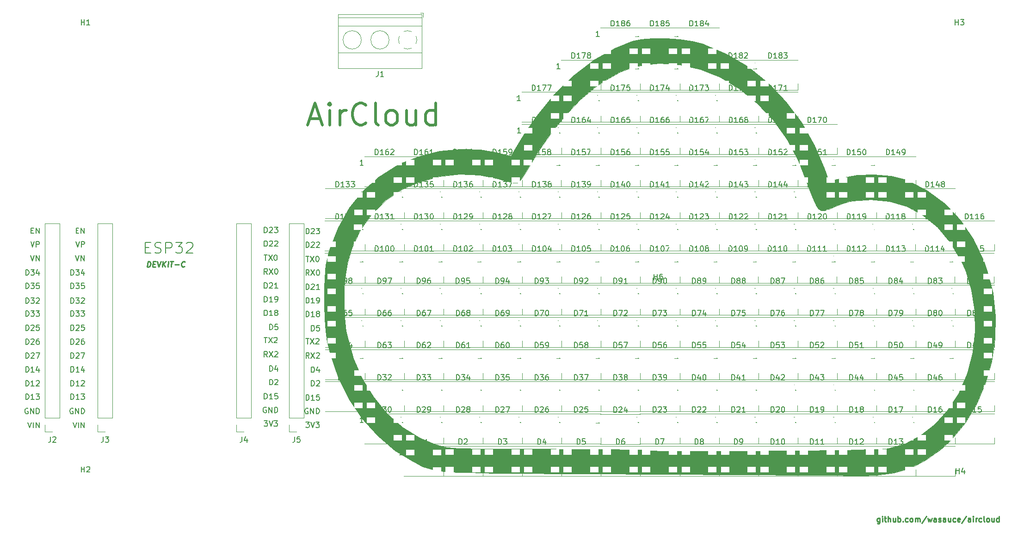
<source format=gto>
G04 #@! TF.GenerationSoftware,KiCad,Pcbnew,5.1.5+dfsg1-2build2*
G04 #@! TF.CreationDate,2020-10-07T00:50:06-05:00*
G04 #@! TF.ProjectId,LEDs_RGB_cloud,4c454473-5f52-4474-925f-636c6f75642e,rev?*
G04 #@! TF.SameCoordinates,Original*
G04 #@! TF.FileFunction,Legend,Top*
G04 #@! TF.FilePolarity,Positive*
%FSLAX46Y46*%
G04 Gerber Fmt 4.6, Leading zero omitted, Abs format (unit mm)*
G04 Created by KiCad (PCBNEW 5.1.5+dfsg1-2build2) date 2020-10-07 00:50:06*
%MOMM*%
%LPD*%
G04 APERTURE LIST*
%ADD10C,0.250000*%
%ADD11C,0.150000*%
%ADD12C,0.500000*%
%ADD13C,0.120000*%
%ADD14C,0.010000*%
%ADD15O,1.800000X1.800000*%
%ADD16R,1.800000X1.800000*%
%ADD17R,2.700000X2.700000*%
%ADD18C,2.700000*%
%ADD19R,1.600000X1.100000*%
%ADD20C,3.300000*%
G04 APERTURE END LIST*
D10*
X124300937Y-96612380D02*
X124425937Y-95612380D01*
X124664032Y-95612380D01*
X124800937Y-95660000D01*
X124884270Y-95755238D01*
X124919985Y-95850476D01*
X124943794Y-96040952D01*
X124925937Y-96183809D01*
X124854508Y-96374285D01*
X124794985Y-96469523D01*
X124687842Y-96564761D01*
X124539032Y-96612380D01*
X124300937Y-96612380D01*
X125366413Y-96088571D02*
X125699747Y-96088571D01*
X125777127Y-96612380D02*
X125300937Y-96612380D01*
X125425937Y-95612380D01*
X125902127Y-95612380D01*
X126187842Y-95612380D02*
X126396175Y-96612380D01*
X126854508Y-95612380D01*
X127062842Y-96612380D02*
X127187842Y-95612380D01*
X127634270Y-96612380D02*
X127277127Y-96040952D01*
X127759270Y-95612380D02*
X127116413Y-96183809D01*
X128062842Y-96612380D02*
X128187842Y-95612380D01*
X128521175Y-95612380D02*
X129092604Y-95612380D01*
X128681889Y-96612380D02*
X128806889Y-95612380D01*
X129348556Y-96231428D02*
X130110461Y-96231428D01*
X131122366Y-96517142D02*
X131068794Y-96564761D01*
X130919985Y-96612380D01*
X130824747Y-96612380D01*
X130687842Y-96564761D01*
X130604508Y-96469523D01*
X130568794Y-96374285D01*
X130544985Y-96183809D01*
X130562842Y-96040952D01*
X130634270Y-95850476D01*
X130693794Y-95755238D01*
X130800937Y-95660000D01*
X130949747Y-95612380D01*
X131044985Y-95612380D01*
X131181889Y-95660000D01*
X131223556Y-95707619D01*
D11*
X123994285Y-93077142D02*
X124660952Y-93077142D01*
X124946666Y-94124761D02*
X123994285Y-94124761D01*
X123994285Y-92124761D01*
X124946666Y-92124761D01*
X125708571Y-94029523D02*
X125994285Y-94124761D01*
X126470476Y-94124761D01*
X126660952Y-94029523D01*
X126756190Y-93934285D01*
X126851428Y-93743809D01*
X126851428Y-93553333D01*
X126756190Y-93362857D01*
X126660952Y-93267619D01*
X126470476Y-93172380D01*
X126089523Y-93077142D01*
X125899047Y-92981904D01*
X125803809Y-92886666D01*
X125708571Y-92696190D01*
X125708571Y-92505714D01*
X125803809Y-92315238D01*
X125899047Y-92220000D01*
X126089523Y-92124761D01*
X126565714Y-92124761D01*
X126851428Y-92220000D01*
X127708571Y-94124761D02*
X127708571Y-92124761D01*
X128470476Y-92124761D01*
X128660952Y-92220000D01*
X128756190Y-92315238D01*
X128851428Y-92505714D01*
X128851428Y-92791428D01*
X128756190Y-92981904D01*
X128660952Y-93077142D01*
X128470476Y-93172380D01*
X127708571Y-93172380D01*
X129518095Y-92124761D02*
X130756190Y-92124761D01*
X130089523Y-92886666D01*
X130375238Y-92886666D01*
X130565714Y-92981904D01*
X130660952Y-93077142D01*
X130756190Y-93267619D01*
X130756190Y-93743809D01*
X130660952Y-93934285D01*
X130565714Y-94029523D01*
X130375238Y-94124761D01*
X129803809Y-94124761D01*
X129613333Y-94029523D01*
X129518095Y-93934285D01*
X131518095Y-92315238D02*
X131613333Y-92220000D01*
X131803809Y-92124761D01*
X132280000Y-92124761D01*
X132470476Y-92220000D01*
X132565714Y-92315238D01*
X132660952Y-92505714D01*
X132660952Y-92696190D01*
X132565714Y-92981904D01*
X131422857Y-94124761D01*
X132660952Y-94124761D01*
X154371904Y-118462380D02*
X154371904Y-117462380D01*
X154610000Y-117462380D01*
X154752857Y-117510000D01*
X154848095Y-117605238D01*
X154895714Y-117700476D01*
X154943333Y-117890952D01*
X154943333Y-118033809D01*
X154895714Y-118224285D01*
X154848095Y-118319523D01*
X154752857Y-118414761D01*
X154610000Y-118462380D01*
X154371904Y-118462380D01*
X155324285Y-117557619D02*
X155371904Y-117510000D01*
X155467142Y-117462380D01*
X155705238Y-117462380D01*
X155800476Y-117510000D01*
X155848095Y-117557619D01*
X155895714Y-117652857D01*
X155895714Y-117748095D01*
X155848095Y-117890952D01*
X155276666Y-118462380D01*
X155895714Y-118462380D01*
X153395714Y-121062380D02*
X153395714Y-120062380D01*
X153633809Y-120062380D01*
X153776666Y-120110000D01*
X153871904Y-120205238D01*
X153919523Y-120300476D01*
X153967142Y-120490952D01*
X153967142Y-120633809D01*
X153919523Y-120824285D01*
X153871904Y-120919523D01*
X153776666Y-121014761D01*
X153633809Y-121062380D01*
X153395714Y-121062380D01*
X154919523Y-121062380D02*
X154348095Y-121062380D01*
X154633809Y-121062380D02*
X154633809Y-120062380D01*
X154538571Y-120205238D01*
X154443333Y-120300476D01*
X154348095Y-120348095D01*
X155824285Y-120062380D02*
X155348095Y-120062380D01*
X155300476Y-120538571D01*
X155348095Y-120490952D01*
X155443333Y-120443333D01*
X155681428Y-120443333D01*
X155776666Y-120490952D01*
X155824285Y-120538571D01*
X155871904Y-120633809D01*
X155871904Y-120871904D01*
X155824285Y-120967142D01*
X155776666Y-121014761D01*
X155681428Y-121062380D01*
X155443333Y-121062380D01*
X155348095Y-121014761D01*
X155300476Y-120967142D01*
X153371904Y-125062380D02*
X153990952Y-125062380D01*
X153657619Y-125443333D01*
X153800476Y-125443333D01*
X153895714Y-125490952D01*
X153943333Y-125538571D01*
X153990952Y-125633809D01*
X153990952Y-125871904D01*
X153943333Y-125967142D01*
X153895714Y-126014761D01*
X153800476Y-126062380D01*
X153514761Y-126062380D01*
X153419523Y-126014761D01*
X153371904Y-125967142D01*
X154276666Y-125062380D02*
X154610000Y-126062380D01*
X154943333Y-125062380D01*
X155181428Y-125062380D02*
X155800476Y-125062380D01*
X155467142Y-125443333D01*
X155610000Y-125443333D01*
X155705238Y-125490952D01*
X155752857Y-125538571D01*
X155800476Y-125633809D01*
X155800476Y-125871904D01*
X155752857Y-125967142D01*
X155705238Y-126014761D01*
X155610000Y-126062380D01*
X155324285Y-126062380D01*
X155229047Y-126014761D01*
X155181428Y-125967142D01*
X153395714Y-90562380D02*
X153395714Y-89562380D01*
X153633809Y-89562380D01*
X153776666Y-89610000D01*
X153871904Y-89705238D01*
X153919523Y-89800476D01*
X153967142Y-89990952D01*
X153967142Y-90133809D01*
X153919523Y-90324285D01*
X153871904Y-90419523D01*
X153776666Y-90514761D01*
X153633809Y-90562380D01*
X153395714Y-90562380D01*
X154348095Y-89657619D02*
X154395714Y-89610000D01*
X154490952Y-89562380D01*
X154729047Y-89562380D01*
X154824285Y-89610000D01*
X154871904Y-89657619D01*
X154919523Y-89752857D01*
X154919523Y-89848095D01*
X154871904Y-89990952D01*
X154300476Y-90562380D01*
X154919523Y-90562380D01*
X155252857Y-89562380D02*
X155871904Y-89562380D01*
X155538571Y-89943333D01*
X155681428Y-89943333D01*
X155776666Y-89990952D01*
X155824285Y-90038571D01*
X155871904Y-90133809D01*
X155871904Y-90371904D01*
X155824285Y-90467142D01*
X155776666Y-90514761D01*
X155681428Y-90562380D01*
X155395714Y-90562380D01*
X155300476Y-90514761D01*
X155252857Y-90467142D01*
X153748095Y-122610000D02*
X153652857Y-122562380D01*
X153510000Y-122562380D01*
X153367142Y-122610000D01*
X153271904Y-122705238D01*
X153224285Y-122800476D01*
X153176666Y-122990952D01*
X153176666Y-123133809D01*
X153224285Y-123324285D01*
X153271904Y-123419523D01*
X153367142Y-123514761D01*
X153510000Y-123562380D01*
X153605238Y-123562380D01*
X153748095Y-123514761D01*
X153795714Y-123467142D01*
X153795714Y-123133809D01*
X153605238Y-123133809D01*
X154224285Y-123562380D02*
X154224285Y-122562380D01*
X154795714Y-123562380D01*
X154795714Y-122562380D01*
X155271904Y-123562380D02*
X155271904Y-122562380D01*
X155510000Y-122562380D01*
X155652857Y-122610000D01*
X155748095Y-122705238D01*
X155795714Y-122800476D01*
X155843333Y-122990952D01*
X155843333Y-123133809D01*
X155795714Y-123324285D01*
X155748095Y-123419523D01*
X155652857Y-123514761D01*
X155510000Y-123562380D01*
X155271904Y-123562380D01*
X153395714Y-100762380D02*
X153395714Y-99762380D01*
X153633809Y-99762380D01*
X153776666Y-99810000D01*
X153871904Y-99905238D01*
X153919523Y-100000476D01*
X153967142Y-100190952D01*
X153967142Y-100333809D01*
X153919523Y-100524285D01*
X153871904Y-100619523D01*
X153776666Y-100714761D01*
X153633809Y-100762380D01*
X153395714Y-100762380D01*
X154348095Y-99857619D02*
X154395714Y-99810000D01*
X154490952Y-99762380D01*
X154729047Y-99762380D01*
X154824285Y-99810000D01*
X154871904Y-99857619D01*
X154919523Y-99952857D01*
X154919523Y-100048095D01*
X154871904Y-100190952D01*
X154300476Y-100762380D01*
X154919523Y-100762380D01*
X155871904Y-100762380D02*
X155300476Y-100762380D01*
X155586190Y-100762380D02*
X155586190Y-99762380D01*
X155490952Y-99905238D01*
X155395714Y-100000476D01*
X155300476Y-100048095D01*
X154371904Y-115962380D02*
X154371904Y-114962380D01*
X154610000Y-114962380D01*
X154752857Y-115010000D01*
X154848095Y-115105238D01*
X154895714Y-115200476D01*
X154943333Y-115390952D01*
X154943333Y-115533809D01*
X154895714Y-115724285D01*
X154848095Y-115819523D01*
X154752857Y-115914761D01*
X154610000Y-115962380D01*
X154371904Y-115962380D01*
X155800476Y-115295714D02*
X155800476Y-115962380D01*
X155562380Y-114914761D02*
X155324285Y-115629047D01*
X155943333Y-115629047D01*
X153371904Y-109762380D02*
X153943333Y-109762380D01*
X153657619Y-110762380D02*
X153657619Y-109762380D01*
X154181428Y-109762380D02*
X154848095Y-110762380D01*
X154848095Y-109762380D02*
X154181428Y-110762380D01*
X155181428Y-109857619D02*
X155229047Y-109810000D01*
X155324285Y-109762380D01*
X155562380Y-109762380D01*
X155657619Y-109810000D01*
X155705238Y-109857619D01*
X155752857Y-109952857D01*
X155752857Y-110048095D01*
X155705238Y-110190952D01*
X155133809Y-110762380D01*
X155752857Y-110762380D01*
X153967142Y-113362380D02*
X153633809Y-112886190D01*
X153395714Y-113362380D02*
X153395714Y-112362380D01*
X153776666Y-112362380D01*
X153871904Y-112410000D01*
X153919523Y-112457619D01*
X153967142Y-112552857D01*
X153967142Y-112695714D01*
X153919523Y-112790952D01*
X153871904Y-112838571D01*
X153776666Y-112886190D01*
X153395714Y-112886190D01*
X154300476Y-112362380D02*
X154967142Y-113362380D01*
X154967142Y-112362380D02*
X154300476Y-113362380D01*
X155300476Y-112457619D02*
X155348095Y-112410000D01*
X155443333Y-112362380D01*
X155681428Y-112362380D01*
X155776666Y-112410000D01*
X155824285Y-112457619D01*
X155871904Y-112552857D01*
X155871904Y-112648095D01*
X155824285Y-112790952D01*
X155252857Y-113362380D01*
X155871904Y-113362380D01*
X153395714Y-93062380D02*
X153395714Y-92062380D01*
X153633809Y-92062380D01*
X153776666Y-92110000D01*
X153871904Y-92205238D01*
X153919523Y-92300476D01*
X153967142Y-92490952D01*
X153967142Y-92633809D01*
X153919523Y-92824285D01*
X153871904Y-92919523D01*
X153776666Y-93014761D01*
X153633809Y-93062380D01*
X153395714Y-93062380D01*
X154348095Y-92157619D02*
X154395714Y-92110000D01*
X154490952Y-92062380D01*
X154729047Y-92062380D01*
X154824285Y-92110000D01*
X154871904Y-92157619D01*
X154919523Y-92252857D01*
X154919523Y-92348095D01*
X154871904Y-92490952D01*
X154300476Y-93062380D01*
X154919523Y-93062380D01*
X155300476Y-92157619D02*
X155348095Y-92110000D01*
X155443333Y-92062380D01*
X155681428Y-92062380D01*
X155776666Y-92110000D01*
X155824285Y-92157619D01*
X155871904Y-92252857D01*
X155871904Y-92348095D01*
X155824285Y-92490952D01*
X155252857Y-93062380D01*
X155871904Y-93062380D01*
X153371904Y-94662380D02*
X153943333Y-94662380D01*
X153657619Y-95662380D02*
X153657619Y-94662380D01*
X154181428Y-94662380D02*
X154848095Y-95662380D01*
X154848095Y-94662380D02*
X154181428Y-95662380D01*
X155419523Y-94662380D02*
X155514761Y-94662380D01*
X155610000Y-94710000D01*
X155657619Y-94757619D01*
X155705238Y-94852857D01*
X155752857Y-95043333D01*
X155752857Y-95281428D01*
X155705238Y-95471904D01*
X155657619Y-95567142D01*
X155610000Y-95614761D01*
X155514761Y-95662380D01*
X155419523Y-95662380D01*
X155324285Y-95614761D01*
X155276666Y-95567142D01*
X155229047Y-95471904D01*
X155181428Y-95281428D01*
X155181428Y-95043333D01*
X155229047Y-94852857D01*
X155276666Y-94757619D01*
X155324285Y-94710000D01*
X155419523Y-94662380D01*
X153395714Y-103262380D02*
X153395714Y-102262380D01*
X153633809Y-102262380D01*
X153776666Y-102310000D01*
X153871904Y-102405238D01*
X153919523Y-102500476D01*
X153967142Y-102690952D01*
X153967142Y-102833809D01*
X153919523Y-103024285D01*
X153871904Y-103119523D01*
X153776666Y-103214761D01*
X153633809Y-103262380D01*
X153395714Y-103262380D01*
X154919523Y-103262380D02*
X154348095Y-103262380D01*
X154633809Y-103262380D02*
X154633809Y-102262380D01*
X154538571Y-102405238D01*
X154443333Y-102500476D01*
X154348095Y-102548095D01*
X155395714Y-103262380D02*
X155586190Y-103262380D01*
X155681428Y-103214761D01*
X155729047Y-103167142D01*
X155824285Y-103024285D01*
X155871904Y-102833809D01*
X155871904Y-102452857D01*
X155824285Y-102357619D01*
X155776666Y-102310000D01*
X155681428Y-102262380D01*
X155490952Y-102262380D01*
X155395714Y-102310000D01*
X155348095Y-102357619D01*
X155300476Y-102452857D01*
X155300476Y-102690952D01*
X155348095Y-102786190D01*
X155395714Y-102833809D01*
X155490952Y-102881428D01*
X155681428Y-102881428D01*
X155776666Y-102833809D01*
X155824285Y-102786190D01*
X155871904Y-102690952D01*
X153967142Y-98162380D02*
X153633809Y-97686190D01*
X153395714Y-98162380D02*
X153395714Y-97162380D01*
X153776666Y-97162380D01*
X153871904Y-97210000D01*
X153919523Y-97257619D01*
X153967142Y-97352857D01*
X153967142Y-97495714D01*
X153919523Y-97590952D01*
X153871904Y-97638571D01*
X153776666Y-97686190D01*
X153395714Y-97686190D01*
X154300476Y-97162380D02*
X154967142Y-98162380D01*
X154967142Y-97162380D02*
X154300476Y-98162380D01*
X155538571Y-97162380D02*
X155633809Y-97162380D01*
X155729047Y-97210000D01*
X155776666Y-97257619D01*
X155824285Y-97352857D01*
X155871904Y-97543333D01*
X155871904Y-97781428D01*
X155824285Y-97971904D01*
X155776666Y-98067142D01*
X155729047Y-98114761D01*
X155633809Y-98162380D01*
X155538571Y-98162380D01*
X155443333Y-98114761D01*
X155395714Y-98067142D01*
X155348095Y-97971904D01*
X155300476Y-97781428D01*
X155300476Y-97543333D01*
X155348095Y-97352857D01*
X155395714Y-97257619D01*
X155443333Y-97210000D01*
X155538571Y-97162380D01*
X153395714Y-105762380D02*
X153395714Y-104762380D01*
X153633809Y-104762380D01*
X153776666Y-104810000D01*
X153871904Y-104905238D01*
X153919523Y-105000476D01*
X153967142Y-105190952D01*
X153967142Y-105333809D01*
X153919523Y-105524285D01*
X153871904Y-105619523D01*
X153776666Y-105714761D01*
X153633809Y-105762380D01*
X153395714Y-105762380D01*
X154919523Y-105762380D02*
X154348095Y-105762380D01*
X154633809Y-105762380D02*
X154633809Y-104762380D01*
X154538571Y-104905238D01*
X154443333Y-105000476D01*
X154348095Y-105048095D01*
X155490952Y-105190952D02*
X155395714Y-105143333D01*
X155348095Y-105095714D01*
X155300476Y-105000476D01*
X155300476Y-104952857D01*
X155348095Y-104857619D01*
X155395714Y-104810000D01*
X155490952Y-104762380D01*
X155681428Y-104762380D01*
X155776666Y-104810000D01*
X155824285Y-104857619D01*
X155871904Y-104952857D01*
X155871904Y-105000476D01*
X155824285Y-105095714D01*
X155776666Y-105143333D01*
X155681428Y-105190952D01*
X155490952Y-105190952D01*
X155395714Y-105238571D01*
X155348095Y-105286190D01*
X155300476Y-105381428D01*
X155300476Y-105571904D01*
X155348095Y-105667142D01*
X155395714Y-105714761D01*
X155490952Y-105762380D01*
X155681428Y-105762380D01*
X155776666Y-105714761D01*
X155824285Y-105667142D01*
X155871904Y-105571904D01*
X155871904Y-105381428D01*
X155824285Y-105286190D01*
X155776666Y-105238571D01*
X155681428Y-105190952D01*
X154371904Y-108362380D02*
X154371904Y-107362380D01*
X154610000Y-107362380D01*
X154752857Y-107410000D01*
X154848095Y-107505238D01*
X154895714Y-107600476D01*
X154943333Y-107790952D01*
X154943333Y-107933809D01*
X154895714Y-108124285D01*
X154848095Y-108219523D01*
X154752857Y-108314761D01*
X154610000Y-108362380D01*
X154371904Y-108362380D01*
X155848095Y-107362380D02*
X155371904Y-107362380D01*
X155324285Y-107838571D01*
X155371904Y-107790952D01*
X155467142Y-107743333D01*
X155705238Y-107743333D01*
X155800476Y-107790952D01*
X155848095Y-107838571D01*
X155895714Y-107933809D01*
X155895714Y-108171904D01*
X155848095Y-108267142D01*
X155800476Y-108314761D01*
X155705238Y-108362380D01*
X155467142Y-108362380D01*
X155371904Y-108314761D01*
X155324285Y-108267142D01*
X110730476Y-125122380D02*
X111063810Y-126122380D01*
X111397143Y-125122380D01*
X111730476Y-126122380D02*
X111730476Y-125122380D01*
X112206667Y-126122380D02*
X112206667Y-125122380D01*
X112778095Y-126122380D01*
X112778095Y-125122380D01*
X110730476Y-122610000D02*
X110635238Y-122562380D01*
X110492381Y-122562380D01*
X110349523Y-122610000D01*
X110254285Y-122705238D01*
X110206666Y-122800476D01*
X110159047Y-122990952D01*
X110159047Y-123133809D01*
X110206666Y-123324285D01*
X110254285Y-123419523D01*
X110349523Y-123514761D01*
X110492381Y-123562380D01*
X110587619Y-123562380D01*
X110730476Y-123514761D01*
X110778095Y-123467142D01*
X110778095Y-123133809D01*
X110587619Y-123133809D01*
X111206666Y-123562380D02*
X111206666Y-122562380D01*
X111778095Y-123562380D01*
X111778095Y-122562380D01*
X112254285Y-123562380D02*
X112254285Y-122562380D01*
X112492381Y-122562380D01*
X112635238Y-122610000D01*
X112730476Y-122705238D01*
X112778095Y-122800476D01*
X112825714Y-122990952D01*
X112825714Y-123133809D01*
X112778095Y-123324285D01*
X112730476Y-123419523D01*
X112635238Y-123514761D01*
X112492381Y-123562380D01*
X112254285Y-123562380D01*
X110349524Y-120912380D02*
X110349524Y-119912380D01*
X110587619Y-119912380D01*
X110730476Y-119960000D01*
X110825714Y-120055238D01*
X110873333Y-120150476D01*
X110920952Y-120340952D01*
X110920952Y-120483809D01*
X110873333Y-120674285D01*
X110825714Y-120769523D01*
X110730476Y-120864761D01*
X110587619Y-120912380D01*
X110349524Y-120912380D01*
X111873333Y-120912380D02*
X111301905Y-120912380D01*
X111587619Y-120912380D02*
X111587619Y-119912380D01*
X111492381Y-120055238D01*
X111397143Y-120150476D01*
X111301905Y-120198095D01*
X112206667Y-119912380D02*
X112825714Y-119912380D01*
X112492381Y-120293333D01*
X112635238Y-120293333D01*
X112730476Y-120340952D01*
X112778095Y-120388571D01*
X112825714Y-120483809D01*
X112825714Y-120721904D01*
X112778095Y-120817142D01*
X112730476Y-120864761D01*
X112635238Y-120912380D01*
X112349524Y-120912380D01*
X112254286Y-120864761D01*
X112206667Y-120817142D01*
X110349524Y-118452380D02*
X110349524Y-117452380D01*
X110587619Y-117452380D01*
X110730476Y-117500000D01*
X110825714Y-117595238D01*
X110873333Y-117690476D01*
X110920952Y-117880952D01*
X110920952Y-118023809D01*
X110873333Y-118214285D01*
X110825714Y-118309523D01*
X110730476Y-118404761D01*
X110587619Y-118452380D01*
X110349524Y-118452380D01*
X111873333Y-118452380D02*
X111301905Y-118452380D01*
X111587619Y-118452380D02*
X111587619Y-117452380D01*
X111492381Y-117595238D01*
X111397143Y-117690476D01*
X111301905Y-117738095D01*
X112254286Y-117547619D02*
X112301905Y-117500000D01*
X112397143Y-117452380D01*
X112635238Y-117452380D01*
X112730476Y-117500000D01*
X112778095Y-117547619D01*
X112825714Y-117642857D01*
X112825714Y-117738095D01*
X112778095Y-117880952D01*
X112206667Y-118452380D01*
X112825714Y-118452380D01*
X110349524Y-115892380D02*
X110349524Y-114892380D01*
X110587619Y-114892380D01*
X110730476Y-114940000D01*
X110825714Y-115035238D01*
X110873333Y-115130476D01*
X110920952Y-115320952D01*
X110920952Y-115463809D01*
X110873333Y-115654285D01*
X110825714Y-115749523D01*
X110730476Y-115844761D01*
X110587619Y-115892380D01*
X110349524Y-115892380D01*
X111873333Y-115892380D02*
X111301905Y-115892380D01*
X111587619Y-115892380D02*
X111587619Y-114892380D01*
X111492381Y-115035238D01*
X111397143Y-115130476D01*
X111301905Y-115178095D01*
X112730476Y-115225714D02*
X112730476Y-115892380D01*
X112492381Y-114844761D02*
X112254286Y-115559047D01*
X112873333Y-115559047D01*
X110349524Y-113382380D02*
X110349524Y-112382380D01*
X110587619Y-112382380D01*
X110730476Y-112430000D01*
X110825714Y-112525238D01*
X110873333Y-112620476D01*
X110920952Y-112810952D01*
X110920952Y-112953809D01*
X110873333Y-113144285D01*
X110825714Y-113239523D01*
X110730476Y-113334761D01*
X110587619Y-113382380D01*
X110349524Y-113382380D01*
X111301905Y-112477619D02*
X111349524Y-112430000D01*
X111444762Y-112382380D01*
X111682857Y-112382380D01*
X111778095Y-112430000D01*
X111825714Y-112477619D01*
X111873333Y-112572857D01*
X111873333Y-112668095D01*
X111825714Y-112810952D01*
X111254286Y-113382380D01*
X111873333Y-113382380D01*
X112206667Y-112382380D02*
X112873333Y-112382380D01*
X112444762Y-113382380D01*
X110349524Y-110822380D02*
X110349524Y-109822380D01*
X110587619Y-109822380D01*
X110730476Y-109870000D01*
X110825714Y-109965238D01*
X110873333Y-110060476D01*
X110920952Y-110250952D01*
X110920952Y-110393809D01*
X110873333Y-110584285D01*
X110825714Y-110679523D01*
X110730476Y-110774761D01*
X110587619Y-110822380D01*
X110349524Y-110822380D01*
X111301905Y-109917619D02*
X111349524Y-109870000D01*
X111444762Y-109822380D01*
X111682857Y-109822380D01*
X111778095Y-109870000D01*
X111825714Y-109917619D01*
X111873333Y-110012857D01*
X111873333Y-110108095D01*
X111825714Y-110250952D01*
X111254286Y-110822380D01*
X111873333Y-110822380D01*
X112730476Y-109822380D02*
X112540000Y-109822380D01*
X112444762Y-109870000D01*
X112397143Y-109917619D01*
X112301905Y-110060476D01*
X112254286Y-110250952D01*
X112254286Y-110631904D01*
X112301905Y-110727142D01*
X112349524Y-110774761D01*
X112444762Y-110822380D01*
X112635238Y-110822380D01*
X112730476Y-110774761D01*
X112778095Y-110727142D01*
X112825714Y-110631904D01*
X112825714Y-110393809D01*
X112778095Y-110298571D01*
X112730476Y-110250952D01*
X112635238Y-110203333D01*
X112444762Y-110203333D01*
X112349524Y-110250952D01*
X112301905Y-110298571D01*
X112254286Y-110393809D01*
X110349524Y-108272380D02*
X110349524Y-107272380D01*
X110587619Y-107272380D01*
X110730476Y-107320000D01*
X110825714Y-107415238D01*
X110873333Y-107510476D01*
X110920952Y-107700952D01*
X110920952Y-107843809D01*
X110873333Y-108034285D01*
X110825714Y-108129523D01*
X110730476Y-108224761D01*
X110587619Y-108272380D01*
X110349524Y-108272380D01*
X111301905Y-107367619D02*
X111349524Y-107320000D01*
X111444762Y-107272380D01*
X111682857Y-107272380D01*
X111778095Y-107320000D01*
X111825714Y-107367619D01*
X111873333Y-107462857D01*
X111873333Y-107558095D01*
X111825714Y-107700952D01*
X111254286Y-108272380D01*
X111873333Y-108272380D01*
X112778095Y-107272380D02*
X112301905Y-107272380D01*
X112254286Y-107748571D01*
X112301905Y-107700952D01*
X112397143Y-107653333D01*
X112635238Y-107653333D01*
X112730476Y-107700952D01*
X112778095Y-107748571D01*
X112825714Y-107843809D01*
X112825714Y-108081904D01*
X112778095Y-108177142D01*
X112730476Y-108224761D01*
X112635238Y-108272380D01*
X112397143Y-108272380D01*
X112301905Y-108224761D01*
X112254286Y-108177142D01*
X110349524Y-105662380D02*
X110349524Y-104662380D01*
X110587619Y-104662380D01*
X110730476Y-104710000D01*
X110825714Y-104805238D01*
X110873333Y-104900476D01*
X110920952Y-105090952D01*
X110920952Y-105233809D01*
X110873333Y-105424285D01*
X110825714Y-105519523D01*
X110730476Y-105614761D01*
X110587619Y-105662380D01*
X110349524Y-105662380D01*
X111254286Y-104662380D02*
X111873333Y-104662380D01*
X111540000Y-105043333D01*
X111682857Y-105043333D01*
X111778095Y-105090952D01*
X111825714Y-105138571D01*
X111873333Y-105233809D01*
X111873333Y-105471904D01*
X111825714Y-105567142D01*
X111778095Y-105614761D01*
X111682857Y-105662380D01*
X111397143Y-105662380D01*
X111301905Y-105614761D01*
X111254286Y-105567142D01*
X112206667Y-104662380D02*
X112825714Y-104662380D01*
X112492381Y-105043333D01*
X112635238Y-105043333D01*
X112730476Y-105090952D01*
X112778095Y-105138571D01*
X112825714Y-105233809D01*
X112825714Y-105471904D01*
X112778095Y-105567142D01*
X112730476Y-105614761D01*
X112635238Y-105662380D01*
X112349524Y-105662380D01*
X112254286Y-105614761D01*
X112206667Y-105567142D01*
X110349524Y-103302380D02*
X110349524Y-102302380D01*
X110587619Y-102302380D01*
X110730476Y-102350000D01*
X110825714Y-102445238D01*
X110873333Y-102540476D01*
X110920952Y-102730952D01*
X110920952Y-102873809D01*
X110873333Y-103064285D01*
X110825714Y-103159523D01*
X110730476Y-103254761D01*
X110587619Y-103302380D01*
X110349524Y-103302380D01*
X111254286Y-102302380D02*
X111873333Y-102302380D01*
X111540000Y-102683333D01*
X111682857Y-102683333D01*
X111778095Y-102730952D01*
X111825714Y-102778571D01*
X111873333Y-102873809D01*
X111873333Y-103111904D01*
X111825714Y-103207142D01*
X111778095Y-103254761D01*
X111682857Y-103302380D01*
X111397143Y-103302380D01*
X111301905Y-103254761D01*
X111254286Y-103207142D01*
X112254286Y-102397619D02*
X112301905Y-102350000D01*
X112397143Y-102302380D01*
X112635238Y-102302380D01*
X112730476Y-102350000D01*
X112778095Y-102397619D01*
X112825714Y-102492857D01*
X112825714Y-102588095D01*
X112778095Y-102730952D01*
X112206667Y-103302380D01*
X112825714Y-103302380D01*
X110349524Y-100592380D02*
X110349524Y-99592380D01*
X110587619Y-99592380D01*
X110730476Y-99640000D01*
X110825714Y-99735238D01*
X110873333Y-99830476D01*
X110920952Y-100020952D01*
X110920952Y-100163809D01*
X110873333Y-100354285D01*
X110825714Y-100449523D01*
X110730476Y-100544761D01*
X110587619Y-100592380D01*
X110349524Y-100592380D01*
X111254286Y-99592380D02*
X111873333Y-99592380D01*
X111540000Y-99973333D01*
X111682857Y-99973333D01*
X111778095Y-100020952D01*
X111825714Y-100068571D01*
X111873333Y-100163809D01*
X111873333Y-100401904D01*
X111825714Y-100497142D01*
X111778095Y-100544761D01*
X111682857Y-100592380D01*
X111397143Y-100592380D01*
X111301905Y-100544761D01*
X111254286Y-100497142D01*
X112778095Y-99592380D02*
X112301905Y-99592380D01*
X112254286Y-100068571D01*
X112301905Y-100020952D01*
X112397143Y-99973333D01*
X112635238Y-99973333D01*
X112730476Y-100020952D01*
X112778095Y-100068571D01*
X112825714Y-100163809D01*
X112825714Y-100401904D01*
X112778095Y-100497142D01*
X112730476Y-100544761D01*
X112635238Y-100592380D01*
X112397143Y-100592380D01*
X112301905Y-100544761D01*
X112254286Y-100497142D01*
X110349524Y-98132380D02*
X110349524Y-97132380D01*
X110587619Y-97132380D01*
X110730476Y-97180000D01*
X110825714Y-97275238D01*
X110873333Y-97370476D01*
X110920952Y-97560952D01*
X110920952Y-97703809D01*
X110873333Y-97894285D01*
X110825714Y-97989523D01*
X110730476Y-98084761D01*
X110587619Y-98132380D01*
X110349524Y-98132380D01*
X111254286Y-97132380D02*
X111873333Y-97132380D01*
X111540000Y-97513333D01*
X111682857Y-97513333D01*
X111778095Y-97560952D01*
X111825714Y-97608571D01*
X111873333Y-97703809D01*
X111873333Y-97941904D01*
X111825714Y-98037142D01*
X111778095Y-98084761D01*
X111682857Y-98132380D01*
X111397143Y-98132380D01*
X111301905Y-98084761D01*
X111254286Y-98037142D01*
X112730476Y-97465714D02*
X112730476Y-98132380D01*
X112492381Y-97084761D02*
X112254286Y-97799047D01*
X112873333Y-97799047D01*
X111206667Y-94532380D02*
X111540000Y-95532380D01*
X111873333Y-94532380D01*
X112206667Y-95532380D02*
X112206667Y-94532380D01*
X112778095Y-95532380D01*
X112778095Y-94532380D01*
X111254285Y-91972380D02*
X111587619Y-92972380D01*
X111920952Y-91972380D01*
X112254285Y-92972380D02*
X112254285Y-91972380D01*
X112635238Y-91972380D01*
X112730476Y-92020000D01*
X112778095Y-92067619D01*
X112825714Y-92162857D01*
X112825714Y-92305714D01*
X112778095Y-92400952D01*
X112730476Y-92448571D01*
X112635238Y-92496190D01*
X112254285Y-92496190D01*
X111301904Y-89948571D02*
X111635238Y-89948571D01*
X111778095Y-90472380D02*
X111301904Y-90472380D01*
X111301904Y-89472380D01*
X111778095Y-89472380D01*
X112206666Y-90472380D02*
X112206666Y-89472380D01*
X112778095Y-90472380D01*
X112778095Y-89472380D01*
X145721904Y-124842380D02*
X146340952Y-124842380D01*
X146007619Y-125223333D01*
X146150476Y-125223333D01*
X146245714Y-125270952D01*
X146293333Y-125318571D01*
X146340952Y-125413809D01*
X146340952Y-125651904D01*
X146293333Y-125747142D01*
X146245714Y-125794761D01*
X146150476Y-125842380D01*
X145864761Y-125842380D01*
X145769523Y-125794761D01*
X145721904Y-125747142D01*
X146626666Y-124842380D02*
X146960000Y-125842380D01*
X147293333Y-124842380D01*
X147531428Y-124842380D02*
X148150476Y-124842380D01*
X147817142Y-125223333D01*
X147960000Y-125223333D01*
X148055238Y-125270952D01*
X148102857Y-125318571D01*
X148150476Y-125413809D01*
X148150476Y-125651904D01*
X148102857Y-125747142D01*
X148055238Y-125794761D01*
X147960000Y-125842380D01*
X147674285Y-125842380D01*
X147579047Y-125794761D01*
X147531428Y-125747142D01*
X146098095Y-122390000D02*
X146002857Y-122342380D01*
X145860000Y-122342380D01*
X145717142Y-122390000D01*
X145621904Y-122485238D01*
X145574285Y-122580476D01*
X145526666Y-122770952D01*
X145526666Y-122913809D01*
X145574285Y-123104285D01*
X145621904Y-123199523D01*
X145717142Y-123294761D01*
X145860000Y-123342380D01*
X145955238Y-123342380D01*
X146098095Y-123294761D01*
X146145714Y-123247142D01*
X146145714Y-122913809D01*
X145955238Y-122913809D01*
X146574285Y-123342380D02*
X146574285Y-122342380D01*
X147145714Y-123342380D01*
X147145714Y-122342380D01*
X147621904Y-123342380D02*
X147621904Y-122342380D01*
X147860000Y-122342380D01*
X148002857Y-122390000D01*
X148098095Y-122485238D01*
X148145714Y-122580476D01*
X148193333Y-122770952D01*
X148193333Y-122913809D01*
X148145714Y-123104285D01*
X148098095Y-123199523D01*
X148002857Y-123294761D01*
X147860000Y-123342380D01*
X147621904Y-123342380D01*
X145745714Y-120842380D02*
X145745714Y-119842380D01*
X145983809Y-119842380D01*
X146126666Y-119890000D01*
X146221904Y-119985238D01*
X146269523Y-120080476D01*
X146317142Y-120270952D01*
X146317142Y-120413809D01*
X146269523Y-120604285D01*
X146221904Y-120699523D01*
X146126666Y-120794761D01*
X145983809Y-120842380D01*
X145745714Y-120842380D01*
X147269523Y-120842380D02*
X146698095Y-120842380D01*
X146983809Y-120842380D02*
X146983809Y-119842380D01*
X146888571Y-119985238D01*
X146793333Y-120080476D01*
X146698095Y-120128095D01*
X148174285Y-119842380D02*
X147698095Y-119842380D01*
X147650476Y-120318571D01*
X147698095Y-120270952D01*
X147793333Y-120223333D01*
X148031428Y-120223333D01*
X148126666Y-120270952D01*
X148174285Y-120318571D01*
X148221904Y-120413809D01*
X148221904Y-120651904D01*
X148174285Y-120747142D01*
X148126666Y-120794761D01*
X148031428Y-120842380D01*
X147793333Y-120842380D01*
X147698095Y-120794761D01*
X147650476Y-120747142D01*
X146721904Y-118242380D02*
X146721904Y-117242380D01*
X146960000Y-117242380D01*
X147102857Y-117290000D01*
X147198095Y-117385238D01*
X147245714Y-117480476D01*
X147293333Y-117670952D01*
X147293333Y-117813809D01*
X147245714Y-118004285D01*
X147198095Y-118099523D01*
X147102857Y-118194761D01*
X146960000Y-118242380D01*
X146721904Y-118242380D01*
X147674285Y-117337619D02*
X147721904Y-117290000D01*
X147817142Y-117242380D01*
X148055238Y-117242380D01*
X148150476Y-117290000D01*
X148198095Y-117337619D01*
X148245714Y-117432857D01*
X148245714Y-117528095D01*
X148198095Y-117670952D01*
X147626666Y-118242380D01*
X148245714Y-118242380D01*
X146721904Y-115742380D02*
X146721904Y-114742380D01*
X146960000Y-114742380D01*
X147102857Y-114790000D01*
X147198095Y-114885238D01*
X147245714Y-114980476D01*
X147293333Y-115170952D01*
X147293333Y-115313809D01*
X147245714Y-115504285D01*
X147198095Y-115599523D01*
X147102857Y-115694761D01*
X146960000Y-115742380D01*
X146721904Y-115742380D01*
X148150476Y-115075714D02*
X148150476Y-115742380D01*
X147912380Y-114694761D02*
X147674285Y-115409047D01*
X148293333Y-115409047D01*
X146317142Y-113142380D02*
X145983809Y-112666190D01*
X145745714Y-113142380D02*
X145745714Y-112142380D01*
X146126666Y-112142380D01*
X146221904Y-112190000D01*
X146269523Y-112237619D01*
X146317142Y-112332857D01*
X146317142Y-112475714D01*
X146269523Y-112570952D01*
X146221904Y-112618571D01*
X146126666Y-112666190D01*
X145745714Y-112666190D01*
X146650476Y-112142380D02*
X147317142Y-113142380D01*
X147317142Y-112142380D02*
X146650476Y-113142380D01*
X147650476Y-112237619D02*
X147698095Y-112190000D01*
X147793333Y-112142380D01*
X148031428Y-112142380D01*
X148126666Y-112190000D01*
X148174285Y-112237619D01*
X148221904Y-112332857D01*
X148221904Y-112428095D01*
X148174285Y-112570952D01*
X147602857Y-113142380D01*
X148221904Y-113142380D01*
X145721904Y-109542380D02*
X146293333Y-109542380D01*
X146007619Y-110542380D02*
X146007619Y-109542380D01*
X146531428Y-109542380D02*
X147198095Y-110542380D01*
X147198095Y-109542380D02*
X146531428Y-110542380D01*
X147531428Y-109637619D02*
X147579047Y-109590000D01*
X147674285Y-109542380D01*
X147912380Y-109542380D01*
X148007619Y-109590000D01*
X148055238Y-109637619D01*
X148102857Y-109732857D01*
X148102857Y-109828095D01*
X148055238Y-109970952D01*
X147483809Y-110542380D01*
X148102857Y-110542380D01*
X146721904Y-108142380D02*
X146721904Y-107142380D01*
X146960000Y-107142380D01*
X147102857Y-107190000D01*
X147198095Y-107285238D01*
X147245714Y-107380476D01*
X147293333Y-107570952D01*
X147293333Y-107713809D01*
X147245714Y-107904285D01*
X147198095Y-107999523D01*
X147102857Y-108094761D01*
X146960000Y-108142380D01*
X146721904Y-108142380D01*
X148198095Y-107142380D02*
X147721904Y-107142380D01*
X147674285Y-107618571D01*
X147721904Y-107570952D01*
X147817142Y-107523333D01*
X148055238Y-107523333D01*
X148150476Y-107570952D01*
X148198095Y-107618571D01*
X148245714Y-107713809D01*
X148245714Y-107951904D01*
X148198095Y-108047142D01*
X148150476Y-108094761D01*
X148055238Y-108142380D01*
X147817142Y-108142380D01*
X147721904Y-108094761D01*
X147674285Y-108047142D01*
X145745714Y-105542380D02*
X145745714Y-104542380D01*
X145983809Y-104542380D01*
X146126666Y-104590000D01*
X146221904Y-104685238D01*
X146269523Y-104780476D01*
X146317142Y-104970952D01*
X146317142Y-105113809D01*
X146269523Y-105304285D01*
X146221904Y-105399523D01*
X146126666Y-105494761D01*
X145983809Y-105542380D01*
X145745714Y-105542380D01*
X147269523Y-105542380D02*
X146698095Y-105542380D01*
X146983809Y-105542380D02*
X146983809Y-104542380D01*
X146888571Y-104685238D01*
X146793333Y-104780476D01*
X146698095Y-104828095D01*
X147840952Y-104970952D02*
X147745714Y-104923333D01*
X147698095Y-104875714D01*
X147650476Y-104780476D01*
X147650476Y-104732857D01*
X147698095Y-104637619D01*
X147745714Y-104590000D01*
X147840952Y-104542380D01*
X148031428Y-104542380D01*
X148126666Y-104590000D01*
X148174285Y-104637619D01*
X148221904Y-104732857D01*
X148221904Y-104780476D01*
X148174285Y-104875714D01*
X148126666Y-104923333D01*
X148031428Y-104970952D01*
X147840952Y-104970952D01*
X147745714Y-105018571D01*
X147698095Y-105066190D01*
X147650476Y-105161428D01*
X147650476Y-105351904D01*
X147698095Y-105447142D01*
X147745714Y-105494761D01*
X147840952Y-105542380D01*
X148031428Y-105542380D01*
X148126666Y-105494761D01*
X148174285Y-105447142D01*
X148221904Y-105351904D01*
X148221904Y-105161428D01*
X148174285Y-105066190D01*
X148126666Y-105018571D01*
X148031428Y-104970952D01*
X145745714Y-103042380D02*
X145745714Y-102042380D01*
X145983809Y-102042380D01*
X146126666Y-102090000D01*
X146221904Y-102185238D01*
X146269523Y-102280476D01*
X146317142Y-102470952D01*
X146317142Y-102613809D01*
X146269523Y-102804285D01*
X146221904Y-102899523D01*
X146126666Y-102994761D01*
X145983809Y-103042380D01*
X145745714Y-103042380D01*
X147269523Y-103042380D02*
X146698095Y-103042380D01*
X146983809Y-103042380D02*
X146983809Y-102042380D01*
X146888571Y-102185238D01*
X146793333Y-102280476D01*
X146698095Y-102328095D01*
X147745714Y-103042380D02*
X147936190Y-103042380D01*
X148031428Y-102994761D01*
X148079047Y-102947142D01*
X148174285Y-102804285D01*
X148221904Y-102613809D01*
X148221904Y-102232857D01*
X148174285Y-102137619D01*
X148126666Y-102090000D01*
X148031428Y-102042380D01*
X147840952Y-102042380D01*
X147745714Y-102090000D01*
X147698095Y-102137619D01*
X147650476Y-102232857D01*
X147650476Y-102470952D01*
X147698095Y-102566190D01*
X147745714Y-102613809D01*
X147840952Y-102661428D01*
X148031428Y-102661428D01*
X148126666Y-102613809D01*
X148174285Y-102566190D01*
X148221904Y-102470952D01*
X145745714Y-100542380D02*
X145745714Y-99542380D01*
X145983809Y-99542380D01*
X146126666Y-99590000D01*
X146221904Y-99685238D01*
X146269523Y-99780476D01*
X146317142Y-99970952D01*
X146317142Y-100113809D01*
X146269523Y-100304285D01*
X146221904Y-100399523D01*
X146126666Y-100494761D01*
X145983809Y-100542380D01*
X145745714Y-100542380D01*
X146698095Y-99637619D02*
X146745714Y-99590000D01*
X146840952Y-99542380D01*
X147079047Y-99542380D01*
X147174285Y-99590000D01*
X147221904Y-99637619D01*
X147269523Y-99732857D01*
X147269523Y-99828095D01*
X147221904Y-99970952D01*
X146650476Y-100542380D01*
X147269523Y-100542380D01*
X148221904Y-100542380D02*
X147650476Y-100542380D01*
X147936190Y-100542380D02*
X147936190Y-99542380D01*
X147840952Y-99685238D01*
X147745714Y-99780476D01*
X147650476Y-99828095D01*
X146317142Y-97942380D02*
X145983809Y-97466190D01*
X145745714Y-97942380D02*
X145745714Y-96942380D01*
X146126666Y-96942380D01*
X146221904Y-96990000D01*
X146269523Y-97037619D01*
X146317142Y-97132857D01*
X146317142Y-97275714D01*
X146269523Y-97370952D01*
X146221904Y-97418571D01*
X146126666Y-97466190D01*
X145745714Y-97466190D01*
X146650476Y-96942380D02*
X147317142Y-97942380D01*
X147317142Y-96942380D02*
X146650476Y-97942380D01*
X147888571Y-96942380D02*
X147983809Y-96942380D01*
X148079047Y-96990000D01*
X148126666Y-97037619D01*
X148174285Y-97132857D01*
X148221904Y-97323333D01*
X148221904Y-97561428D01*
X148174285Y-97751904D01*
X148126666Y-97847142D01*
X148079047Y-97894761D01*
X147983809Y-97942380D01*
X147888571Y-97942380D01*
X147793333Y-97894761D01*
X147745714Y-97847142D01*
X147698095Y-97751904D01*
X147650476Y-97561428D01*
X147650476Y-97323333D01*
X147698095Y-97132857D01*
X147745714Y-97037619D01*
X147793333Y-96990000D01*
X147888571Y-96942380D01*
X145721904Y-94442380D02*
X146293333Y-94442380D01*
X146007619Y-95442380D02*
X146007619Y-94442380D01*
X146531428Y-94442380D02*
X147198095Y-95442380D01*
X147198095Y-94442380D02*
X146531428Y-95442380D01*
X147769523Y-94442380D02*
X147864761Y-94442380D01*
X147960000Y-94490000D01*
X148007619Y-94537619D01*
X148055238Y-94632857D01*
X148102857Y-94823333D01*
X148102857Y-95061428D01*
X148055238Y-95251904D01*
X148007619Y-95347142D01*
X147960000Y-95394761D01*
X147864761Y-95442380D01*
X147769523Y-95442380D01*
X147674285Y-95394761D01*
X147626666Y-95347142D01*
X147579047Y-95251904D01*
X147531428Y-95061428D01*
X147531428Y-94823333D01*
X147579047Y-94632857D01*
X147626666Y-94537619D01*
X147674285Y-94490000D01*
X147769523Y-94442380D01*
X145745714Y-92842380D02*
X145745714Y-91842380D01*
X145983809Y-91842380D01*
X146126666Y-91890000D01*
X146221904Y-91985238D01*
X146269523Y-92080476D01*
X146317142Y-92270952D01*
X146317142Y-92413809D01*
X146269523Y-92604285D01*
X146221904Y-92699523D01*
X146126666Y-92794761D01*
X145983809Y-92842380D01*
X145745714Y-92842380D01*
X146698095Y-91937619D02*
X146745714Y-91890000D01*
X146840952Y-91842380D01*
X147079047Y-91842380D01*
X147174285Y-91890000D01*
X147221904Y-91937619D01*
X147269523Y-92032857D01*
X147269523Y-92128095D01*
X147221904Y-92270952D01*
X146650476Y-92842380D01*
X147269523Y-92842380D01*
X147650476Y-91937619D02*
X147698095Y-91890000D01*
X147793333Y-91842380D01*
X148031428Y-91842380D01*
X148126666Y-91890000D01*
X148174285Y-91937619D01*
X148221904Y-92032857D01*
X148221904Y-92128095D01*
X148174285Y-92270952D01*
X147602857Y-92842380D01*
X148221904Y-92842380D01*
X145745714Y-90342380D02*
X145745714Y-89342380D01*
X145983809Y-89342380D01*
X146126666Y-89390000D01*
X146221904Y-89485238D01*
X146269523Y-89580476D01*
X146317142Y-89770952D01*
X146317142Y-89913809D01*
X146269523Y-90104285D01*
X146221904Y-90199523D01*
X146126666Y-90294761D01*
X145983809Y-90342380D01*
X145745714Y-90342380D01*
X146698095Y-89437619D02*
X146745714Y-89390000D01*
X146840952Y-89342380D01*
X147079047Y-89342380D01*
X147174285Y-89390000D01*
X147221904Y-89437619D01*
X147269523Y-89532857D01*
X147269523Y-89628095D01*
X147221904Y-89770952D01*
X146650476Y-90342380D01*
X147269523Y-90342380D01*
X147602857Y-89342380D02*
X148221904Y-89342380D01*
X147888571Y-89723333D01*
X148031428Y-89723333D01*
X148126666Y-89770952D01*
X148174285Y-89818571D01*
X148221904Y-89913809D01*
X148221904Y-90151904D01*
X148174285Y-90247142D01*
X148126666Y-90294761D01*
X148031428Y-90342380D01*
X147745714Y-90342380D01*
X147650476Y-90294761D01*
X147602857Y-90247142D01*
X103051904Y-89948571D02*
X103385238Y-89948571D01*
X103528095Y-90472380D02*
X103051904Y-90472380D01*
X103051904Y-89472380D01*
X103528095Y-89472380D01*
X103956666Y-90472380D02*
X103956666Y-89472380D01*
X104528095Y-90472380D01*
X104528095Y-89472380D01*
X103004285Y-91972380D02*
X103337619Y-92972380D01*
X103670952Y-91972380D01*
X104004285Y-92972380D02*
X104004285Y-91972380D01*
X104385238Y-91972380D01*
X104480476Y-92020000D01*
X104528095Y-92067619D01*
X104575714Y-92162857D01*
X104575714Y-92305714D01*
X104528095Y-92400952D01*
X104480476Y-92448571D01*
X104385238Y-92496190D01*
X104004285Y-92496190D01*
X102956667Y-94532380D02*
X103290000Y-95532380D01*
X103623333Y-94532380D01*
X103956667Y-95532380D02*
X103956667Y-94532380D01*
X104528095Y-95532380D01*
X104528095Y-94532380D01*
X102099524Y-98132380D02*
X102099524Y-97132380D01*
X102337619Y-97132380D01*
X102480476Y-97180000D01*
X102575714Y-97275238D01*
X102623333Y-97370476D01*
X102670952Y-97560952D01*
X102670952Y-97703809D01*
X102623333Y-97894285D01*
X102575714Y-97989523D01*
X102480476Y-98084761D01*
X102337619Y-98132380D01*
X102099524Y-98132380D01*
X103004286Y-97132380D02*
X103623333Y-97132380D01*
X103290000Y-97513333D01*
X103432857Y-97513333D01*
X103528095Y-97560952D01*
X103575714Y-97608571D01*
X103623333Y-97703809D01*
X103623333Y-97941904D01*
X103575714Y-98037142D01*
X103528095Y-98084761D01*
X103432857Y-98132380D01*
X103147143Y-98132380D01*
X103051905Y-98084761D01*
X103004286Y-98037142D01*
X104480476Y-97465714D02*
X104480476Y-98132380D01*
X104242381Y-97084761D02*
X104004286Y-97799047D01*
X104623333Y-97799047D01*
X102099524Y-100592380D02*
X102099524Y-99592380D01*
X102337619Y-99592380D01*
X102480476Y-99640000D01*
X102575714Y-99735238D01*
X102623333Y-99830476D01*
X102670952Y-100020952D01*
X102670952Y-100163809D01*
X102623333Y-100354285D01*
X102575714Y-100449523D01*
X102480476Y-100544761D01*
X102337619Y-100592380D01*
X102099524Y-100592380D01*
X103004286Y-99592380D02*
X103623333Y-99592380D01*
X103290000Y-99973333D01*
X103432857Y-99973333D01*
X103528095Y-100020952D01*
X103575714Y-100068571D01*
X103623333Y-100163809D01*
X103623333Y-100401904D01*
X103575714Y-100497142D01*
X103528095Y-100544761D01*
X103432857Y-100592380D01*
X103147143Y-100592380D01*
X103051905Y-100544761D01*
X103004286Y-100497142D01*
X104528095Y-99592380D02*
X104051905Y-99592380D01*
X104004286Y-100068571D01*
X104051905Y-100020952D01*
X104147143Y-99973333D01*
X104385238Y-99973333D01*
X104480476Y-100020952D01*
X104528095Y-100068571D01*
X104575714Y-100163809D01*
X104575714Y-100401904D01*
X104528095Y-100497142D01*
X104480476Y-100544761D01*
X104385238Y-100592380D01*
X104147143Y-100592380D01*
X104051905Y-100544761D01*
X104004286Y-100497142D01*
X102099524Y-103302380D02*
X102099524Y-102302380D01*
X102337619Y-102302380D01*
X102480476Y-102350000D01*
X102575714Y-102445238D01*
X102623333Y-102540476D01*
X102670952Y-102730952D01*
X102670952Y-102873809D01*
X102623333Y-103064285D01*
X102575714Y-103159523D01*
X102480476Y-103254761D01*
X102337619Y-103302380D01*
X102099524Y-103302380D01*
X103004286Y-102302380D02*
X103623333Y-102302380D01*
X103290000Y-102683333D01*
X103432857Y-102683333D01*
X103528095Y-102730952D01*
X103575714Y-102778571D01*
X103623333Y-102873809D01*
X103623333Y-103111904D01*
X103575714Y-103207142D01*
X103528095Y-103254761D01*
X103432857Y-103302380D01*
X103147143Y-103302380D01*
X103051905Y-103254761D01*
X103004286Y-103207142D01*
X104004286Y-102397619D02*
X104051905Y-102350000D01*
X104147143Y-102302380D01*
X104385238Y-102302380D01*
X104480476Y-102350000D01*
X104528095Y-102397619D01*
X104575714Y-102492857D01*
X104575714Y-102588095D01*
X104528095Y-102730952D01*
X103956667Y-103302380D01*
X104575714Y-103302380D01*
X102099524Y-105662380D02*
X102099524Y-104662380D01*
X102337619Y-104662380D01*
X102480476Y-104710000D01*
X102575714Y-104805238D01*
X102623333Y-104900476D01*
X102670952Y-105090952D01*
X102670952Y-105233809D01*
X102623333Y-105424285D01*
X102575714Y-105519523D01*
X102480476Y-105614761D01*
X102337619Y-105662380D01*
X102099524Y-105662380D01*
X103004286Y-104662380D02*
X103623333Y-104662380D01*
X103290000Y-105043333D01*
X103432857Y-105043333D01*
X103528095Y-105090952D01*
X103575714Y-105138571D01*
X103623333Y-105233809D01*
X103623333Y-105471904D01*
X103575714Y-105567142D01*
X103528095Y-105614761D01*
X103432857Y-105662380D01*
X103147143Y-105662380D01*
X103051905Y-105614761D01*
X103004286Y-105567142D01*
X103956667Y-104662380D02*
X104575714Y-104662380D01*
X104242381Y-105043333D01*
X104385238Y-105043333D01*
X104480476Y-105090952D01*
X104528095Y-105138571D01*
X104575714Y-105233809D01*
X104575714Y-105471904D01*
X104528095Y-105567142D01*
X104480476Y-105614761D01*
X104385238Y-105662380D01*
X104099524Y-105662380D01*
X104004286Y-105614761D01*
X103956667Y-105567142D01*
X102099524Y-108272380D02*
X102099524Y-107272380D01*
X102337619Y-107272380D01*
X102480476Y-107320000D01*
X102575714Y-107415238D01*
X102623333Y-107510476D01*
X102670952Y-107700952D01*
X102670952Y-107843809D01*
X102623333Y-108034285D01*
X102575714Y-108129523D01*
X102480476Y-108224761D01*
X102337619Y-108272380D01*
X102099524Y-108272380D01*
X103051905Y-107367619D02*
X103099524Y-107320000D01*
X103194762Y-107272380D01*
X103432857Y-107272380D01*
X103528095Y-107320000D01*
X103575714Y-107367619D01*
X103623333Y-107462857D01*
X103623333Y-107558095D01*
X103575714Y-107700952D01*
X103004286Y-108272380D01*
X103623333Y-108272380D01*
X104528095Y-107272380D02*
X104051905Y-107272380D01*
X104004286Y-107748571D01*
X104051905Y-107700952D01*
X104147143Y-107653333D01*
X104385238Y-107653333D01*
X104480476Y-107700952D01*
X104528095Y-107748571D01*
X104575714Y-107843809D01*
X104575714Y-108081904D01*
X104528095Y-108177142D01*
X104480476Y-108224761D01*
X104385238Y-108272380D01*
X104147143Y-108272380D01*
X104051905Y-108224761D01*
X104004286Y-108177142D01*
X102099524Y-110822380D02*
X102099524Y-109822380D01*
X102337619Y-109822380D01*
X102480476Y-109870000D01*
X102575714Y-109965238D01*
X102623333Y-110060476D01*
X102670952Y-110250952D01*
X102670952Y-110393809D01*
X102623333Y-110584285D01*
X102575714Y-110679523D01*
X102480476Y-110774761D01*
X102337619Y-110822380D01*
X102099524Y-110822380D01*
X103051905Y-109917619D02*
X103099524Y-109870000D01*
X103194762Y-109822380D01*
X103432857Y-109822380D01*
X103528095Y-109870000D01*
X103575714Y-109917619D01*
X103623333Y-110012857D01*
X103623333Y-110108095D01*
X103575714Y-110250952D01*
X103004286Y-110822380D01*
X103623333Y-110822380D01*
X104480476Y-109822380D02*
X104290000Y-109822380D01*
X104194762Y-109870000D01*
X104147143Y-109917619D01*
X104051905Y-110060476D01*
X104004286Y-110250952D01*
X104004286Y-110631904D01*
X104051905Y-110727142D01*
X104099524Y-110774761D01*
X104194762Y-110822380D01*
X104385238Y-110822380D01*
X104480476Y-110774761D01*
X104528095Y-110727142D01*
X104575714Y-110631904D01*
X104575714Y-110393809D01*
X104528095Y-110298571D01*
X104480476Y-110250952D01*
X104385238Y-110203333D01*
X104194762Y-110203333D01*
X104099524Y-110250952D01*
X104051905Y-110298571D01*
X104004286Y-110393809D01*
X102099524Y-113382380D02*
X102099524Y-112382380D01*
X102337619Y-112382380D01*
X102480476Y-112430000D01*
X102575714Y-112525238D01*
X102623333Y-112620476D01*
X102670952Y-112810952D01*
X102670952Y-112953809D01*
X102623333Y-113144285D01*
X102575714Y-113239523D01*
X102480476Y-113334761D01*
X102337619Y-113382380D01*
X102099524Y-113382380D01*
X103051905Y-112477619D02*
X103099524Y-112430000D01*
X103194762Y-112382380D01*
X103432857Y-112382380D01*
X103528095Y-112430000D01*
X103575714Y-112477619D01*
X103623333Y-112572857D01*
X103623333Y-112668095D01*
X103575714Y-112810952D01*
X103004286Y-113382380D01*
X103623333Y-113382380D01*
X103956667Y-112382380D02*
X104623333Y-112382380D01*
X104194762Y-113382380D01*
X102099524Y-115892380D02*
X102099524Y-114892380D01*
X102337619Y-114892380D01*
X102480476Y-114940000D01*
X102575714Y-115035238D01*
X102623333Y-115130476D01*
X102670952Y-115320952D01*
X102670952Y-115463809D01*
X102623333Y-115654285D01*
X102575714Y-115749523D01*
X102480476Y-115844761D01*
X102337619Y-115892380D01*
X102099524Y-115892380D01*
X103623333Y-115892380D02*
X103051905Y-115892380D01*
X103337619Y-115892380D02*
X103337619Y-114892380D01*
X103242381Y-115035238D01*
X103147143Y-115130476D01*
X103051905Y-115178095D01*
X104480476Y-115225714D02*
X104480476Y-115892380D01*
X104242381Y-114844761D02*
X104004286Y-115559047D01*
X104623333Y-115559047D01*
X102099524Y-118452380D02*
X102099524Y-117452380D01*
X102337619Y-117452380D01*
X102480476Y-117500000D01*
X102575714Y-117595238D01*
X102623333Y-117690476D01*
X102670952Y-117880952D01*
X102670952Y-118023809D01*
X102623333Y-118214285D01*
X102575714Y-118309523D01*
X102480476Y-118404761D01*
X102337619Y-118452380D01*
X102099524Y-118452380D01*
X103623333Y-118452380D02*
X103051905Y-118452380D01*
X103337619Y-118452380D02*
X103337619Y-117452380D01*
X103242381Y-117595238D01*
X103147143Y-117690476D01*
X103051905Y-117738095D01*
X104004286Y-117547619D02*
X104051905Y-117500000D01*
X104147143Y-117452380D01*
X104385238Y-117452380D01*
X104480476Y-117500000D01*
X104528095Y-117547619D01*
X104575714Y-117642857D01*
X104575714Y-117738095D01*
X104528095Y-117880952D01*
X103956667Y-118452380D01*
X104575714Y-118452380D01*
X102099524Y-120912380D02*
X102099524Y-119912380D01*
X102337619Y-119912380D01*
X102480476Y-119960000D01*
X102575714Y-120055238D01*
X102623333Y-120150476D01*
X102670952Y-120340952D01*
X102670952Y-120483809D01*
X102623333Y-120674285D01*
X102575714Y-120769523D01*
X102480476Y-120864761D01*
X102337619Y-120912380D01*
X102099524Y-120912380D01*
X103623333Y-120912380D02*
X103051905Y-120912380D01*
X103337619Y-120912380D02*
X103337619Y-119912380D01*
X103242381Y-120055238D01*
X103147143Y-120150476D01*
X103051905Y-120198095D01*
X103956667Y-119912380D02*
X104575714Y-119912380D01*
X104242381Y-120293333D01*
X104385238Y-120293333D01*
X104480476Y-120340952D01*
X104528095Y-120388571D01*
X104575714Y-120483809D01*
X104575714Y-120721904D01*
X104528095Y-120817142D01*
X104480476Y-120864761D01*
X104385238Y-120912380D01*
X104099524Y-120912380D01*
X104004286Y-120864761D01*
X103956667Y-120817142D01*
X102480476Y-122610000D02*
X102385238Y-122562380D01*
X102242381Y-122562380D01*
X102099523Y-122610000D01*
X102004285Y-122705238D01*
X101956666Y-122800476D01*
X101909047Y-122990952D01*
X101909047Y-123133809D01*
X101956666Y-123324285D01*
X102004285Y-123419523D01*
X102099523Y-123514761D01*
X102242381Y-123562380D01*
X102337619Y-123562380D01*
X102480476Y-123514761D01*
X102528095Y-123467142D01*
X102528095Y-123133809D01*
X102337619Y-123133809D01*
X102956666Y-123562380D02*
X102956666Y-122562380D01*
X103528095Y-123562380D01*
X103528095Y-122562380D01*
X104004285Y-123562380D02*
X104004285Y-122562380D01*
X104242381Y-122562380D01*
X104385238Y-122610000D01*
X104480476Y-122705238D01*
X104528095Y-122800476D01*
X104575714Y-122990952D01*
X104575714Y-123133809D01*
X104528095Y-123324285D01*
X104480476Y-123419523D01*
X104385238Y-123514761D01*
X104242381Y-123562380D01*
X104004285Y-123562380D01*
X102480476Y-125122380D02*
X102813810Y-126122380D01*
X103147143Y-125122380D01*
X103480476Y-126122380D02*
X103480476Y-125122380D01*
X103956667Y-126122380D02*
X103956667Y-125122380D01*
X104528095Y-126122380D01*
X104528095Y-125122380D01*
D12*
X154080952Y-69466666D02*
X155985714Y-69466666D01*
X153700000Y-70609523D02*
X155033333Y-66609523D01*
X156366666Y-70609523D01*
X157700000Y-70609523D02*
X157700000Y-67942857D01*
X157700000Y-66609523D02*
X157509523Y-66800000D01*
X157700000Y-66990476D01*
X157890476Y-66800000D01*
X157700000Y-66609523D01*
X157700000Y-66990476D01*
X159604761Y-70609523D02*
X159604761Y-67942857D01*
X159604761Y-68704761D02*
X159795238Y-68323809D01*
X159985714Y-68133333D01*
X160366666Y-67942857D01*
X160747619Y-67942857D01*
X164366666Y-70228571D02*
X164176190Y-70419047D01*
X163604761Y-70609523D01*
X163223809Y-70609523D01*
X162652380Y-70419047D01*
X162271428Y-70038095D01*
X162080952Y-69657142D01*
X161890476Y-68895238D01*
X161890476Y-68323809D01*
X162080952Y-67561904D01*
X162271428Y-67180952D01*
X162652380Y-66800000D01*
X163223809Y-66609523D01*
X163604761Y-66609523D01*
X164176190Y-66800000D01*
X164366666Y-66990476D01*
X166652380Y-70609523D02*
X166271428Y-70419047D01*
X166080952Y-70038095D01*
X166080952Y-66609523D01*
X168747619Y-70609523D02*
X168366666Y-70419047D01*
X168176190Y-70228571D01*
X167985714Y-69847619D01*
X167985714Y-68704761D01*
X168176190Y-68323809D01*
X168366666Y-68133333D01*
X168747619Y-67942857D01*
X169319047Y-67942857D01*
X169700000Y-68133333D01*
X169890476Y-68323809D01*
X170080952Y-68704761D01*
X170080952Y-69847619D01*
X169890476Y-70228571D01*
X169700000Y-70419047D01*
X169319047Y-70609523D01*
X168747619Y-70609523D01*
X173509523Y-67942857D02*
X173509523Y-70609523D01*
X171795238Y-67942857D02*
X171795238Y-70038095D01*
X171985714Y-70419047D01*
X172366666Y-70609523D01*
X172938095Y-70609523D01*
X173319047Y-70419047D01*
X173509523Y-70228571D01*
X177128571Y-70609523D02*
X177128571Y-66609523D01*
X177128571Y-70419047D02*
X176747619Y-70609523D01*
X175985714Y-70609523D01*
X175604761Y-70419047D01*
X175414285Y-70228571D01*
X175223809Y-69847619D01*
X175223809Y-68704761D01*
X175414285Y-68323809D01*
X175604761Y-68133333D01*
X175985714Y-67942857D01*
X176747619Y-67942857D01*
X177128571Y-68133333D01*
D10*
X258409523Y-142685714D02*
X258409523Y-143495238D01*
X258361904Y-143590476D01*
X258314285Y-143638095D01*
X258219047Y-143685714D01*
X258076190Y-143685714D01*
X257980952Y-143638095D01*
X258409523Y-143304761D02*
X258314285Y-143352380D01*
X258123809Y-143352380D01*
X258028571Y-143304761D01*
X257980952Y-143257142D01*
X257933333Y-143161904D01*
X257933333Y-142876190D01*
X257980952Y-142780952D01*
X258028571Y-142733333D01*
X258123809Y-142685714D01*
X258314285Y-142685714D01*
X258409523Y-142733333D01*
X258885714Y-143352380D02*
X258885714Y-142685714D01*
X258885714Y-142352380D02*
X258838095Y-142400000D01*
X258885714Y-142447619D01*
X258933333Y-142400000D01*
X258885714Y-142352380D01*
X258885714Y-142447619D01*
X259219047Y-142685714D02*
X259600000Y-142685714D01*
X259361904Y-142352380D02*
X259361904Y-143209523D01*
X259409523Y-143304761D01*
X259504761Y-143352380D01*
X259600000Y-143352380D01*
X259933333Y-143352380D02*
X259933333Y-142352380D01*
X260361904Y-143352380D02*
X260361904Y-142828571D01*
X260314285Y-142733333D01*
X260219047Y-142685714D01*
X260076190Y-142685714D01*
X259980952Y-142733333D01*
X259933333Y-142780952D01*
X261266666Y-142685714D02*
X261266666Y-143352380D01*
X260838095Y-142685714D02*
X260838095Y-143209523D01*
X260885714Y-143304761D01*
X260980952Y-143352380D01*
X261123809Y-143352380D01*
X261219047Y-143304761D01*
X261266666Y-143257142D01*
X261742857Y-143352380D02*
X261742857Y-142352380D01*
X261742857Y-142733333D02*
X261838095Y-142685714D01*
X262028571Y-142685714D01*
X262123809Y-142733333D01*
X262171428Y-142780952D01*
X262219047Y-142876190D01*
X262219047Y-143161904D01*
X262171428Y-143257142D01*
X262123809Y-143304761D01*
X262028571Y-143352380D01*
X261838095Y-143352380D01*
X261742857Y-143304761D01*
X262647619Y-143257142D02*
X262695238Y-143304761D01*
X262647619Y-143352380D01*
X262600000Y-143304761D01*
X262647619Y-143257142D01*
X262647619Y-143352380D01*
X263552380Y-143304761D02*
X263457142Y-143352380D01*
X263266666Y-143352380D01*
X263171428Y-143304761D01*
X263123809Y-143257142D01*
X263076190Y-143161904D01*
X263076190Y-142876190D01*
X263123809Y-142780952D01*
X263171428Y-142733333D01*
X263266666Y-142685714D01*
X263457142Y-142685714D01*
X263552380Y-142733333D01*
X264123809Y-143352380D02*
X264028571Y-143304761D01*
X263980952Y-143257142D01*
X263933333Y-143161904D01*
X263933333Y-142876190D01*
X263980952Y-142780952D01*
X264028571Y-142733333D01*
X264123809Y-142685714D01*
X264266666Y-142685714D01*
X264361904Y-142733333D01*
X264409523Y-142780952D01*
X264457142Y-142876190D01*
X264457142Y-143161904D01*
X264409523Y-143257142D01*
X264361904Y-143304761D01*
X264266666Y-143352380D01*
X264123809Y-143352380D01*
X264885714Y-143352380D02*
X264885714Y-142685714D01*
X264885714Y-142780952D02*
X264933333Y-142733333D01*
X265028571Y-142685714D01*
X265171428Y-142685714D01*
X265266666Y-142733333D01*
X265314285Y-142828571D01*
X265314285Y-143352380D01*
X265314285Y-142828571D02*
X265361904Y-142733333D01*
X265457142Y-142685714D01*
X265600000Y-142685714D01*
X265695238Y-142733333D01*
X265742857Y-142828571D01*
X265742857Y-143352380D01*
X266933333Y-142304761D02*
X266076190Y-143590476D01*
X267171428Y-142685714D02*
X267361904Y-143352380D01*
X267552380Y-142876190D01*
X267742857Y-143352380D01*
X267933333Y-142685714D01*
X268742857Y-143352380D02*
X268742857Y-142828571D01*
X268695238Y-142733333D01*
X268600000Y-142685714D01*
X268409523Y-142685714D01*
X268314285Y-142733333D01*
X268742857Y-143304761D02*
X268647619Y-143352380D01*
X268409523Y-143352380D01*
X268314285Y-143304761D01*
X268266666Y-143209523D01*
X268266666Y-143114285D01*
X268314285Y-143019047D01*
X268409523Y-142971428D01*
X268647619Y-142971428D01*
X268742857Y-142923809D01*
X269171428Y-143304761D02*
X269266666Y-143352380D01*
X269457142Y-143352380D01*
X269552380Y-143304761D01*
X269600000Y-143209523D01*
X269600000Y-143161904D01*
X269552380Y-143066666D01*
X269457142Y-143019047D01*
X269314285Y-143019047D01*
X269219047Y-142971428D01*
X269171428Y-142876190D01*
X269171428Y-142828571D01*
X269219047Y-142733333D01*
X269314285Y-142685714D01*
X269457142Y-142685714D01*
X269552380Y-142733333D01*
X270457142Y-143352380D02*
X270457142Y-142828571D01*
X270409523Y-142733333D01*
X270314285Y-142685714D01*
X270123809Y-142685714D01*
X270028571Y-142733333D01*
X270457142Y-143304761D02*
X270361904Y-143352380D01*
X270123809Y-143352380D01*
X270028571Y-143304761D01*
X269980952Y-143209523D01*
X269980952Y-143114285D01*
X270028571Y-143019047D01*
X270123809Y-142971428D01*
X270361904Y-142971428D01*
X270457142Y-142923809D01*
X271361904Y-142685714D02*
X271361904Y-143352380D01*
X270933333Y-142685714D02*
X270933333Y-143209523D01*
X270980952Y-143304761D01*
X271076190Y-143352380D01*
X271219047Y-143352380D01*
X271314285Y-143304761D01*
X271361904Y-143257142D01*
X272266666Y-143304761D02*
X272171428Y-143352380D01*
X271980952Y-143352380D01*
X271885714Y-143304761D01*
X271838095Y-143257142D01*
X271790476Y-143161904D01*
X271790476Y-142876190D01*
X271838095Y-142780952D01*
X271885714Y-142733333D01*
X271980952Y-142685714D01*
X272171428Y-142685714D01*
X272266666Y-142733333D01*
X273076190Y-143304761D02*
X272980952Y-143352380D01*
X272790476Y-143352380D01*
X272695238Y-143304761D01*
X272647619Y-143209523D01*
X272647619Y-142828571D01*
X272695238Y-142733333D01*
X272790476Y-142685714D01*
X272980952Y-142685714D01*
X273076190Y-142733333D01*
X273123809Y-142828571D01*
X273123809Y-142923809D01*
X272647619Y-143019047D01*
X274266666Y-142304761D02*
X273409523Y-143590476D01*
X275028571Y-143352380D02*
X275028571Y-142828571D01*
X274980952Y-142733333D01*
X274885714Y-142685714D01*
X274695238Y-142685714D01*
X274600000Y-142733333D01*
X275028571Y-143304761D02*
X274933333Y-143352380D01*
X274695238Y-143352380D01*
X274600000Y-143304761D01*
X274552380Y-143209523D01*
X274552380Y-143114285D01*
X274600000Y-143019047D01*
X274695238Y-142971428D01*
X274933333Y-142971428D01*
X275028571Y-142923809D01*
X275504761Y-143352380D02*
X275504761Y-142685714D01*
X275504761Y-142352380D02*
X275457142Y-142400000D01*
X275504761Y-142447619D01*
X275552380Y-142400000D01*
X275504761Y-142352380D01*
X275504761Y-142447619D01*
X275980952Y-143352380D02*
X275980952Y-142685714D01*
X275980952Y-142876190D02*
X276028571Y-142780952D01*
X276076190Y-142733333D01*
X276171428Y-142685714D01*
X276266666Y-142685714D01*
X277028571Y-143304761D02*
X276933333Y-143352380D01*
X276742857Y-143352380D01*
X276647619Y-143304761D01*
X276600000Y-143257142D01*
X276552380Y-143161904D01*
X276552380Y-142876190D01*
X276600000Y-142780952D01*
X276647619Y-142733333D01*
X276742857Y-142685714D01*
X276933333Y-142685714D01*
X277028571Y-142733333D01*
X277600000Y-143352380D02*
X277504761Y-143304761D01*
X277457142Y-143209523D01*
X277457142Y-142352380D01*
X278123809Y-143352380D02*
X278028571Y-143304761D01*
X277980952Y-143257142D01*
X277933333Y-143161904D01*
X277933333Y-142876190D01*
X277980952Y-142780952D01*
X278028571Y-142733333D01*
X278123809Y-142685714D01*
X278266666Y-142685714D01*
X278361904Y-142733333D01*
X278409523Y-142780952D01*
X278457142Y-142876190D01*
X278457142Y-143161904D01*
X278409523Y-143257142D01*
X278361904Y-143304761D01*
X278266666Y-143352380D01*
X278123809Y-143352380D01*
X279314285Y-142685714D02*
X279314285Y-143352380D01*
X278885714Y-142685714D02*
X278885714Y-143209523D01*
X278933333Y-143304761D01*
X279028571Y-143352380D01*
X279171428Y-143352380D01*
X279266666Y-143304761D01*
X279314285Y-143257142D01*
X280219047Y-143352380D02*
X280219047Y-142352380D01*
X280219047Y-143304761D02*
X280123809Y-143352380D01*
X279933333Y-143352380D01*
X279838095Y-143304761D01*
X279790476Y-143257142D01*
X279742857Y-143161904D01*
X279742857Y-142876190D01*
X279790476Y-142780952D01*
X279838095Y-142733333D01*
X279933333Y-142685714D01*
X280123809Y-142685714D01*
X280219047Y-142733333D01*
D13*
X151650000Y-126880000D02*
X150320000Y-126880000D01*
X150320000Y-126880000D02*
X150320000Y-125550000D01*
X150320000Y-124280000D02*
X150320000Y-88660000D01*
X152980000Y-88660000D02*
X150320000Y-88660000D01*
X152980000Y-124280000D02*
X152980000Y-88660000D01*
X152980000Y-124280000D02*
X150320000Y-124280000D01*
X171316682Y-53465244D02*
G75*
G02X172000000Y-53320000I683318J-1534756D01*
G01*
X170464574Y-55683042D02*
G75*
G02X170465000Y-54316000I1535426J683042D01*
G01*
X172683042Y-56535426D02*
G75*
G02X171316000Y-56535000I-683042J1535426D01*
G01*
X173535426Y-54316958D02*
G75*
G02X173535000Y-55684000I-1535426J-683042D01*
G01*
X171971195Y-53319747D02*
G75*
G02X172684000Y-53465000I28805J-1680253D01*
G01*
X168600000Y-55000000D02*
G75*
G03X168600000Y-55000000I-1680000J0D01*
G01*
X163520000Y-55000000D02*
G75*
G03X163520000Y-55000000I-1680000J0D01*
G01*
X174600000Y-50900000D02*
X159240000Y-50900000D01*
X174600000Y-52400000D02*
X159240000Y-52400000D01*
X174600000Y-57301000D02*
X159240000Y-57301000D01*
X174600000Y-60261000D02*
X159240000Y-60261000D01*
X174600000Y-50340000D02*
X159240000Y-50340000D01*
X174600000Y-60261000D02*
X174600000Y-50340000D01*
X159240000Y-60261000D02*
X159240000Y-50340000D01*
X165645000Y-56069000D02*
X165692000Y-56023000D01*
X167954000Y-53761000D02*
X167989000Y-53726000D01*
X165850000Y-56275000D02*
X165885000Y-56239000D01*
X168147000Y-53977000D02*
X168194000Y-53931000D01*
X160565000Y-56069000D02*
X160612000Y-56023000D01*
X162874000Y-53761000D02*
X162909000Y-53726000D01*
X160770000Y-56275000D02*
X160805000Y-56239000D01*
X163067000Y-53977000D02*
X163114000Y-53931000D01*
X174840000Y-50840000D02*
X174840000Y-50100000D01*
X174840000Y-50100000D02*
X174340000Y-50100000D01*
X214590000Y-58260000D02*
X214590000Y-57110000D01*
X207290000Y-58260000D02*
X214590000Y-58260000D01*
X207290000Y-52760000D02*
X214590000Y-52760000D01*
X221790000Y-58260000D02*
X221790000Y-57110000D01*
X214490000Y-58260000D02*
X221790000Y-58260000D01*
X214490000Y-52760000D02*
X221790000Y-52760000D01*
X228990000Y-58260000D02*
X228990000Y-57110000D01*
X221690000Y-58260000D02*
X228990000Y-58260000D01*
X221690000Y-52760000D02*
X228990000Y-52760000D01*
X243390000Y-64160000D02*
X243390000Y-63010000D01*
X236090000Y-64160000D02*
X243390000Y-64160000D01*
X236090000Y-58660000D02*
X243390000Y-58660000D01*
D14*
G36*
X219250231Y-54743906D02*
G01*
X221709849Y-54924995D01*
X224043319Y-55261567D01*
X226049341Y-55744603D01*
X226258531Y-55811992D01*
X230397187Y-57554165D01*
X234309591Y-59920332D01*
X237936135Y-62848894D01*
X241217211Y-66278254D01*
X244093211Y-70146811D01*
X246504527Y-74392968D01*
X248244399Y-78532222D01*
X248655913Y-79685396D01*
X248964609Y-80535611D01*
X249105881Y-80905009D01*
X249107084Y-80907184D01*
X249443043Y-80858157D01*
X250281744Y-80652586D01*
X251449178Y-80333464D01*
X251579265Y-80296401D01*
X254371634Y-79769461D01*
X257400781Y-79660702D01*
X260405980Y-79958710D01*
X263126506Y-80652072D01*
X263574722Y-80821539D01*
X267164530Y-82632224D01*
X270350285Y-85018561D01*
X273125846Y-87973561D01*
X275485074Y-91490234D01*
X277421831Y-95561588D01*
X278070949Y-97326480D01*
X279119194Y-101386407D01*
X279583487Y-105581598D01*
X279488243Y-109818464D01*
X278857874Y-114003411D01*
X277716796Y-118042847D01*
X276089423Y-121843182D01*
X274000168Y-125310824D01*
X271473446Y-128352179D01*
X269513174Y-130132809D01*
X266731867Y-132115917D01*
X263971495Y-133526962D01*
X261067594Y-134419894D01*
X257855698Y-134848665D01*
X254996798Y-134894792D01*
X254171977Y-134881609D01*
X252693847Y-134865340D01*
X250614646Y-134846345D01*
X247986611Y-134824983D01*
X244861981Y-134801611D01*
X241292993Y-134776590D01*
X237331886Y-134750277D01*
X233030897Y-134723031D01*
X228442265Y-134695212D01*
X223618226Y-134667178D01*
X218611020Y-134639288D01*
X214891389Y-134619337D01*
X208927694Y-134588604D01*
X203626457Y-134561428D01*
X198944605Y-134535477D01*
X194839066Y-134508415D01*
X191266766Y-134477910D01*
X188184632Y-134441627D01*
X185549591Y-134397234D01*
X183318571Y-134342396D01*
X181448498Y-134274780D01*
X179896300Y-134192052D01*
X178618903Y-134091878D01*
X177573235Y-133971926D01*
X176716223Y-133829861D01*
X176004794Y-133663349D01*
X175395874Y-133470057D01*
X174846392Y-133247652D01*
X174313273Y-132993799D01*
X173753446Y-132706165D01*
X173123836Y-132382416D01*
X173065958Y-132353276D01*
X169691464Y-130289143D01*
X166547560Y-127643783D01*
X163733656Y-124529225D01*
X161349157Y-121057494D01*
X159493474Y-117340620D01*
X159289659Y-116828162D01*
X158377048Y-114367666D01*
X157708590Y-112280190D01*
X157247584Y-110362477D01*
X156957329Y-108411271D01*
X156801121Y-106223314D01*
X156742260Y-103595350D01*
X156740286Y-103168146D01*
X160357537Y-103168146D01*
X160473539Y-105886830D01*
X160743584Y-108372759D01*
X160926464Y-109408461D01*
X162044798Y-113403643D01*
X163673717Y-117132815D01*
X165755129Y-120524584D01*
X168230944Y-123507552D01*
X171043071Y-126010324D01*
X174133420Y-127961504D01*
X176989386Y-129150367D01*
X177589207Y-129339736D01*
X178152305Y-129498480D01*
X178744530Y-129629408D01*
X179431733Y-129735331D01*
X180279767Y-129819059D01*
X181354481Y-129883402D01*
X182721729Y-129931169D01*
X184447360Y-129965171D01*
X186597227Y-129988219D01*
X189237180Y-130003121D01*
X192433071Y-130012688D01*
X196250751Y-130019730D01*
X197405530Y-130021578D01*
X200881475Y-130030747D01*
X204140340Y-130046385D01*
X207114673Y-130067677D01*
X209737019Y-130093804D01*
X211939923Y-130123948D01*
X213655933Y-130157293D01*
X214817594Y-130193022D01*
X215357452Y-130230316D01*
X215387062Y-130239470D01*
X215786070Y-130292526D01*
X216817291Y-130335061D01*
X218407471Y-130367570D01*
X220483354Y-130390548D01*
X222971685Y-130404490D01*
X225799208Y-130409891D01*
X228892667Y-130407246D01*
X232178807Y-130397051D01*
X235584374Y-130379800D01*
X239036110Y-130355989D01*
X242460761Y-130326112D01*
X245785071Y-130290664D01*
X248935785Y-130250142D01*
X251839647Y-130205039D01*
X254423402Y-130155851D01*
X256613794Y-130103073D01*
X258337567Y-130047201D01*
X259521467Y-129988728D01*
X260046944Y-129937645D01*
X263030556Y-129060455D01*
X265865023Y-127551341D01*
X268478833Y-125479648D01*
X270800470Y-122914725D01*
X272758420Y-119925918D01*
X274281168Y-116582575D01*
X274517985Y-115905191D01*
X275418769Y-112287571D01*
X275823228Y-108462500D01*
X275740376Y-104594669D01*
X275179230Y-100848770D01*
X274148804Y-97389495D01*
X273413286Y-95724212D01*
X271350881Y-92237811D01*
X268982787Y-89375166D01*
X266319239Y-87143065D01*
X263370474Y-85548294D01*
X260146728Y-84597639D01*
X256658236Y-84297887D01*
X256192550Y-84306874D01*
X254370147Y-84409778D01*
X252935312Y-84631157D01*
X251572105Y-85035828D01*
X250428109Y-85489525D01*
X249129533Y-86023289D01*
X248304115Y-86295401D01*
X247780948Y-86332285D01*
X247389126Y-86160369D01*
X247174974Y-85992535D01*
X246784613Y-85422757D01*
X246267677Y-84330041D01*
X245691856Y-82869734D01*
X245230930Y-81530833D01*
X243527316Y-77185736D01*
X241370261Y-73212111D01*
X238810886Y-69651785D01*
X235900313Y-66546586D01*
X232689663Y-63938341D01*
X229230057Y-61868877D01*
X225572619Y-60380021D01*
X221768468Y-59513600D01*
X218066389Y-59305096D01*
X215444220Y-59512382D01*
X213086678Y-60023612D01*
X210815791Y-60905890D01*
X208453589Y-62226320D01*
X206182720Y-63785910D01*
X203562153Y-65990519D01*
X200900571Y-68765236D01*
X198298016Y-71988857D01*
X195854531Y-75540180D01*
X194231326Y-78265249D01*
X193478060Y-79516627D01*
X192772602Y-80516257D01*
X192229594Y-81107777D01*
X192083153Y-81195217D01*
X191474869Y-81183829D01*
X190397760Y-80980997D01*
X189049419Y-80626987D01*
X188553549Y-80475944D01*
X185135002Y-79745959D01*
X181499210Y-79606566D01*
X177790130Y-80042270D01*
X174151720Y-81037578D01*
X171151395Y-82348967D01*
X168095698Y-84341970D01*
X165483196Y-86862801D01*
X163350789Y-89862454D01*
X161735382Y-93291923D01*
X160932713Y-95919020D01*
X160587230Y-97953894D01*
X160395469Y-100447051D01*
X160357537Y-103168146D01*
X156740286Y-103168146D01*
X156738110Y-102697500D01*
X156741839Y-100435901D01*
X156774126Y-98719356D01*
X156851713Y-97387462D01*
X156991341Y-96279817D01*
X157209750Y-95236020D01*
X157523680Y-94095666D01*
X157695381Y-93525278D01*
X159251874Y-89404828D01*
X161255286Y-85818583D01*
X163732928Y-82733531D01*
X166712110Y-80116656D01*
X170220143Y-77934946D01*
X170861859Y-77609490D01*
X174240838Y-76271416D01*
X177901257Y-75398673D01*
X181658330Y-75010792D01*
X185327275Y-75127301D01*
X188604370Y-75734388D01*
X189756054Y-76043110D01*
X190586591Y-76247360D01*
X190918282Y-76303471D01*
X190918522Y-76303038D01*
X191278080Y-75608379D01*
X191934552Y-74494982D01*
X192784666Y-73125196D01*
X193725152Y-71661369D01*
X194652738Y-70265848D01*
X195464154Y-69100982D01*
X195726259Y-68745002D01*
X199012199Y-64815641D01*
X202518235Y-61436216D01*
X206192001Y-58647416D01*
X209981131Y-56489932D01*
X213127500Y-55223720D01*
X214757757Y-54884250D01*
X216865767Y-54727318D01*
X219250231Y-54743906D01*
G37*
X219250231Y-54743906D02*
X221709849Y-54924995D01*
X224043319Y-55261567D01*
X226049341Y-55744603D01*
X226258531Y-55811992D01*
X230397187Y-57554165D01*
X234309591Y-59920332D01*
X237936135Y-62848894D01*
X241217211Y-66278254D01*
X244093211Y-70146811D01*
X246504527Y-74392968D01*
X248244399Y-78532222D01*
X248655913Y-79685396D01*
X248964609Y-80535611D01*
X249105881Y-80905009D01*
X249107084Y-80907184D01*
X249443043Y-80858157D01*
X250281744Y-80652586D01*
X251449178Y-80333464D01*
X251579265Y-80296401D01*
X254371634Y-79769461D01*
X257400781Y-79660702D01*
X260405980Y-79958710D01*
X263126506Y-80652072D01*
X263574722Y-80821539D01*
X267164530Y-82632224D01*
X270350285Y-85018561D01*
X273125846Y-87973561D01*
X275485074Y-91490234D01*
X277421831Y-95561588D01*
X278070949Y-97326480D01*
X279119194Y-101386407D01*
X279583487Y-105581598D01*
X279488243Y-109818464D01*
X278857874Y-114003411D01*
X277716796Y-118042847D01*
X276089423Y-121843182D01*
X274000168Y-125310824D01*
X271473446Y-128352179D01*
X269513174Y-130132809D01*
X266731867Y-132115917D01*
X263971495Y-133526962D01*
X261067594Y-134419894D01*
X257855698Y-134848665D01*
X254996798Y-134894792D01*
X254171977Y-134881609D01*
X252693847Y-134865340D01*
X250614646Y-134846345D01*
X247986611Y-134824983D01*
X244861981Y-134801611D01*
X241292993Y-134776590D01*
X237331886Y-134750277D01*
X233030897Y-134723031D01*
X228442265Y-134695212D01*
X223618226Y-134667178D01*
X218611020Y-134639288D01*
X214891389Y-134619337D01*
X208927694Y-134588604D01*
X203626457Y-134561428D01*
X198944605Y-134535477D01*
X194839066Y-134508415D01*
X191266766Y-134477910D01*
X188184632Y-134441627D01*
X185549591Y-134397234D01*
X183318571Y-134342396D01*
X181448498Y-134274780D01*
X179896300Y-134192052D01*
X178618903Y-134091878D01*
X177573235Y-133971926D01*
X176716223Y-133829861D01*
X176004794Y-133663349D01*
X175395874Y-133470057D01*
X174846392Y-133247652D01*
X174313273Y-132993799D01*
X173753446Y-132706165D01*
X173123836Y-132382416D01*
X173065958Y-132353276D01*
X169691464Y-130289143D01*
X166547560Y-127643783D01*
X163733656Y-124529225D01*
X161349157Y-121057494D01*
X159493474Y-117340620D01*
X159289659Y-116828162D01*
X158377048Y-114367666D01*
X157708590Y-112280190D01*
X157247584Y-110362477D01*
X156957329Y-108411271D01*
X156801121Y-106223314D01*
X156742260Y-103595350D01*
X156740286Y-103168146D01*
X160357537Y-103168146D01*
X160473539Y-105886830D01*
X160743584Y-108372759D01*
X160926464Y-109408461D01*
X162044798Y-113403643D01*
X163673717Y-117132815D01*
X165755129Y-120524584D01*
X168230944Y-123507552D01*
X171043071Y-126010324D01*
X174133420Y-127961504D01*
X176989386Y-129150367D01*
X177589207Y-129339736D01*
X178152305Y-129498480D01*
X178744530Y-129629408D01*
X179431733Y-129735331D01*
X180279767Y-129819059D01*
X181354481Y-129883402D01*
X182721729Y-129931169D01*
X184447360Y-129965171D01*
X186597227Y-129988219D01*
X189237180Y-130003121D01*
X192433071Y-130012688D01*
X196250751Y-130019730D01*
X197405530Y-130021578D01*
X200881475Y-130030747D01*
X204140340Y-130046385D01*
X207114673Y-130067677D01*
X209737019Y-130093804D01*
X211939923Y-130123948D01*
X213655933Y-130157293D01*
X214817594Y-130193022D01*
X215357452Y-130230316D01*
X215387062Y-130239470D01*
X215786070Y-130292526D01*
X216817291Y-130335061D01*
X218407471Y-130367570D01*
X220483354Y-130390548D01*
X222971685Y-130404490D01*
X225799208Y-130409891D01*
X228892667Y-130407246D01*
X232178807Y-130397051D01*
X235584374Y-130379800D01*
X239036110Y-130355989D01*
X242460761Y-130326112D01*
X245785071Y-130290664D01*
X248935785Y-130250142D01*
X251839647Y-130205039D01*
X254423402Y-130155851D01*
X256613794Y-130103073D01*
X258337567Y-130047201D01*
X259521467Y-129988728D01*
X260046944Y-129937645D01*
X263030556Y-129060455D01*
X265865023Y-127551341D01*
X268478833Y-125479648D01*
X270800470Y-122914725D01*
X272758420Y-119925918D01*
X274281168Y-116582575D01*
X274517985Y-115905191D01*
X275418769Y-112287571D01*
X275823228Y-108462500D01*
X275740376Y-104594669D01*
X275179230Y-100848770D01*
X274148804Y-97389495D01*
X273413286Y-95724212D01*
X271350881Y-92237811D01*
X268982787Y-89375166D01*
X266319239Y-87143065D01*
X263370474Y-85548294D01*
X260146728Y-84597639D01*
X256658236Y-84297887D01*
X256192550Y-84306874D01*
X254370147Y-84409778D01*
X252935312Y-84631157D01*
X251572105Y-85035828D01*
X250428109Y-85489525D01*
X249129533Y-86023289D01*
X248304115Y-86295401D01*
X247780948Y-86332285D01*
X247389126Y-86160369D01*
X247174974Y-85992535D01*
X246784613Y-85422757D01*
X246267677Y-84330041D01*
X245691856Y-82869734D01*
X245230930Y-81530833D01*
X243527316Y-77185736D01*
X241370261Y-73212111D01*
X238810886Y-69651785D01*
X235900313Y-66546586D01*
X232689663Y-63938341D01*
X229230057Y-61868877D01*
X225572619Y-60380021D01*
X221768468Y-59513600D01*
X218066389Y-59305096D01*
X215444220Y-59512382D01*
X213086678Y-60023612D01*
X210815791Y-60905890D01*
X208453589Y-62226320D01*
X206182720Y-63785910D01*
X203562153Y-65990519D01*
X200900571Y-68765236D01*
X198298016Y-71988857D01*
X195854531Y-75540180D01*
X194231326Y-78265249D01*
X193478060Y-79516627D01*
X192772602Y-80516257D01*
X192229594Y-81107777D01*
X192083153Y-81195217D01*
X191474869Y-81183829D01*
X190397760Y-80980997D01*
X189049419Y-80626987D01*
X188553549Y-80475944D01*
X185135002Y-79745959D01*
X181499210Y-79606566D01*
X177790130Y-80042270D01*
X174151720Y-81037578D01*
X171151395Y-82348967D01*
X168095698Y-84341970D01*
X165483196Y-86862801D01*
X163350789Y-89862454D01*
X161735382Y-93291923D01*
X160932713Y-95919020D01*
X160587230Y-97953894D01*
X160395469Y-100447051D01*
X160357537Y-103168146D01*
X156740286Y-103168146D01*
X156738110Y-102697500D01*
X156741839Y-100435901D01*
X156774126Y-98719356D01*
X156851713Y-97387462D01*
X156991341Y-96279817D01*
X157209750Y-95236020D01*
X157523680Y-94095666D01*
X157695381Y-93525278D01*
X159251874Y-89404828D01*
X161255286Y-85818583D01*
X163732928Y-82733531D01*
X166712110Y-80116656D01*
X170220143Y-77934946D01*
X170861859Y-77609490D01*
X174240838Y-76271416D01*
X177901257Y-75398673D01*
X181658330Y-75010792D01*
X185327275Y-75127301D01*
X188604370Y-75734388D01*
X189756054Y-76043110D01*
X190586591Y-76247360D01*
X190918282Y-76303471D01*
X190918522Y-76303038D01*
X191278080Y-75608379D01*
X191934552Y-74494982D01*
X192784666Y-73125196D01*
X193725152Y-71661369D01*
X194652738Y-70265848D01*
X195464154Y-69100982D01*
X195726259Y-68745002D01*
X199012199Y-64815641D01*
X202518235Y-61436216D01*
X206192001Y-58647416D01*
X209981131Y-56489932D01*
X213127500Y-55223720D01*
X214757757Y-54884250D01*
X216865767Y-54727318D01*
X219250231Y-54743906D01*
D13*
X264990000Y-123160000D02*
X264990000Y-122010000D01*
X257690000Y-123160000D02*
X264990000Y-123160000D01*
X257690000Y-117660000D02*
X264990000Y-117660000D01*
X236190000Y-123160000D02*
X236190000Y-122010000D01*
X228890000Y-123160000D02*
X236190000Y-123160000D01*
X228890000Y-117660000D02*
X236190000Y-117660000D01*
X185790000Y-129060000D02*
X185790000Y-127910000D01*
X178490000Y-129060000D02*
X185790000Y-129060000D01*
X178490000Y-123560000D02*
X185790000Y-123560000D01*
X192990000Y-129060000D02*
X192990000Y-127910000D01*
X185690000Y-129060000D02*
X192990000Y-129060000D01*
X185690000Y-123560000D02*
X192990000Y-123560000D01*
X200190000Y-129060000D02*
X200190000Y-127910000D01*
X192890000Y-129060000D02*
X200190000Y-129060000D01*
X192890000Y-123560000D02*
X200190000Y-123560000D01*
X207390000Y-129060000D02*
X207390000Y-127910000D01*
X200090000Y-129060000D02*
X207390000Y-129060000D01*
X200090000Y-123560000D02*
X207390000Y-123560000D01*
X214590000Y-129110000D02*
X214590000Y-127960000D01*
X207290000Y-129110000D02*
X214590000Y-129110000D01*
X207290000Y-123610000D02*
X214590000Y-123610000D01*
X221790000Y-129060000D02*
X221790000Y-127910000D01*
X214490000Y-129060000D02*
X221790000Y-129060000D01*
X214490000Y-123560000D02*
X221790000Y-123560000D01*
X228990000Y-129060000D02*
X228990000Y-127910000D01*
X221690000Y-129060000D02*
X228990000Y-129060000D01*
X221690000Y-123560000D02*
X228990000Y-123560000D01*
X236190000Y-129060000D02*
X236190000Y-127910000D01*
X228890000Y-129060000D02*
X236190000Y-129060000D01*
X228890000Y-123560000D02*
X236190000Y-123560000D01*
X243390000Y-129060000D02*
X243390000Y-127910000D01*
X236090000Y-129060000D02*
X243390000Y-129060000D01*
X236090000Y-123560000D02*
X243390000Y-123560000D01*
X250590000Y-129060000D02*
X250590000Y-127910000D01*
X243290000Y-129060000D02*
X250590000Y-129060000D01*
X243290000Y-123560000D02*
X250590000Y-123560000D01*
X257790000Y-129060000D02*
X257790000Y-127910000D01*
X250490000Y-129060000D02*
X257790000Y-129060000D01*
X250490000Y-123560000D02*
X257790000Y-123560000D01*
X264990000Y-129060000D02*
X264990000Y-127910000D01*
X257690000Y-129060000D02*
X264990000Y-129060000D01*
X257690000Y-123560000D02*
X264990000Y-123560000D01*
X272190000Y-129060000D02*
X272190000Y-127910000D01*
X264890000Y-129060000D02*
X272190000Y-129060000D01*
X264890000Y-123560000D02*
X272190000Y-123560000D01*
X279390000Y-129060000D02*
X279390000Y-127910000D01*
X272090000Y-129060000D02*
X279390000Y-129060000D01*
X272090000Y-123560000D02*
X279390000Y-123560000D01*
X272190000Y-134960000D02*
X272190000Y-133810000D01*
X264890000Y-134960000D02*
X272190000Y-134960000D01*
X264890000Y-129460000D02*
X272190000Y-129460000D01*
X264990000Y-134960000D02*
X264990000Y-133810000D01*
X257690000Y-134960000D02*
X264990000Y-134960000D01*
X257690000Y-129460000D02*
X264990000Y-129460000D01*
X257790000Y-134960000D02*
X257790000Y-133810000D01*
X250490000Y-134960000D02*
X257790000Y-134960000D01*
X250490000Y-129460000D02*
X257790000Y-129460000D01*
X250590000Y-134960000D02*
X250590000Y-133810000D01*
X243290000Y-134960000D02*
X250590000Y-134960000D01*
X243290000Y-129460000D02*
X250590000Y-129460000D01*
X243390000Y-134960000D02*
X243390000Y-133810000D01*
X236090000Y-134960000D02*
X243390000Y-134960000D01*
X236090000Y-129460000D02*
X243390000Y-129460000D01*
X236190000Y-134960000D02*
X236190000Y-133810000D01*
X228890000Y-134960000D02*
X236190000Y-134960000D01*
X228890000Y-129460000D02*
X236190000Y-129460000D01*
X228990000Y-134960000D02*
X228990000Y-133810000D01*
X221690000Y-134960000D02*
X228990000Y-134960000D01*
X221690000Y-129460000D02*
X228990000Y-129460000D01*
X221790000Y-134960000D02*
X221790000Y-133810000D01*
X214490000Y-134960000D02*
X221790000Y-134960000D01*
X214490000Y-129460000D02*
X221790000Y-129460000D01*
X214590000Y-134960000D02*
X214590000Y-133810000D01*
X207290000Y-134960000D02*
X214590000Y-134960000D01*
X207290000Y-129460000D02*
X214590000Y-129460000D01*
X207390000Y-134960000D02*
X207390000Y-133810000D01*
X200090000Y-134960000D02*
X207390000Y-134960000D01*
X200090000Y-129460000D02*
X207390000Y-129460000D01*
X200190000Y-134960000D02*
X200190000Y-133810000D01*
X192890000Y-134960000D02*
X200190000Y-134960000D01*
X192890000Y-129460000D02*
X200190000Y-129460000D01*
X192990000Y-134960000D02*
X192990000Y-133810000D01*
X185690000Y-134960000D02*
X192990000Y-134960000D01*
X185690000Y-129460000D02*
X192990000Y-129460000D01*
X185790000Y-134960000D02*
X185790000Y-133810000D01*
X178490000Y-134960000D02*
X185790000Y-134960000D01*
X178490000Y-129460000D02*
X185790000Y-129460000D01*
X178570000Y-135000000D02*
X178570000Y-133850000D01*
X171270000Y-135000000D02*
X178570000Y-135000000D01*
X171270000Y-129500000D02*
X178570000Y-129500000D01*
X257790000Y-111360000D02*
X257790000Y-110210000D01*
X250490000Y-111360000D02*
X257790000Y-111360000D01*
X250490000Y-105860000D02*
X257790000Y-105860000D01*
X250590000Y-123160000D02*
X250590000Y-122010000D01*
X243290000Y-123160000D02*
X250590000Y-123160000D01*
X243290000Y-117660000D02*
X250590000Y-117660000D01*
X200190000Y-117260000D02*
X200190000Y-116110000D01*
X192890000Y-117260000D02*
X200190000Y-117260000D01*
X192890000Y-111760000D02*
X200190000Y-111760000D01*
X192990000Y-105460000D02*
X192990000Y-104310000D01*
X185690000Y-105460000D02*
X192990000Y-105460000D01*
X185690000Y-99960000D02*
X192990000Y-99960000D01*
X200190000Y-105460000D02*
X200190000Y-104310000D01*
X192890000Y-105460000D02*
X200190000Y-105460000D01*
X192890000Y-99960000D02*
X200190000Y-99960000D01*
X207390000Y-105460000D02*
X207390000Y-104310000D01*
X200090000Y-105460000D02*
X207390000Y-105460000D01*
X200090000Y-99960000D02*
X207390000Y-99960000D01*
X214590000Y-105460000D02*
X214590000Y-104310000D01*
X207290000Y-105460000D02*
X214590000Y-105460000D01*
X207290000Y-99960000D02*
X214590000Y-99960000D01*
X221790000Y-105460000D02*
X221790000Y-104310000D01*
X214490000Y-105460000D02*
X221790000Y-105460000D01*
X214490000Y-99960000D02*
X221790000Y-99960000D01*
X228990000Y-105460000D02*
X228990000Y-104310000D01*
X221690000Y-105460000D02*
X228990000Y-105460000D01*
X221690000Y-99960000D02*
X228990000Y-99960000D01*
X236190000Y-105460000D02*
X236190000Y-104310000D01*
X228890000Y-105460000D02*
X236190000Y-105460000D01*
X228890000Y-99960000D02*
X236190000Y-99960000D01*
X243390000Y-105460000D02*
X243390000Y-104310000D01*
X236090000Y-105460000D02*
X243390000Y-105460000D01*
X236090000Y-99960000D02*
X243390000Y-99960000D01*
X250590000Y-105460000D02*
X250590000Y-104310000D01*
X243290000Y-105460000D02*
X250590000Y-105460000D01*
X243290000Y-99960000D02*
X250590000Y-99960000D01*
X257790000Y-105460000D02*
X257790000Y-104310000D01*
X250490000Y-105460000D02*
X257790000Y-105460000D01*
X250490000Y-99960000D02*
X257790000Y-99960000D01*
X264990000Y-105460000D02*
X264990000Y-104310000D01*
X257690000Y-105460000D02*
X264990000Y-105460000D01*
X257690000Y-99960000D02*
X264990000Y-99960000D01*
X272190000Y-105460000D02*
X272190000Y-104310000D01*
X264890000Y-105460000D02*
X272190000Y-105460000D01*
X264890000Y-99960000D02*
X272190000Y-99960000D01*
X279390000Y-105460000D02*
X279390000Y-104310000D01*
X272090000Y-105460000D02*
X279390000Y-105460000D01*
X272090000Y-99960000D02*
X279390000Y-99960000D01*
X279390000Y-111360000D02*
X279390000Y-110210000D01*
X272090000Y-111360000D02*
X279390000Y-111360000D01*
X272090000Y-105860000D02*
X279390000Y-105860000D01*
X272190000Y-111360000D02*
X272190000Y-110210000D01*
X264890000Y-111360000D02*
X272190000Y-111360000D01*
X264890000Y-105860000D02*
X272190000Y-105860000D01*
X264990000Y-111360000D02*
X264990000Y-110210000D01*
X257690000Y-111360000D02*
X264990000Y-111360000D01*
X257690000Y-105860000D02*
X264990000Y-105860000D01*
X250590000Y-111360000D02*
X250590000Y-110210000D01*
X243290000Y-111360000D02*
X250590000Y-111360000D01*
X243290000Y-105860000D02*
X250590000Y-105860000D01*
X243390000Y-111360000D02*
X243390000Y-110210000D01*
X236090000Y-111360000D02*
X243390000Y-111360000D01*
X236090000Y-105860000D02*
X243390000Y-105860000D01*
X236190000Y-111360000D02*
X236190000Y-110210000D01*
X228890000Y-111360000D02*
X236190000Y-111360000D01*
X228890000Y-105860000D02*
X236190000Y-105860000D01*
X228990000Y-111360000D02*
X228990000Y-110210000D01*
X221690000Y-111360000D02*
X228990000Y-111360000D01*
X221690000Y-105860000D02*
X228990000Y-105860000D01*
X221790000Y-111360000D02*
X221790000Y-110210000D01*
X214490000Y-111360000D02*
X221790000Y-111360000D01*
X214490000Y-105860000D02*
X221790000Y-105860000D01*
X214590000Y-111360000D02*
X214590000Y-110210000D01*
X207290000Y-111360000D02*
X214590000Y-111360000D01*
X207290000Y-105860000D02*
X214590000Y-105860000D01*
X207390000Y-111360000D02*
X207390000Y-110210000D01*
X200090000Y-111360000D02*
X207390000Y-111360000D01*
X200090000Y-105860000D02*
X207390000Y-105860000D01*
X200190000Y-111360000D02*
X200190000Y-110210000D01*
X192890000Y-111360000D02*
X200190000Y-111360000D01*
X192890000Y-105860000D02*
X200190000Y-105860000D01*
X192990000Y-111360000D02*
X192990000Y-110210000D01*
X185690000Y-111360000D02*
X192990000Y-111360000D01*
X185690000Y-105860000D02*
X192990000Y-105860000D01*
X185790000Y-111360000D02*
X185790000Y-110210000D01*
X178490000Y-111360000D02*
X185790000Y-111360000D01*
X178490000Y-105860000D02*
X185790000Y-105860000D01*
X178590000Y-111360000D02*
X178590000Y-110210000D01*
X171290000Y-111360000D02*
X178590000Y-111360000D01*
X171290000Y-105860000D02*
X178590000Y-105860000D01*
X171390000Y-111360000D02*
X171390000Y-110210000D01*
X164090000Y-111360000D02*
X171390000Y-111360000D01*
X164090000Y-105860000D02*
X171390000Y-105860000D01*
X164190000Y-111360000D02*
X164190000Y-110210000D01*
X156890000Y-111360000D02*
X164190000Y-111360000D01*
X156890000Y-105860000D02*
X164190000Y-105860000D01*
X164190000Y-117260000D02*
X164190000Y-116110000D01*
X156890000Y-117260000D02*
X164190000Y-117260000D01*
X156890000Y-111760000D02*
X164190000Y-111760000D01*
X171390000Y-117260000D02*
X171390000Y-116110000D01*
X164090000Y-117260000D02*
X171390000Y-117260000D01*
X164090000Y-111760000D02*
X171390000Y-111760000D01*
X178590000Y-117260000D02*
X178590000Y-116110000D01*
X171290000Y-117260000D02*
X178590000Y-117260000D01*
X171290000Y-111760000D02*
X178590000Y-111760000D01*
X185790000Y-117260000D02*
X185790000Y-116110000D01*
X178490000Y-117260000D02*
X185790000Y-117260000D01*
X178490000Y-111760000D02*
X185790000Y-111760000D01*
X192990000Y-117260000D02*
X192990000Y-116110000D01*
X185690000Y-117260000D02*
X192990000Y-117260000D01*
X185690000Y-111760000D02*
X192990000Y-111760000D01*
X207390000Y-117260000D02*
X207390000Y-116110000D01*
X200090000Y-117260000D02*
X207390000Y-117260000D01*
X200090000Y-111760000D02*
X207390000Y-111760000D01*
X214590000Y-117260000D02*
X214590000Y-116110000D01*
X207290000Y-117260000D02*
X214590000Y-117260000D01*
X207290000Y-111760000D02*
X214590000Y-111760000D01*
X221790000Y-117260000D02*
X221790000Y-116110000D01*
X214490000Y-117260000D02*
X221790000Y-117260000D01*
X214490000Y-111760000D02*
X221790000Y-111760000D01*
X228990000Y-117260000D02*
X228990000Y-116110000D01*
X221690000Y-117260000D02*
X228990000Y-117260000D01*
X221690000Y-111760000D02*
X228990000Y-111760000D01*
X236190000Y-117260000D02*
X236190000Y-116110000D01*
X228890000Y-117260000D02*
X236190000Y-117260000D01*
X228890000Y-111760000D02*
X236190000Y-111760000D01*
X243390000Y-117260000D02*
X243390000Y-116110000D01*
X236090000Y-117260000D02*
X243390000Y-117260000D01*
X236090000Y-111760000D02*
X243390000Y-111760000D01*
X250590000Y-117260000D02*
X250590000Y-116110000D01*
X243290000Y-117260000D02*
X250590000Y-117260000D01*
X243290000Y-111760000D02*
X250590000Y-111760000D01*
X257790000Y-117260000D02*
X257790000Y-116110000D01*
X250490000Y-117260000D02*
X257790000Y-117260000D01*
X250490000Y-111760000D02*
X257790000Y-111760000D01*
X264990000Y-117260000D02*
X264990000Y-116110000D01*
X257690000Y-117260000D02*
X264990000Y-117260000D01*
X257690000Y-111760000D02*
X264990000Y-111760000D01*
X272190000Y-117260000D02*
X272190000Y-116110000D01*
X264890000Y-117260000D02*
X272190000Y-117260000D01*
X264890000Y-111760000D02*
X272190000Y-111760000D01*
X279390000Y-117260000D02*
X279390000Y-116110000D01*
X272090000Y-117260000D02*
X279390000Y-117260000D01*
X272090000Y-111760000D02*
X279390000Y-111760000D01*
X279390000Y-123160000D02*
X279390000Y-122010000D01*
X272090000Y-123160000D02*
X279390000Y-123160000D01*
X272090000Y-117660000D02*
X279390000Y-117660000D01*
X272190000Y-123160000D02*
X272190000Y-122010000D01*
X264890000Y-123160000D02*
X272190000Y-123160000D01*
X264890000Y-117660000D02*
X272190000Y-117660000D01*
X257790000Y-123160000D02*
X257790000Y-122010000D01*
X250490000Y-123160000D02*
X257790000Y-123160000D01*
X250490000Y-117660000D02*
X257790000Y-117660000D01*
X243370000Y-123160000D02*
X243370000Y-122010000D01*
X236070000Y-123160000D02*
X243370000Y-123160000D01*
X236070000Y-117660000D02*
X243370000Y-117660000D01*
X228990000Y-123160000D02*
X228990000Y-122010000D01*
X221690000Y-123160000D02*
X228990000Y-123160000D01*
X221690000Y-117660000D02*
X228990000Y-117660000D01*
X221790000Y-123160000D02*
X221790000Y-122010000D01*
X214490000Y-123160000D02*
X221790000Y-123160000D01*
X214490000Y-117660000D02*
X221790000Y-117660000D01*
X214590000Y-123160000D02*
X214590000Y-122010000D01*
X207290000Y-123160000D02*
X214590000Y-123160000D01*
X207290000Y-117660000D02*
X214590000Y-117660000D01*
X207390000Y-123160000D02*
X207390000Y-122010000D01*
X200090000Y-123160000D02*
X207390000Y-123160000D01*
X200090000Y-117660000D02*
X207390000Y-117660000D01*
X200190000Y-123160000D02*
X200190000Y-122010000D01*
X192890000Y-123160000D02*
X200190000Y-123160000D01*
X192890000Y-117660000D02*
X200190000Y-117660000D01*
X192990000Y-123160000D02*
X192990000Y-122010000D01*
X185690000Y-123160000D02*
X192990000Y-123160000D01*
X185690000Y-117660000D02*
X192990000Y-117660000D01*
X185790000Y-123160000D02*
X185790000Y-122010000D01*
X178490000Y-123160000D02*
X185790000Y-123160000D01*
X178490000Y-117660000D02*
X185790000Y-117660000D01*
X178590000Y-123160000D02*
X178590000Y-122010000D01*
X171290000Y-123160000D02*
X178590000Y-123160000D01*
X171290000Y-117660000D02*
X178590000Y-117660000D01*
X171390000Y-123160000D02*
X171390000Y-122010000D01*
X164090000Y-123160000D02*
X171390000Y-123160000D01*
X164090000Y-117660000D02*
X171390000Y-117660000D01*
X164190000Y-123160000D02*
X164190000Y-122010000D01*
X156890000Y-123160000D02*
X164190000Y-123160000D01*
X156890000Y-117660000D02*
X164190000Y-117660000D01*
X171390000Y-129060000D02*
X171390000Y-127910000D01*
X164090000Y-129060000D02*
X171390000Y-129060000D01*
X164090000Y-123560000D02*
X171390000Y-123560000D01*
X178590000Y-129060000D02*
X178590000Y-127910000D01*
X171290000Y-129060000D02*
X178590000Y-129060000D01*
X171290000Y-123560000D02*
X178590000Y-123560000D01*
X185740000Y-105460000D02*
X185740000Y-104310000D01*
X178440000Y-105460000D02*
X185740000Y-105460000D01*
X178440000Y-99960000D02*
X185740000Y-99960000D01*
X171290000Y-99960000D02*
X178590000Y-99960000D01*
X171290000Y-105460000D02*
X178590000Y-105460000D01*
X178590000Y-105460000D02*
X178590000Y-104310000D01*
X171390000Y-105460000D02*
X171390000Y-104310000D01*
X164090000Y-105460000D02*
X171390000Y-105460000D01*
X164090000Y-99960000D02*
X171390000Y-99960000D01*
X164190000Y-105460000D02*
X164190000Y-104310000D01*
X156890000Y-105460000D02*
X164190000Y-105460000D01*
X156890000Y-99960000D02*
X164190000Y-99960000D01*
X164140000Y-99560000D02*
X164140000Y-98410000D01*
X156840000Y-99560000D02*
X164140000Y-99560000D01*
X156840000Y-94060000D02*
X164140000Y-94060000D01*
X164090000Y-94060000D02*
X171390000Y-94060000D01*
X164090000Y-99560000D02*
X171390000Y-99560000D01*
X171390000Y-99560000D02*
X171390000Y-98410000D01*
X178590000Y-99560000D02*
X178590000Y-98410000D01*
X171290000Y-99560000D02*
X178590000Y-99560000D01*
X171290000Y-94060000D02*
X178590000Y-94060000D01*
X185790000Y-99560000D02*
X185790000Y-98410000D01*
X178490000Y-99560000D02*
X185790000Y-99560000D01*
X178490000Y-94060000D02*
X185790000Y-94060000D01*
X192940000Y-99560000D02*
X192940000Y-98410000D01*
X185640000Y-99560000D02*
X192940000Y-99560000D01*
X185640000Y-94060000D02*
X192940000Y-94060000D01*
X192890000Y-94060000D02*
X200190000Y-94060000D01*
X192890000Y-99560000D02*
X200190000Y-99560000D01*
X200190000Y-99560000D02*
X200190000Y-98410000D01*
X200090000Y-94060000D02*
X207390000Y-94060000D01*
X200090000Y-99560000D02*
X207390000Y-99560000D01*
X207390000Y-99560000D02*
X207390000Y-98410000D01*
X207240000Y-94060000D02*
X214540000Y-94060000D01*
X207240000Y-99560000D02*
X214540000Y-99560000D01*
X214540000Y-99560000D02*
X214540000Y-98410000D01*
X221790000Y-99560000D02*
X221790000Y-98410000D01*
X214490000Y-99560000D02*
X221790000Y-99560000D01*
X214490000Y-94060000D02*
X221790000Y-94060000D01*
X221690000Y-94060000D02*
X228990000Y-94060000D01*
X221690000Y-99560000D02*
X228990000Y-99560000D01*
X228990000Y-99560000D02*
X228990000Y-98410000D01*
X228840000Y-94060000D02*
X236140000Y-94060000D01*
X228840000Y-99560000D02*
X236140000Y-99560000D01*
X236140000Y-99560000D02*
X236140000Y-98410000D01*
X236040000Y-94060000D02*
X243340000Y-94060000D01*
X236040000Y-99560000D02*
X243340000Y-99560000D01*
X243340000Y-99560000D02*
X243340000Y-98410000D01*
X250540000Y-99560000D02*
X250540000Y-98410000D01*
X243240000Y-99560000D02*
X250540000Y-99560000D01*
X243240000Y-94060000D02*
X250540000Y-94060000D01*
X257790000Y-99560000D02*
X257790000Y-98410000D01*
X250490000Y-99560000D02*
X257790000Y-99560000D01*
X250490000Y-94060000D02*
X257790000Y-94060000D01*
X264990000Y-99560000D02*
X264990000Y-98410000D01*
X257690000Y-99560000D02*
X264990000Y-99560000D01*
X257690000Y-94060000D02*
X264990000Y-94060000D01*
X264840000Y-94060000D02*
X272140000Y-94060000D01*
X264840000Y-99560000D02*
X272140000Y-99560000D01*
X272140000Y-99560000D02*
X272140000Y-98410000D01*
X272040000Y-94060000D02*
X279340000Y-94060000D01*
X272040000Y-99560000D02*
X279340000Y-99560000D01*
X279340000Y-99560000D02*
X279340000Y-98410000D01*
X272090000Y-88160000D02*
X279390000Y-88160000D01*
X272090000Y-93660000D02*
X279390000Y-93660000D01*
X279390000Y-93660000D02*
X279390000Y-92510000D01*
X272190000Y-93660000D02*
X272190000Y-92510000D01*
X264890000Y-93660000D02*
X272190000Y-93660000D01*
X264890000Y-88160000D02*
X272190000Y-88160000D01*
X257640000Y-88160000D02*
X264940000Y-88160000D01*
X257640000Y-93660000D02*
X264940000Y-93660000D01*
X264940000Y-93660000D02*
X264940000Y-92510000D01*
X250490000Y-88160000D02*
X257790000Y-88160000D01*
X250490000Y-93660000D02*
X257790000Y-93660000D01*
X257790000Y-93660000D02*
X257790000Y-92510000D01*
X250590000Y-93660000D02*
X250590000Y-92510000D01*
X243290000Y-93660000D02*
X250590000Y-93660000D01*
X243290000Y-88160000D02*
X250590000Y-88160000D01*
X243390000Y-93660000D02*
X243390000Y-92510000D01*
X236090000Y-93660000D02*
X243390000Y-93660000D01*
X236090000Y-88160000D02*
X243390000Y-88160000D01*
X236190000Y-93660000D02*
X236190000Y-92510000D01*
X228890000Y-93660000D02*
X236190000Y-93660000D01*
X228890000Y-88160000D02*
X236190000Y-88160000D01*
X228990000Y-93660000D02*
X228990000Y-92510000D01*
X221690000Y-93660000D02*
X228990000Y-93660000D01*
X221690000Y-88160000D02*
X228990000Y-88160000D01*
X214490000Y-88160000D02*
X221790000Y-88160000D01*
X214490000Y-93660000D02*
X221790000Y-93660000D01*
X221790000Y-93660000D02*
X221790000Y-92510000D01*
X214590000Y-93660000D02*
X214590000Y-92510000D01*
X207290000Y-93660000D02*
X214590000Y-93660000D01*
X207290000Y-88160000D02*
X214590000Y-88160000D01*
X200090000Y-88160000D02*
X207390000Y-88160000D01*
X200090000Y-93660000D02*
X207390000Y-93660000D01*
X207390000Y-93660000D02*
X207390000Y-92510000D01*
X200190000Y-93660000D02*
X200190000Y-92510000D01*
X192890000Y-93660000D02*
X200190000Y-93660000D01*
X192890000Y-88160000D02*
X200190000Y-88160000D01*
X185690000Y-88160000D02*
X192990000Y-88160000D01*
X185690000Y-93660000D02*
X192990000Y-93660000D01*
X192990000Y-93660000D02*
X192990000Y-92510000D01*
X185790000Y-93660000D02*
X185790000Y-92510000D01*
X178490000Y-93660000D02*
X185790000Y-93660000D01*
X178490000Y-88160000D02*
X185790000Y-88160000D01*
X171290000Y-88160000D02*
X178590000Y-88160000D01*
X171290000Y-93660000D02*
X178590000Y-93660000D01*
X178590000Y-93660000D02*
X178590000Y-92510000D01*
X164090000Y-88160000D02*
X171390000Y-88160000D01*
X164090000Y-93660000D02*
X171390000Y-93660000D01*
X171390000Y-93660000D02*
X171390000Y-92510000D01*
X164140000Y-93660000D02*
X164140000Y-92510000D01*
X156840000Y-93660000D02*
X164140000Y-93660000D01*
X156840000Y-88160000D02*
X164140000Y-88160000D01*
X164190000Y-87760000D02*
X164190000Y-86610000D01*
X156890000Y-87760000D02*
X164190000Y-87760000D01*
X156890000Y-82260000D02*
X164190000Y-82260000D01*
X171390000Y-87760000D02*
X171390000Y-86610000D01*
X164090000Y-87760000D02*
X171390000Y-87760000D01*
X164090000Y-82260000D02*
X171390000Y-82260000D01*
X171290000Y-82260000D02*
X178590000Y-82260000D01*
X171290000Y-87760000D02*
X178590000Y-87760000D01*
X178590000Y-87760000D02*
X178590000Y-86610000D01*
X185790000Y-87760000D02*
X185790000Y-86610000D01*
X178490000Y-87760000D02*
X185790000Y-87760000D01*
X178490000Y-82260000D02*
X185790000Y-82260000D01*
X192990000Y-87760000D02*
X192990000Y-86610000D01*
X185690000Y-87760000D02*
X192990000Y-87760000D01*
X185690000Y-82260000D02*
X192990000Y-82260000D01*
X200190000Y-87760000D02*
X200190000Y-86610000D01*
X192890000Y-87760000D02*
X200190000Y-87760000D01*
X192890000Y-82260000D02*
X200190000Y-82260000D01*
X200090000Y-82260000D02*
X207390000Y-82260000D01*
X200090000Y-87760000D02*
X207390000Y-87760000D01*
X207390000Y-87760000D02*
X207390000Y-86610000D01*
X207290000Y-82260000D02*
X214590000Y-82260000D01*
X207290000Y-87760000D02*
X214590000Y-87760000D01*
X214590000Y-87760000D02*
X214590000Y-86610000D01*
X214490000Y-82260000D02*
X221790000Y-82260000D01*
X214490000Y-87760000D02*
X221790000Y-87760000D01*
X221790000Y-87760000D02*
X221790000Y-86610000D01*
X228990000Y-87760000D02*
X228990000Y-86610000D01*
X221690000Y-87760000D02*
X228990000Y-87760000D01*
X221690000Y-82260000D02*
X228990000Y-82260000D01*
X228890000Y-82260000D02*
X236190000Y-82260000D01*
X228890000Y-87760000D02*
X236190000Y-87760000D01*
X236190000Y-87760000D02*
X236190000Y-86610000D01*
X243390000Y-87760000D02*
X243390000Y-86610000D01*
X236090000Y-87760000D02*
X243390000Y-87760000D01*
X236090000Y-82260000D02*
X243390000Y-82260000D01*
X243290000Y-82260000D02*
X250590000Y-82260000D01*
X243290000Y-87760000D02*
X250590000Y-87760000D01*
X250590000Y-87760000D02*
X250590000Y-86610000D01*
X257790000Y-87760000D02*
X257790000Y-86610000D01*
X250490000Y-87760000D02*
X257790000Y-87760000D01*
X250490000Y-82260000D02*
X257790000Y-82260000D01*
X264990000Y-87760000D02*
X264990000Y-86610000D01*
X257690000Y-87760000D02*
X264990000Y-87760000D01*
X257690000Y-82260000D02*
X264990000Y-82260000D01*
X272190000Y-87760000D02*
X272190000Y-86610000D01*
X264890000Y-87760000D02*
X272190000Y-87760000D01*
X264890000Y-82260000D02*
X272190000Y-82260000D01*
X257690000Y-76360000D02*
X264990000Y-76360000D01*
X257690000Y-81860000D02*
X264990000Y-81860000D01*
X264990000Y-81860000D02*
X264990000Y-80710000D01*
X250490000Y-76360000D02*
X257790000Y-76360000D01*
X250490000Y-81860000D02*
X257790000Y-81860000D01*
X257790000Y-81860000D02*
X257790000Y-80710000D01*
X243290000Y-76360000D02*
X250590000Y-76360000D01*
X243290000Y-81860000D02*
X250590000Y-81860000D01*
X250590000Y-81860000D02*
X250590000Y-80710000D01*
X243390000Y-81860000D02*
X243390000Y-80710000D01*
X236090000Y-81860000D02*
X243390000Y-81860000D01*
X236090000Y-76360000D02*
X243390000Y-76360000D01*
X228890000Y-76360000D02*
X236190000Y-76360000D01*
X228890000Y-81860000D02*
X236190000Y-81860000D01*
X236190000Y-81860000D02*
X236190000Y-80710000D01*
X221690000Y-76360000D02*
X228990000Y-76360000D01*
X221690000Y-81860000D02*
X228990000Y-81860000D01*
X228990000Y-81860000D02*
X228990000Y-80710000D01*
X214490000Y-76360000D02*
X221790000Y-76360000D01*
X214490000Y-81860000D02*
X221790000Y-81860000D01*
X221790000Y-81860000D02*
X221790000Y-80710000D01*
X214590000Y-81860000D02*
X214590000Y-80710000D01*
X207290000Y-81860000D02*
X214590000Y-81860000D01*
X207290000Y-76360000D02*
X214590000Y-76360000D01*
X207390000Y-81860000D02*
X207390000Y-80710000D01*
X200090000Y-81860000D02*
X207390000Y-81860000D01*
X200090000Y-76360000D02*
X207390000Y-76360000D01*
X192790000Y-76360000D02*
X200090000Y-76360000D01*
X192790000Y-81860000D02*
X200090000Y-81860000D01*
X200090000Y-81860000D02*
X200090000Y-80710000D01*
X192990000Y-81860000D02*
X192990000Y-80710000D01*
X185690000Y-81860000D02*
X192990000Y-81860000D01*
X185690000Y-76360000D02*
X192990000Y-76360000D01*
X178490000Y-76360000D02*
X185790000Y-76360000D01*
X178490000Y-81860000D02*
X185790000Y-81860000D01*
X185790000Y-81860000D02*
X185790000Y-80710000D01*
X178590000Y-81860000D02*
X178590000Y-80710000D01*
X171290000Y-81860000D02*
X178590000Y-81860000D01*
X171290000Y-76360000D02*
X178590000Y-76360000D01*
X164090000Y-76360000D02*
X171390000Y-76360000D01*
X164090000Y-81860000D02*
X171390000Y-81860000D01*
X171390000Y-81860000D02*
X171390000Y-80710000D01*
X200190000Y-75960000D02*
X200190000Y-74810000D01*
X192890000Y-75960000D02*
X200190000Y-75960000D01*
X192890000Y-70460000D02*
X200190000Y-70460000D01*
X200090000Y-70460000D02*
X207390000Y-70460000D01*
X200090000Y-75960000D02*
X207390000Y-75960000D01*
X207390000Y-75960000D02*
X207390000Y-74810000D01*
X207290000Y-70460000D02*
X214590000Y-70460000D01*
X207290000Y-75960000D02*
X214590000Y-75960000D01*
X214590000Y-75960000D02*
X214590000Y-74810000D01*
X214490000Y-70460000D02*
X221790000Y-70460000D01*
X214490000Y-75960000D02*
X221790000Y-75960000D01*
X221790000Y-75960000D02*
X221790000Y-74810000D01*
X221690000Y-70460000D02*
X228990000Y-70460000D01*
X221690000Y-75960000D02*
X228990000Y-75960000D01*
X228990000Y-75960000D02*
X228990000Y-74810000D01*
X228890000Y-70460000D02*
X236190000Y-70460000D01*
X228890000Y-75960000D02*
X236190000Y-75960000D01*
X236190000Y-75960000D02*
X236190000Y-74810000D01*
X243390000Y-75960000D02*
X243390000Y-74810000D01*
X236090000Y-75960000D02*
X243390000Y-75960000D01*
X236090000Y-70460000D02*
X243390000Y-70460000D01*
X243290000Y-70460000D02*
X250590000Y-70460000D01*
X243290000Y-75960000D02*
X250590000Y-75960000D01*
X250590000Y-75960000D02*
X250590000Y-74810000D01*
X236090000Y-64560000D02*
X243390000Y-64560000D01*
X236090000Y-70060000D02*
X243390000Y-70060000D01*
X243390000Y-70060000D02*
X243390000Y-68910000D01*
X236190000Y-70060000D02*
X236190000Y-68910000D01*
X228890000Y-70060000D02*
X236190000Y-70060000D01*
X228890000Y-64560000D02*
X236190000Y-64560000D01*
X228990000Y-70060000D02*
X228990000Y-68910000D01*
X221690000Y-70060000D02*
X228990000Y-70060000D01*
X221690000Y-64560000D02*
X228990000Y-64560000D01*
X214490000Y-64560000D02*
X221790000Y-64560000D01*
X214490000Y-70060000D02*
X221790000Y-70060000D01*
X221790000Y-70060000D02*
X221790000Y-68910000D01*
X214590000Y-70060000D02*
X214590000Y-68910000D01*
X207290000Y-70060000D02*
X214590000Y-70060000D01*
X207290000Y-64560000D02*
X214590000Y-64560000D01*
X200090000Y-64560000D02*
X207390000Y-64560000D01*
X200090000Y-70060000D02*
X207390000Y-70060000D01*
X207390000Y-70060000D02*
X207390000Y-68910000D01*
X192840000Y-64560000D02*
X200140000Y-64560000D01*
X192840000Y-70060000D02*
X200140000Y-70060000D01*
X200140000Y-70060000D02*
X200140000Y-68910000D01*
X207390000Y-64160000D02*
X207390000Y-63010000D01*
X200090000Y-64160000D02*
X207390000Y-64160000D01*
X200090000Y-58660000D02*
X207390000Y-58660000D01*
X214540000Y-64160000D02*
X214540000Y-63010000D01*
X207240000Y-64160000D02*
X214540000Y-64160000D01*
X207240000Y-58660000D02*
X214540000Y-58660000D01*
X214490000Y-58660000D02*
X221790000Y-58660000D01*
X214490000Y-64160000D02*
X221790000Y-64160000D01*
X221790000Y-64160000D02*
X221790000Y-63010000D01*
X228990000Y-64160000D02*
X228990000Y-63010000D01*
X221690000Y-64160000D02*
X228990000Y-64160000D01*
X221690000Y-58660000D02*
X228990000Y-58660000D01*
X236140000Y-64160000D02*
X236140000Y-63010000D01*
X228840000Y-64160000D02*
X236140000Y-64160000D01*
X228840000Y-58660000D02*
X236140000Y-58660000D01*
X108280000Y-124280000D02*
X105620000Y-124280000D01*
X108280000Y-124280000D02*
X108280000Y-88660000D01*
X108280000Y-88660000D02*
X105620000Y-88660000D01*
X105620000Y-124280000D02*
X105620000Y-88660000D01*
X105620000Y-126880000D02*
X105620000Y-125550000D01*
X106950000Y-126880000D02*
X105620000Y-126880000D01*
X116600000Y-126880000D02*
X115270000Y-126880000D01*
X115270000Y-126880000D02*
X115270000Y-125550000D01*
X115270000Y-124280000D02*
X115270000Y-88660000D01*
X117930000Y-88660000D02*
X115270000Y-88660000D01*
X117930000Y-124280000D02*
X117930000Y-88660000D01*
X117930000Y-124280000D02*
X115270000Y-124280000D01*
X143330000Y-124280000D02*
X140670000Y-124280000D01*
X143330000Y-124280000D02*
X143330000Y-88660000D01*
X143330000Y-88660000D02*
X140670000Y-88660000D01*
X140670000Y-124280000D02*
X140670000Y-88660000D01*
X140670000Y-126880000D02*
X140670000Y-125550000D01*
X142000000Y-126880000D02*
X140670000Y-126880000D01*
D11*
X151316666Y-127772380D02*
X151316666Y-128486666D01*
X151269047Y-128629523D01*
X151173809Y-128724761D01*
X151030952Y-128772380D01*
X150935714Y-128772380D01*
X152269047Y-127772380D02*
X151792857Y-127772380D01*
X151745238Y-128248571D01*
X151792857Y-128200952D01*
X151888095Y-128153333D01*
X152126190Y-128153333D01*
X152221428Y-128200952D01*
X152269047Y-128248571D01*
X152316666Y-128343809D01*
X152316666Y-128581904D01*
X152269047Y-128677142D01*
X152221428Y-128724761D01*
X152126190Y-128772380D01*
X151888095Y-128772380D01*
X151792857Y-128724761D01*
X151745238Y-128677142D01*
X166586666Y-60712380D02*
X166586666Y-61426666D01*
X166539047Y-61569523D01*
X166443809Y-61664761D01*
X166300952Y-61712380D01*
X166205714Y-61712380D01*
X167586666Y-61712380D02*
X167015238Y-61712380D01*
X167300952Y-61712380D02*
X167300952Y-60712380D01*
X167205714Y-60855238D01*
X167110476Y-60950476D01*
X167015238Y-60998095D01*
X209249523Y-52462380D02*
X209249523Y-51462380D01*
X209487619Y-51462380D01*
X209630476Y-51510000D01*
X209725714Y-51605238D01*
X209773333Y-51700476D01*
X209820952Y-51890952D01*
X209820952Y-52033809D01*
X209773333Y-52224285D01*
X209725714Y-52319523D01*
X209630476Y-52414761D01*
X209487619Y-52462380D01*
X209249523Y-52462380D01*
X210773333Y-52462380D02*
X210201904Y-52462380D01*
X210487619Y-52462380D02*
X210487619Y-51462380D01*
X210392380Y-51605238D01*
X210297142Y-51700476D01*
X210201904Y-51748095D01*
X211344761Y-51890952D02*
X211249523Y-51843333D01*
X211201904Y-51795714D01*
X211154285Y-51700476D01*
X211154285Y-51652857D01*
X211201904Y-51557619D01*
X211249523Y-51510000D01*
X211344761Y-51462380D01*
X211535238Y-51462380D01*
X211630476Y-51510000D01*
X211678095Y-51557619D01*
X211725714Y-51652857D01*
X211725714Y-51700476D01*
X211678095Y-51795714D01*
X211630476Y-51843333D01*
X211535238Y-51890952D01*
X211344761Y-51890952D01*
X211249523Y-51938571D01*
X211201904Y-51986190D01*
X211154285Y-52081428D01*
X211154285Y-52271904D01*
X211201904Y-52367142D01*
X211249523Y-52414761D01*
X211344761Y-52462380D01*
X211535238Y-52462380D01*
X211630476Y-52414761D01*
X211678095Y-52367142D01*
X211725714Y-52271904D01*
X211725714Y-52081428D01*
X211678095Y-51986190D01*
X211630476Y-51938571D01*
X211535238Y-51890952D01*
X212582857Y-51462380D02*
X212392380Y-51462380D01*
X212297142Y-51510000D01*
X212249523Y-51557619D01*
X212154285Y-51700476D01*
X212106666Y-51890952D01*
X212106666Y-52271904D01*
X212154285Y-52367142D01*
X212201904Y-52414761D01*
X212297142Y-52462380D01*
X212487619Y-52462380D01*
X212582857Y-52414761D01*
X212630476Y-52367142D01*
X212678095Y-52271904D01*
X212678095Y-52033809D01*
X212630476Y-51938571D01*
X212582857Y-51890952D01*
X212487619Y-51843333D01*
X212297142Y-51843333D01*
X212201904Y-51890952D01*
X212154285Y-51938571D01*
X212106666Y-52033809D01*
X207075714Y-54362380D02*
X206504285Y-54362380D01*
X206790000Y-54362380D02*
X206790000Y-53362380D01*
X206694761Y-53505238D01*
X206599523Y-53600476D01*
X206504285Y-53648095D01*
X216449523Y-52462380D02*
X216449523Y-51462380D01*
X216687619Y-51462380D01*
X216830476Y-51510000D01*
X216925714Y-51605238D01*
X216973333Y-51700476D01*
X217020952Y-51890952D01*
X217020952Y-52033809D01*
X216973333Y-52224285D01*
X216925714Y-52319523D01*
X216830476Y-52414761D01*
X216687619Y-52462380D01*
X216449523Y-52462380D01*
X217973333Y-52462380D02*
X217401904Y-52462380D01*
X217687619Y-52462380D02*
X217687619Y-51462380D01*
X217592380Y-51605238D01*
X217497142Y-51700476D01*
X217401904Y-51748095D01*
X218544761Y-51890952D02*
X218449523Y-51843333D01*
X218401904Y-51795714D01*
X218354285Y-51700476D01*
X218354285Y-51652857D01*
X218401904Y-51557619D01*
X218449523Y-51510000D01*
X218544761Y-51462380D01*
X218735238Y-51462380D01*
X218830476Y-51510000D01*
X218878095Y-51557619D01*
X218925714Y-51652857D01*
X218925714Y-51700476D01*
X218878095Y-51795714D01*
X218830476Y-51843333D01*
X218735238Y-51890952D01*
X218544761Y-51890952D01*
X218449523Y-51938571D01*
X218401904Y-51986190D01*
X218354285Y-52081428D01*
X218354285Y-52271904D01*
X218401904Y-52367142D01*
X218449523Y-52414761D01*
X218544761Y-52462380D01*
X218735238Y-52462380D01*
X218830476Y-52414761D01*
X218878095Y-52367142D01*
X218925714Y-52271904D01*
X218925714Y-52081428D01*
X218878095Y-51986190D01*
X218830476Y-51938571D01*
X218735238Y-51890952D01*
X219830476Y-51462380D02*
X219354285Y-51462380D01*
X219306666Y-51938571D01*
X219354285Y-51890952D01*
X219449523Y-51843333D01*
X219687619Y-51843333D01*
X219782857Y-51890952D01*
X219830476Y-51938571D01*
X219878095Y-52033809D01*
X219878095Y-52271904D01*
X219830476Y-52367142D01*
X219782857Y-52414761D01*
X219687619Y-52462380D01*
X219449523Y-52462380D01*
X219354285Y-52414761D01*
X219306666Y-52367142D01*
X214275714Y-54362380D02*
X213704285Y-54362380D01*
X213990000Y-54362380D02*
X213990000Y-53362380D01*
X213894761Y-53505238D01*
X213799523Y-53600476D01*
X213704285Y-53648095D01*
X223649523Y-52462380D02*
X223649523Y-51462380D01*
X223887619Y-51462380D01*
X224030476Y-51510000D01*
X224125714Y-51605238D01*
X224173333Y-51700476D01*
X224220952Y-51890952D01*
X224220952Y-52033809D01*
X224173333Y-52224285D01*
X224125714Y-52319523D01*
X224030476Y-52414761D01*
X223887619Y-52462380D01*
X223649523Y-52462380D01*
X225173333Y-52462380D02*
X224601904Y-52462380D01*
X224887619Y-52462380D02*
X224887619Y-51462380D01*
X224792380Y-51605238D01*
X224697142Y-51700476D01*
X224601904Y-51748095D01*
X225744761Y-51890952D02*
X225649523Y-51843333D01*
X225601904Y-51795714D01*
X225554285Y-51700476D01*
X225554285Y-51652857D01*
X225601904Y-51557619D01*
X225649523Y-51510000D01*
X225744761Y-51462380D01*
X225935238Y-51462380D01*
X226030476Y-51510000D01*
X226078095Y-51557619D01*
X226125714Y-51652857D01*
X226125714Y-51700476D01*
X226078095Y-51795714D01*
X226030476Y-51843333D01*
X225935238Y-51890952D01*
X225744761Y-51890952D01*
X225649523Y-51938571D01*
X225601904Y-51986190D01*
X225554285Y-52081428D01*
X225554285Y-52271904D01*
X225601904Y-52367142D01*
X225649523Y-52414761D01*
X225744761Y-52462380D01*
X225935238Y-52462380D01*
X226030476Y-52414761D01*
X226078095Y-52367142D01*
X226125714Y-52271904D01*
X226125714Y-52081428D01*
X226078095Y-51986190D01*
X226030476Y-51938571D01*
X225935238Y-51890952D01*
X226982857Y-51795714D02*
X226982857Y-52462380D01*
X226744761Y-51414761D02*
X226506666Y-52129047D01*
X227125714Y-52129047D01*
X221475714Y-54362380D02*
X220904285Y-54362380D01*
X221190000Y-54362380D02*
X221190000Y-53362380D01*
X221094761Y-53505238D01*
X220999523Y-53600476D01*
X220904285Y-53648095D01*
X238049523Y-58362380D02*
X238049523Y-57362380D01*
X238287619Y-57362380D01*
X238430476Y-57410000D01*
X238525714Y-57505238D01*
X238573333Y-57600476D01*
X238620952Y-57790952D01*
X238620952Y-57933809D01*
X238573333Y-58124285D01*
X238525714Y-58219523D01*
X238430476Y-58314761D01*
X238287619Y-58362380D01*
X238049523Y-58362380D01*
X239573333Y-58362380D02*
X239001904Y-58362380D01*
X239287619Y-58362380D02*
X239287619Y-57362380D01*
X239192380Y-57505238D01*
X239097142Y-57600476D01*
X239001904Y-57648095D01*
X240144761Y-57790952D02*
X240049523Y-57743333D01*
X240001904Y-57695714D01*
X239954285Y-57600476D01*
X239954285Y-57552857D01*
X240001904Y-57457619D01*
X240049523Y-57410000D01*
X240144761Y-57362380D01*
X240335238Y-57362380D01*
X240430476Y-57410000D01*
X240478095Y-57457619D01*
X240525714Y-57552857D01*
X240525714Y-57600476D01*
X240478095Y-57695714D01*
X240430476Y-57743333D01*
X240335238Y-57790952D01*
X240144761Y-57790952D01*
X240049523Y-57838571D01*
X240001904Y-57886190D01*
X239954285Y-57981428D01*
X239954285Y-58171904D01*
X240001904Y-58267142D01*
X240049523Y-58314761D01*
X240144761Y-58362380D01*
X240335238Y-58362380D01*
X240430476Y-58314761D01*
X240478095Y-58267142D01*
X240525714Y-58171904D01*
X240525714Y-57981428D01*
X240478095Y-57886190D01*
X240430476Y-57838571D01*
X240335238Y-57790952D01*
X240859047Y-57362380D02*
X241478095Y-57362380D01*
X241144761Y-57743333D01*
X241287619Y-57743333D01*
X241382857Y-57790952D01*
X241430476Y-57838571D01*
X241478095Y-57933809D01*
X241478095Y-58171904D01*
X241430476Y-58267142D01*
X241382857Y-58314761D01*
X241287619Y-58362380D01*
X241001904Y-58362380D01*
X240906666Y-58314761D01*
X240859047Y-58267142D01*
X235875714Y-60262380D02*
X235304285Y-60262380D01*
X235590000Y-60262380D02*
X235590000Y-59262380D01*
X235494761Y-59405238D01*
X235399523Y-59500476D01*
X235304285Y-59548095D01*
X217128095Y-98962380D02*
X217128095Y-97962380D01*
X217128095Y-98438571D02*
X217699523Y-98438571D01*
X217699523Y-98962380D02*
X217699523Y-97962380D01*
X218651904Y-97962380D02*
X218175714Y-97962380D01*
X218128095Y-98438571D01*
X218175714Y-98390952D01*
X218270952Y-98343333D01*
X218509047Y-98343333D01*
X218604285Y-98390952D01*
X218651904Y-98438571D01*
X218699523Y-98533809D01*
X218699523Y-98771904D01*
X218651904Y-98867142D01*
X218604285Y-98914761D01*
X218509047Y-98962380D01*
X218270952Y-98962380D01*
X218175714Y-98914761D01*
X218128095Y-98867142D01*
X260125714Y-117362380D02*
X260125714Y-116362380D01*
X260363809Y-116362380D01*
X260506666Y-116410000D01*
X260601904Y-116505238D01*
X260649523Y-116600476D01*
X260697142Y-116790952D01*
X260697142Y-116933809D01*
X260649523Y-117124285D01*
X260601904Y-117219523D01*
X260506666Y-117314761D01*
X260363809Y-117362380D01*
X260125714Y-117362380D01*
X261554285Y-116695714D02*
X261554285Y-117362380D01*
X261316190Y-116314761D02*
X261078095Y-117029047D01*
X261697142Y-117029047D01*
X262554285Y-116362380D02*
X262078095Y-116362380D01*
X262030476Y-116838571D01*
X262078095Y-116790952D01*
X262173333Y-116743333D01*
X262411428Y-116743333D01*
X262506666Y-116790952D01*
X262554285Y-116838571D01*
X262601904Y-116933809D01*
X262601904Y-117171904D01*
X262554285Y-117267142D01*
X262506666Y-117314761D01*
X262411428Y-117362380D01*
X262173333Y-117362380D01*
X262078095Y-117314761D01*
X262030476Y-117267142D01*
X257475714Y-119262380D02*
X256904285Y-119262380D01*
X257190000Y-119262380D02*
X257190000Y-118262380D01*
X257094761Y-118405238D01*
X256999523Y-118500476D01*
X256904285Y-118548095D01*
X231325714Y-117362380D02*
X231325714Y-116362380D01*
X231563809Y-116362380D01*
X231706666Y-116410000D01*
X231801904Y-116505238D01*
X231849523Y-116600476D01*
X231897142Y-116790952D01*
X231897142Y-116933809D01*
X231849523Y-117124285D01*
X231801904Y-117219523D01*
X231706666Y-117314761D01*
X231563809Y-117362380D01*
X231325714Y-117362380D01*
X232754285Y-116695714D02*
X232754285Y-117362380D01*
X232516190Y-116314761D02*
X232278095Y-117029047D01*
X232897142Y-117029047D01*
X233801904Y-117362380D02*
X233230476Y-117362380D01*
X233516190Y-117362380D02*
X233516190Y-116362380D01*
X233420952Y-116505238D01*
X233325714Y-116600476D01*
X233230476Y-116648095D01*
X228675714Y-119262380D02*
X228104285Y-119262380D01*
X228390000Y-119262380D02*
X228390000Y-118262380D01*
X228294761Y-118405238D01*
X228199523Y-118500476D01*
X228104285Y-118548095D01*
X180925714Y-123262380D02*
X180925714Y-122262380D01*
X181163809Y-122262380D01*
X181306666Y-122310000D01*
X181401904Y-122405238D01*
X181449523Y-122500476D01*
X181497142Y-122690952D01*
X181497142Y-122833809D01*
X181449523Y-123024285D01*
X181401904Y-123119523D01*
X181306666Y-123214761D01*
X181163809Y-123262380D01*
X180925714Y-123262380D01*
X181878095Y-122357619D02*
X181925714Y-122310000D01*
X182020952Y-122262380D01*
X182259047Y-122262380D01*
X182354285Y-122310000D01*
X182401904Y-122357619D01*
X182449523Y-122452857D01*
X182449523Y-122548095D01*
X182401904Y-122690952D01*
X181830476Y-123262380D01*
X182449523Y-123262380D01*
X183020952Y-122690952D02*
X182925714Y-122643333D01*
X182878095Y-122595714D01*
X182830476Y-122500476D01*
X182830476Y-122452857D01*
X182878095Y-122357619D01*
X182925714Y-122310000D01*
X183020952Y-122262380D01*
X183211428Y-122262380D01*
X183306666Y-122310000D01*
X183354285Y-122357619D01*
X183401904Y-122452857D01*
X183401904Y-122500476D01*
X183354285Y-122595714D01*
X183306666Y-122643333D01*
X183211428Y-122690952D01*
X183020952Y-122690952D01*
X182925714Y-122738571D01*
X182878095Y-122786190D01*
X182830476Y-122881428D01*
X182830476Y-123071904D01*
X182878095Y-123167142D01*
X182925714Y-123214761D01*
X183020952Y-123262380D01*
X183211428Y-123262380D01*
X183306666Y-123214761D01*
X183354285Y-123167142D01*
X183401904Y-123071904D01*
X183401904Y-122881428D01*
X183354285Y-122786190D01*
X183306666Y-122738571D01*
X183211428Y-122690952D01*
X178275714Y-125162380D02*
X177704285Y-125162380D01*
X177990000Y-125162380D02*
X177990000Y-124162380D01*
X177894761Y-124305238D01*
X177799523Y-124400476D01*
X177704285Y-124448095D01*
X188125714Y-123262380D02*
X188125714Y-122262380D01*
X188363809Y-122262380D01*
X188506666Y-122310000D01*
X188601904Y-122405238D01*
X188649523Y-122500476D01*
X188697142Y-122690952D01*
X188697142Y-122833809D01*
X188649523Y-123024285D01*
X188601904Y-123119523D01*
X188506666Y-123214761D01*
X188363809Y-123262380D01*
X188125714Y-123262380D01*
X189078095Y-122357619D02*
X189125714Y-122310000D01*
X189220952Y-122262380D01*
X189459047Y-122262380D01*
X189554285Y-122310000D01*
X189601904Y-122357619D01*
X189649523Y-122452857D01*
X189649523Y-122548095D01*
X189601904Y-122690952D01*
X189030476Y-123262380D01*
X189649523Y-123262380D01*
X189982857Y-122262380D02*
X190649523Y-122262380D01*
X190220952Y-123262380D01*
X185475714Y-125162380D02*
X184904285Y-125162380D01*
X185190000Y-125162380D02*
X185190000Y-124162380D01*
X185094761Y-124305238D01*
X184999523Y-124400476D01*
X184904285Y-124448095D01*
X195325714Y-123262380D02*
X195325714Y-122262380D01*
X195563809Y-122262380D01*
X195706666Y-122310000D01*
X195801904Y-122405238D01*
X195849523Y-122500476D01*
X195897142Y-122690952D01*
X195897142Y-122833809D01*
X195849523Y-123024285D01*
X195801904Y-123119523D01*
X195706666Y-123214761D01*
X195563809Y-123262380D01*
X195325714Y-123262380D01*
X196278095Y-122357619D02*
X196325714Y-122310000D01*
X196420952Y-122262380D01*
X196659047Y-122262380D01*
X196754285Y-122310000D01*
X196801904Y-122357619D01*
X196849523Y-122452857D01*
X196849523Y-122548095D01*
X196801904Y-122690952D01*
X196230476Y-123262380D01*
X196849523Y-123262380D01*
X197706666Y-122262380D02*
X197516190Y-122262380D01*
X197420952Y-122310000D01*
X197373333Y-122357619D01*
X197278095Y-122500476D01*
X197230476Y-122690952D01*
X197230476Y-123071904D01*
X197278095Y-123167142D01*
X197325714Y-123214761D01*
X197420952Y-123262380D01*
X197611428Y-123262380D01*
X197706666Y-123214761D01*
X197754285Y-123167142D01*
X197801904Y-123071904D01*
X197801904Y-122833809D01*
X197754285Y-122738571D01*
X197706666Y-122690952D01*
X197611428Y-122643333D01*
X197420952Y-122643333D01*
X197325714Y-122690952D01*
X197278095Y-122738571D01*
X197230476Y-122833809D01*
X192675714Y-125162380D02*
X192104285Y-125162380D01*
X192390000Y-125162380D02*
X192390000Y-124162380D01*
X192294761Y-124305238D01*
X192199523Y-124400476D01*
X192104285Y-124448095D01*
X202525714Y-123262380D02*
X202525714Y-122262380D01*
X202763809Y-122262380D01*
X202906666Y-122310000D01*
X203001904Y-122405238D01*
X203049523Y-122500476D01*
X203097142Y-122690952D01*
X203097142Y-122833809D01*
X203049523Y-123024285D01*
X203001904Y-123119523D01*
X202906666Y-123214761D01*
X202763809Y-123262380D01*
X202525714Y-123262380D01*
X203478095Y-122357619D02*
X203525714Y-122310000D01*
X203620952Y-122262380D01*
X203859047Y-122262380D01*
X203954285Y-122310000D01*
X204001904Y-122357619D01*
X204049523Y-122452857D01*
X204049523Y-122548095D01*
X204001904Y-122690952D01*
X203430476Y-123262380D01*
X204049523Y-123262380D01*
X204954285Y-122262380D02*
X204478095Y-122262380D01*
X204430476Y-122738571D01*
X204478095Y-122690952D01*
X204573333Y-122643333D01*
X204811428Y-122643333D01*
X204906666Y-122690952D01*
X204954285Y-122738571D01*
X205001904Y-122833809D01*
X205001904Y-123071904D01*
X204954285Y-123167142D01*
X204906666Y-123214761D01*
X204811428Y-123262380D01*
X204573333Y-123262380D01*
X204478095Y-123214761D01*
X204430476Y-123167142D01*
X199875714Y-125162380D02*
X199304285Y-125162380D01*
X199590000Y-125162380D02*
X199590000Y-124162380D01*
X199494761Y-124305238D01*
X199399523Y-124400476D01*
X199304285Y-124448095D01*
X209725714Y-123312380D02*
X209725714Y-122312380D01*
X209963809Y-122312380D01*
X210106666Y-122360000D01*
X210201904Y-122455238D01*
X210249523Y-122550476D01*
X210297142Y-122740952D01*
X210297142Y-122883809D01*
X210249523Y-123074285D01*
X210201904Y-123169523D01*
X210106666Y-123264761D01*
X209963809Y-123312380D01*
X209725714Y-123312380D01*
X210678095Y-122407619D02*
X210725714Y-122360000D01*
X210820952Y-122312380D01*
X211059047Y-122312380D01*
X211154285Y-122360000D01*
X211201904Y-122407619D01*
X211249523Y-122502857D01*
X211249523Y-122598095D01*
X211201904Y-122740952D01*
X210630476Y-123312380D01*
X211249523Y-123312380D01*
X212106666Y-122645714D02*
X212106666Y-123312380D01*
X211868571Y-122264761D02*
X211630476Y-122979047D01*
X212249523Y-122979047D01*
X207075714Y-125212380D02*
X206504285Y-125212380D01*
X206790000Y-125212380D02*
X206790000Y-124212380D01*
X206694761Y-124355238D01*
X206599523Y-124450476D01*
X206504285Y-124498095D01*
X216925714Y-123262380D02*
X216925714Y-122262380D01*
X217163809Y-122262380D01*
X217306666Y-122310000D01*
X217401904Y-122405238D01*
X217449523Y-122500476D01*
X217497142Y-122690952D01*
X217497142Y-122833809D01*
X217449523Y-123024285D01*
X217401904Y-123119523D01*
X217306666Y-123214761D01*
X217163809Y-123262380D01*
X216925714Y-123262380D01*
X217878095Y-122357619D02*
X217925714Y-122310000D01*
X218020952Y-122262380D01*
X218259047Y-122262380D01*
X218354285Y-122310000D01*
X218401904Y-122357619D01*
X218449523Y-122452857D01*
X218449523Y-122548095D01*
X218401904Y-122690952D01*
X217830476Y-123262380D01*
X218449523Y-123262380D01*
X218782857Y-122262380D02*
X219401904Y-122262380D01*
X219068571Y-122643333D01*
X219211428Y-122643333D01*
X219306666Y-122690952D01*
X219354285Y-122738571D01*
X219401904Y-122833809D01*
X219401904Y-123071904D01*
X219354285Y-123167142D01*
X219306666Y-123214761D01*
X219211428Y-123262380D01*
X218925714Y-123262380D01*
X218830476Y-123214761D01*
X218782857Y-123167142D01*
X214275714Y-125162380D02*
X213704285Y-125162380D01*
X213990000Y-125162380D02*
X213990000Y-124162380D01*
X213894761Y-124305238D01*
X213799523Y-124400476D01*
X213704285Y-124448095D01*
X224125714Y-123262380D02*
X224125714Y-122262380D01*
X224363809Y-122262380D01*
X224506666Y-122310000D01*
X224601904Y-122405238D01*
X224649523Y-122500476D01*
X224697142Y-122690952D01*
X224697142Y-122833809D01*
X224649523Y-123024285D01*
X224601904Y-123119523D01*
X224506666Y-123214761D01*
X224363809Y-123262380D01*
X224125714Y-123262380D01*
X225078095Y-122357619D02*
X225125714Y-122310000D01*
X225220952Y-122262380D01*
X225459047Y-122262380D01*
X225554285Y-122310000D01*
X225601904Y-122357619D01*
X225649523Y-122452857D01*
X225649523Y-122548095D01*
X225601904Y-122690952D01*
X225030476Y-123262380D01*
X225649523Y-123262380D01*
X226030476Y-122357619D02*
X226078095Y-122310000D01*
X226173333Y-122262380D01*
X226411428Y-122262380D01*
X226506666Y-122310000D01*
X226554285Y-122357619D01*
X226601904Y-122452857D01*
X226601904Y-122548095D01*
X226554285Y-122690952D01*
X225982857Y-123262380D01*
X226601904Y-123262380D01*
X221475714Y-125162380D02*
X220904285Y-125162380D01*
X221190000Y-125162380D02*
X221190000Y-124162380D01*
X221094761Y-124305238D01*
X220999523Y-124400476D01*
X220904285Y-124448095D01*
X231325714Y-123262380D02*
X231325714Y-122262380D01*
X231563809Y-122262380D01*
X231706666Y-122310000D01*
X231801904Y-122405238D01*
X231849523Y-122500476D01*
X231897142Y-122690952D01*
X231897142Y-122833809D01*
X231849523Y-123024285D01*
X231801904Y-123119523D01*
X231706666Y-123214761D01*
X231563809Y-123262380D01*
X231325714Y-123262380D01*
X232278095Y-122357619D02*
X232325714Y-122310000D01*
X232420952Y-122262380D01*
X232659047Y-122262380D01*
X232754285Y-122310000D01*
X232801904Y-122357619D01*
X232849523Y-122452857D01*
X232849523Y-122548095D01*
X232801904Y-122690952D01*
X232230476Y-123262380D01*
X232849523Y-123262380D01*
X233801904Y-123262380D02*
X233230476Y-123262380D01*
X233516190Y-123262380D02*
X233516190Y-122262380D01*
X233420952Y-122405238D01*
X233325714Y-122500476D01*
X233230476Y-122548095D01*
X228675714Y-125162380D02*
X228104285Y-125162380D01*
X228390000Y-125162380D02*
X228390000Y-124162380D01*
X228294761Y-124305238D01*
X228199523Y-124400476D01*
X228104285Y-124448095D01*
X238525714Y-123262380D02*
X238525714Y-122262380D01*
X238763809Y-122262380D01*
X238906666Y-122310000D01*
X239001904Y-122405238D01*
X239049523Y-122500476D01*
X239097142Y-122690952D01*
X239097142Y-122833809D01*
X239049523Y-123024285D01*
X239001904Y-123119523D01*
X238906666Y-123214761D01*
X238763809Y-123262380D01*
X238525714Y-123262380D01*
X239478095Y-122357619D02*
X239525714Y-122310000D01*
X239620952Y-122262380D01*
X239859047Y-122262380D01*
X239954285Y-122310000D01*
X240001904Y-122357619D01*
X240049523Y-122452857D01*
X240049523Y-122548095D01*
X240001904Y-122690952D01*
X239430476Y-123262380D01*
X240049523Y-123262380D01*
X240668571Y-122262380D02*
X240763809Y-122262380D01*
X240859047Y-122310000D01*
X240906666Y-122357619D01*
X240954285Y-122452857D01*
X241001904Y-122643333D01*
X241001904Y-122881428D01*
X240954285Y-123071904D01*
X240906666Y-123167142D01*
X240859047Y-123214761D01*
X240763809Y-123262380D01*
X240668571Y-123262380D01*
X240573333Y-123214761D01*
X240525714Y-123167142D01*
X240478095Y-123071904D01*
X240430476Y-122881428D01*
X240430476Y-122643333D01*
X240478095Y-122452857D01*
X240525714Y-122357619D01*
X240573333Y-122310000D01*
X240668571Y-122262380D01*
X235875714Y-125162380D02*
X235304285Y-125162380D01*
X235590000Y-125162380D02*
X235590000Y-124162380D01*
X235494761Y-124305238D01*
X235399523Y-124400476D01*
X235304285Y-124448095D01*
X245725714Y-123262380D02*
X245725714Y-122262380D01*
X245963809Y-122262380D01*
X246106666Y-122310000D01*
X246201904Y-122405238D01*
X246249523Y-122500476D01*
X246297142Y-122690952D01*
X246297142Y-122833809D01*
X246249523Y-123024285D01*
X246201904Y-123119523D01*
X246106666Y-123214761D01*
X245963809Y-123262380D01*
X245725714Y-123262380D01*
X247249523Y-123262380D02*
X246678095Y-123262380D01*
X246963809Y-123262380D02*
X246963809Y-122262380D01*
X246868571Y-122405238D01*
X246773333Y-122500476D01*
X246678095Y-122548095D01*
X247725714Y-123262380D02*
X247916190Y-123262380D01*
X248011428Y-123214761D01*
X248059047Y-123167142D01*
X248154285Y-123024285D01*
X248201904Y-122833809D01*
X248201904Y-122452857D01*
X248154285Y-122357619D01*
X248106666Y-122310000D01*
X248011428Y-122262380D01*
X247820952Y-122262380D01*
X247725714Y-122310000D01*
X247678095Y-122357619D01*
X247630476Y-122452857D01*
X247630476Y-122690952D01*
X247678095Y-122786190D01*
X247725714Y-122833809D01*
X247820952Y-122881428D01*
X248011428Y-122881428D01*
X248106666Y-122833809D01*
X248154285Y-122786190D01*
X248201904Y-122690952D01*
X243075714Y-125162380D02*
X242504285Y-125162380D01*
X242790000Y-125162380D02*
X242790000Y-124162380D01*
X242694761Y-124305238D01*
X242599523Y-124400476D01*
X242504285Y-124448095D01*
X252925714Y-123262380D02*
X252925714Y-122262380D01*
X253163809Y-122262380D01*
X253306666Y-122310000D01*
X253401904Y-122405238D01*
X253449523Y-122500476D01*
X253497142Y-122690952D01*
X253497142Y-122833809D01*
X253449523Y-123024285D01*
X253401904Y-123119523D01*
X253306666Y-123214761D01*
X253163809Y-123262380D01*
X252925714Y-123262380D01*
X254449523Y-123262380D02*
X253878095Y-123262380D01*
X254163809Y-123262380D02*
X254163809Y-122262380D01*
X254068571Y-122405238D01*
X253973333Y-122500476D01*
X253878095Y-122548095D01*
X255020952Y-122690952D02*
X254925714Y-122643333D01*
X254878095Y-122595714D01*
X254830476Y-122500476D01*
X254830476Y-122452857D01*
X254878095Y-122357619D01*
X254925714Y-122310000D01*
X255020952Y-122262380D01*
X255211428Y-122262380D01*
X255306666Y-122310000D01*
X255354285Y-122357619D01*
X255401904Y-122452857D01*
X255401904Y-122500476D01*
X255354285Y-122595714D01*
X255306666Y-122643333D01*
X255211428Y-122690952D01*
X255020952Y-122690952D01*
X254925714Y-122738571D01*
X254878095Y-122786190D01*
X254830476Y-122881428D01*
X254830476Y-123071904D01*
X254878095Y-123167142D01*
X254925714Y-123214761D01*
X255020952Y-123262380D01*
X255211428Y-123262380D01*
X255306666Y-123214761D01*
X255354285Y-123167142D01*
X255401904Y-123071904D01*
X255401904Y-122881428D01*
X255354285Y-122786190D01*
X255306666Y-122738571D01*
X255211428Y-122690952D01*
X250275714Y-125162380D02*
X249704285Y-125162380D01*
X249990000Y-125162380D02*
X249990000Y-124162380D01*
X249894761Y-124305238D01*
X249799523Y-124400476D01*
X249704285Y-124448095D01*
X260125714Y-123262380D02*
X260125714Y-122262380D01*
X260363809Y-122262380D01*
X260506666Y-122310000D01*
X260601904Y-122405238D01*
X260649523Y-122500476D01*
X260697142Y-122690952D01*
X260697142Y-122833809D01*
X260649523Y-123024285D01*
X260601904Y-123119523D01*
X260506666Y-123214761D01*
X260363809Y-123262380D01*
X260125714Y-123262380D01*
X261649523Y-123262380D02*
X261078095Y-123262380D01*
X261363809Y-123262380D02*
X261363809Y-122262380D01*
X261268571Y-122405238D01*
X261173333Y-122500476D01*
X261078095Y-122548095D01*
X261982857Y-122262380D02*
X262649523Y-122262380D01*
X262220952Y-123262380D01*
X257475714Y-125162380D02*
X256904285Y-125162380D01*
X257190000Y-125162380D02*
X257190000Y-124162380D01*
X257094761Y-124305238D01*
X256999523Y-124400476D01*
X256904285Y-124448095D01*
X267325714Y-123262380D02*
X267325714Y-122262380D01*
X267563809Y-122262380D01*
X267706666Y-122310000D01*
X267801904Y-122405238D01*
X267849523Y-122500476D01*
X267897142Y-122690952D01*
X267897142Y-122833809D01*
X267849523Y-123024285D01*
X267801904Y-123119523D01*
X267706666Y-123214761D01*
X267563809Y-123262380D01*
X267325714Y-123262380D01*
X268849523Y-123262380D02*
X268278095Y-123262380D01*
X268563809Y-123262380D02*
X268563809Y-122262380D01*
X268468571Y-122405238D01*
X268373333Y-122500476D01*
X268278095Y-122548095D01*
X269706666Y-122262380D02*
X269516190Y-122262380D01*
X269420952Y-122310000D01*
X269373333Y-122357619D01*
X269278095Y-122500476D01*
X269230476Y-122690952D01*
X269230476Y-123071904D01*
X269278095Y-123167142D01*
X269325714Y-123214761D01*
X269420952Y-123262380D01*
X269611428Y-123262380D01*
X269706666Y-123214761D01*
X269754285Y-123167142D01*
X269801904Y-123071904D01*
X269801904Y-122833809D01*
X269754285Y-122738571D01*
X269706666Y-122690952D01*
X269611428Y-122643333D01*
X269420952Y-122643333D01*
X269325714Y-122690952D01*
X269278095Y-122738571D01*
X269230476Y-122833809D01*
X264675714Y-125162380D02*
X264104285Y-125162380D01*
X264390000Y-125162380D02*
X264390000Y-124162380D01*
X264294761Y-124305238D01*
X264199523Y-124400476D01*
X264104285Y-124448095D01*
X274525714Y-123262380D02*
X274525714Y-122262380D01*
X274763809Y-122262380D01*
X274906666Y-122310000D01*
X275001904Y-122405238D01*
X275049523Y-122500476D01*
X275097142Y-122690952D01*
X275097142Y-122833809D01*
X275049523Y-123024285D01*
X275001904Y-123119523D01*
X274906666Y-123214761D01*
X274763809Y-123262380D01*
X274525714Y-123262380D01*
X276049523Y-123262380D02*
X275478095Y-123262380D01*
X275763809Y-123262380D02*
X275763809Y-122262380D01*
X275668571Y-122405238D01*
X275573333Y-122500476D01*
X275478095Y-122548095D01*
X276954285Y-122262380D02*
X276478095Y-122262380D01*
X276430476Y-122738571D01*
X276478095Y-122690952D01*
X276573333Y-122643333D01*
X276811428Y-122643333D01*
X276906666Y-122690952D01*
X276954285Y-122738571D01*
X277001904Y-122833809D01*
X277001904Y-123071904D01*
X276954285Y-123167142D01*
X276906666Y-123214761D01*
X276811428Y-123262380D01*
X276573333Y-123262380D01*
X276478095Y-123214761D01*
X276430476Y-123167142D01*
X271875714Y-125162380D02*
X271304285Y-125162380D01*
X271590000Y-125162380D02*
X271590000Y-124162380D01*
X271494761Y-124305238D01*
X271399523Y-124400476D01*
X271304285Y-124448095D01*
X267325714Y-129162380D02*
X267325714Y-128162380D01*
X267563809Y-128162380D01*
X267706666Y-128210000D01*
X267801904Y-128305238D01*
X267849523Y-128400476D01*
X267897142Y-128590952D01*
X267897142Y-128733809D01*
X267849523Y-128924285D01*
X267801904Y-129019523D01*
X267706666Y-129114761D01*
X267563809Y-129162380D01*
X267325714Y-129162380D01*
X268849523Y-129162380D02*
X268278095Y-129162380D01*
X268563809Y-129162380D02*
X268563809Y-128162380D01*
X268468571Y-128305238D01*
X268373333Y-128400476D01*
X268278095Y-128448095D01*
X269706666Y-128495714D02*
X269706666Y-129162380D01*
X269468571Y-128114761D02*
X269230476Y-128829047D01*
X269849523Y-128829047D01*
X264675714Y-131062380D02*
X264104285Y-131062380D01*
X264390000Y-131062380D02*
X264390000Y-130062380D01*
X264294761Y-130205238D01*
X264199523Y-130300476D01*
X264104285Y-130348095D01*
X260125714Y-129162380D02*
X260125714Y-128162380D01*
X260363809Y-128162380D01*
X260506666Y-128210000D01*
X260601904Y-128305238D01*
X260649523Y-128400476D01*
X260697142Y-128590952D01*
X260697142Y-128733809D01*
X260649523Y-128924285D01*
X260601904Y-129019523D01*
X260506666Y-129114761D01*
X260363809Y-129162380D01*
X260125714Y-129162380D01*
X261649523Y-129162380D02*
X261078095Y-129162380D01*
X261363809Y-129162380D02*
X261363809Y-128162380D01*
X261268571Y-128305238D01*
X261173333Y-128400476D01*
X261078095Y-128448095D01*
X261982857Y-128162380D02*
X262601904Y-128162380D01*
X262268571Y-128543333D01*
X262411428Y-128543333D01*
X262506666Y-128590952D01*
X262554285Y-128638571D01*
X262601904Y-128733809D01*
X262601904Y-128971904D01*
X262554285Y-129067142D01*
X262506666Y-129114761D01*
X262411428Y-129162380D01*
X262125714Y-129162380D01*
X262030476Y-129114761D01*
X261982857Y-129067142D01*
X257475714Y-131062380D02*
X256904285Y-131062380D01*
X257190000Y-131062380D02*
X257190000Y-130062380D01*
X257094761Y-130205238D01*
X256999523Y-130300476D01*
X256904285Y-130348095D01*
X252925714Y-129162380D02*
X252925714Y-128162380D01*
X253163809Y-128162380D01*
X253306666Y-128210000D01*
X253401904Y-128305238D01*
X253449523Y-128400476D01*
X253497142Y-128590952D01*
X253497142Y-128733809D01*
X253449523Y-128924285D01*
X253401904Y-129019523D01*
X253306666Y-129114761D01*
X253163809Y-129162380D01*
X252925714Y-129162380D01*
X254449523Y-129162380D02*
X253878095Y-129162380D01*
X254163809Y-129162380D02*
X254163809Y-128162380D01*
X254068571Y-128305238D01*
X253973333Y-128400476D01*
X253878095Y-128448095D01*
X254830476Y-128257619D02*
X254878095Y-128210000D01*
X254973333Y-128162380D01*
X255211428Y-128162380D01*
X255306666Y-128210000D01*
X255354285Y-128257619D01*
X255401904Y-128352857D01*
X255401904Y-128448095D01*
X255354285Y-128590952D01*
X254782857Y-129162380D01*
X255401904Y-129162380D01*
X250275714Y-131062380D02*
X249704285Y-131062380D01*
X249990000Y-131062380D02*
X249990000Y-130062380D01*
X249894761Y-130205238D01*
X249799523Y-130300476D01*
X249704285Y-130348095D01*
X245725714Y-129162380D02*
X245725714Y-128162380D01*
X245963809Y-128162380D01*
X246106666Y-128210000D01*
X246201904Y-128305238D01*
X246249523Y-128400476D01*
X246297142Y-128590952D01*
X246297142Y-128733809D01*
X246249523Y-128924285D01*
X246201904Y-129019523D01*
X246106666Y-129114761D01*
X245963809Y-129162380D01*
X245725714Y-129162380D01*
X247249523Y-129162380D02*
X246678095Y-129162380D01*
X246963809Y-129162380D02*
X246963809Y-128162380D01*
X246868571Y-128305238D01*
X246773333Y-128400476D01*
X246678095Y-128448095D01*
X248201904Y-129162380D02*
X247630476Y-129162380D01*
X247916190Y-129162380D02*
X247916190Y-128162380D01*
X247820952Y-128305238D01*
X247725714Y-128400476D01*
X247630476Y-128448095D01*
X243075714Y-131062380D02*
X242504285Y-131062380D01*
X242790000Y-131062380D02*
X242790000Y-130062380D01*
X242694761Y-130205238D01*
X242599523Y-130300476D01*
X242504285Y-130348095D01*
X238525714Y-129162380D02*
X238525714Y-128162380D01*
X238763809Y-128162380D01*
X238906666Y-128210000D01*
X239001904Y-128305238D01*
X239049523Y-128400476D01*
X239097142Y-128590952D01*
X239097142Y-128733809D01*
X239049523Y-128924285D01*
X239001904Y-129019523D01*
X238906666Y-129114761D01*
X238763809Y-129162380D01*
X238525714Y-129162380D01*
X240049523Y-129162380D02*
X239478095Y-129162380D01*
X239763809Y-129162380D02*
X239763809Y-128162380D01*
X239668571Y-128305238D01*
X239573333Y-128400476D01*
X239478095Y-128448095D01*
X240668571Y-128162380D02*
X240763809Y-128162380D01*
X240859047Y-128210000D01*
X240906666Y-128257619D01*
X240954285Y-128352857D01*
X241001904Y-128543333D01*
X241001904Y-128781428D01*
X240954285Y-128971904D01*
X240906666Y-129067142D01*
X240859047Y-129114761D01*
X240763809Y-129162380D01*
X240668571Y-129162380D01*
X240573333Y-129114761D01*
X240525714Y-129067142D01*
X240478095Y-128971904D01*
X240430476Y-128781428D01*
X240430476Y-128543333D01*
X240478095Y-128352857D01*
X240525714Y-128257619D01*
X240573333Y-128210000D01*
X240668571Y-128162380D01*
X235875714Y-131062380D02*
X235304285Y-131062380D01*
X235590000Y-131062380D02*
X235590000Y-130062380D01*
X235494761Y-130205238D01*
X235399523Y-130300476D01*
X235304285Y-130348095D01*
X231801904Y-129162380D02*
X231801904Y-128162380D01*
X232040000Y-128162380D01*
X232182857Y-128210000D01*
X232278095Y-128305238D01*
X232325714Y-128400476D01*
X232373333Y-128590952D01*
X232373333Y-128733809D01*
X232325714Y-128924285D01*
X232278095Y-129019523D01*
X232182857Y-129114761D01*
X232040000Y-129162380D01*
X231801904Y-129162380D01*
X232849523Y-129162380D02*
X233040000Y-129162380D01*
X233135238Y-129114761D01*
X233182857Y-129067142D01*
X233278095Y-128924285D01*
X233325714Y-128733809D01*
X233325714Y-128352857D01*
X233278095Y-128257619D01*
X233230476Y-128210000D01*
X233135238Y-128162380D01*
X232944761Y-128162380D01*
X232849523Y-128210000D01*
X232801904Y-128257619D01*
X232754285Y-128352857D01*
X232754285Y-128590952D01*
X232801904Y-128686190D01*
X232849523Y-128733809D01*
X232944761Y-128781428D01*
X233135238Y-128781428D01*
X233230476Y-128733809D01*
X233278095Y-128686190D01*
X233325714Y-128590952D01*
X228675714Y-131062380D02*
X228104285Y-131062380D01*
X228390000Y-131062380D02*
X228390000Y-130062380D01*
X228294761Y-130205238D01*
X228199523Y-130300476D01*
X228104285Y-130348095D01*
X224601904Y-129162380D02*
X224601904Y-128162380D01*
X224840000Y-128162380D01*
X224982857Y-128210000D01*
X225078095Y-128305238D01*
X225125714Y-128400476D01*
X225173333Y-128590952D01*
X225173333Y-128733809D01*
X225125714Y-128924285D01*
X225078095Y-129019523D01*
X224982857Y-129114761D01*
X224840000Y-129162380D01*
X224601904Y-129162380D01*
X225744761Y-128590952D02*
X225649523Y-128543333D01*
X225601904Y-128495714D01*
X225554285Y-128400476D01*
X225554285Y-128352857D01*
X225601904Y-128257619D01*
X225649523Y-128210000D01*
X225744761Y-128162380D01*
X225935238Y-128162380D01*
X226030476Y-128210000D01*
X226078095Y-128257619D01*
X226125714Y-128352857D01*
X226125714Y-128400476D01*
X226078095Y-128495714D01*
X226030476Y-128543333D01*
X225935238Y-128590952D01*
X225744761Y-128590952D01*
X225649523Y-128638571D01*
X225601904Y-128686190D01*
X225554285Y-128781428D01*
X225554285Y-128971904D01*
X225601904Y-129067142D01*
X225649523Y-129114761D01*
X225744761Y-129162380D01*
X225935238Y-129162380D01*
X226030476Y-129114761D01*
X226078095Y-129067142D01*
X226125714Y-128971904D01*
X226125714Y-128781428D01*
X226078095Y-128686190D01*
X226030476Y-128638571D01*
X225935238Y-128590952D01*
X221475714Y-131062380D02*
X220904285Y-131062380D01*
X221190000Y-131062380D02*
X221190000Y-130062380D01*
X221094761Y-130205238D01*
X220999523Y-130300476D01*
X220904285Y-130348095D01*
X217401904Y-129162380D02*
X217401904Y-128162380D01*
X217640000Y-128162380D01*
X217782857Y-128210000D01*
X217878095Y-128305238D01*
X217925714Y-128400476D01*
X217973333Y-128590952D01*
X217973333Y-128733809D01*
X217925714Y-128924285D01*
X217878095Y-129019523D01*
X217782857Y-129114761D01*
X217640000Y-129162380D01*
X217401904Y-129162380D01*
X218306666Y-128162380D02*
X218973333Y-128162380D01*
X218544761Y-129162380D01*
X214275714Y-131062380D02*
X213704285Y-131062380D01*
X213990000Y-131062380D02*
X213990000Y-130062380D01*
X213894761Y-130205238D01*
X213799523Y-130300476D01*
X213704285Y-130348095D01*
X210201904Y-129162380D02*
X210201904Y-128162380D01*
X210440000Y-128162380D01*
X210582857Y-128210000D01*
X210678095Y-128305238D01*
X210725714Y-128400476D01*
X210773333Y-128590952D01*
X210773333Y-128733809D01*
X210725714Y-128924285D01*
X210678095Y-129019523D01*
X210582857Y-129114761D01*
X210440000Y-129162380D01*
X210201904Y-129162380D01*
X211630476Y-128162380D02*
X211440000Y-128162380D01*
X211344761Y-128210000D01*
X211297142Y-128257619D01*
X211201904Y-128400476D01*
X211154285Y-128590952D01*
X211154285Y-128971904D01*
X211201904Y-129067142D01*
X211249523Y-129114761D01*
X211344761Y-129162380D01*
X211535238Y-129162380D01*
X211630476Y-129114761D01*
X211678095Y-129067142D01*
X211725714Y-128971904D01*
X211725714Y-128733809D01*
X211678095Y-128638571D01*
X211630476Y-128590952D01*
X211535238Y-128543333D01*
X211344761Y-128543333D01*
X211249523Y-128590952D01*
X211201904Y-128638571D01*
X211154285Y-128733809D01*
X207075714Y-131062380D02*
X206504285Y-131062380D01*
X206790000Y-131062380D02*
X206790000Y-130062380D01*
X206694761Y-130205238D01*
X206599523Y-130300476D01*
X206504285Y-130348095D01*
X203001904Y-129162380D02*
X203001904Y-128162380D01*
X203240000Y-128162380D01*
X203382857Y-128210000D01*
X203478095Y-128305238D01*
X203525714Y-128400476D01*
X203573333Y-128590952D01*
X203573333Y-128733809D01*
X203525714Y-128924285D01*
X203478095Y-129019523D01*
X203382857Y-129114761D01*
X203240000Y-129162380D01*
X203001904Y-129162380D01*
X204478095Y-128162380D02*
X204001904Y-128162380D01*
X203954285Y-128638571D01*
X204001904Y-128590952D01*
X204097142Y-128543333D01*
X204335238Y-128543333D01*
X204430476Y-128590952D01*
X204478095Y-128638571D01*
X204525714Y-128733809D01*
X204525714Y-128971904D01*
X204478095Y-129067142D01*
X204430476Y-129114761D01*
X204335238Y-129162380D01*
X204097142Y-129162380D01*
X204001904Y-129114761D01*
X203954285Y-129067142D01*
X199875714Y-131062380D02*
X199304285Y-131062380D01*
X199590000Y-131062380D02*
X199590000Y-130062380D01*
X199494761Y-130205238D01*
X199399523Y-130300476D01*
X199304285Y-130348095D01*
X195801904Y-129162380D02*
X195801904Y-128162380D01*
X196040000Y-128162380D01*
X196182857Y-128210000D01*
X196278095Y-128305238D01*
X196325714Y-128400476D01*
X196373333Y-128590952D01*
X196373333Y-128733809D01*
X196325714Y-128924285D01*
X196278095Y-129019523D01*
X196182857Y-129114761D01*
X196040000Y-129162380D01*
X195801904Y-129162380D01*
X197230476Y-128495714D02*
X197230476Y-129162380D01*
X196992380Y-128114761D02*
X196754285Y-128829047D01*
X197373333Y-128829047D01*
X192675714Y-131062380D02*
X192104285Y-131062380D01*
X192390000Y-131062380D02*
X192390000Y-130062380D01*
X192294761Y-130205238D01*
X192199523Y-130300476D01*
X192104285Y-130348095D01*
X188601904Y-129162380D02*
X188601904Y-128162380D01*
X188840000Y-128162380D01*
X188982857Y-128210000D01*
X189078095Y-128305238D01*
X189125714Y-128400476D01*
X189173333Y-128590952D01*
X189173333Y-128733809D01*
X189125714Y-128924285D01*
X189078095Y-129019523D01*
X188982857Y-129114761D01*
X188840000Y-129162380D01*
X188601904Y-129162380D01*
X189506666Y-128162380D02*
X190125714Y-128162380D01*
X189792380Y-128543333D01*
X189935238Y-128543333D01*
X190030476Y-128590952D01*
X190078095Y-128638571D01*
X190125714Y-128733809D01*
X190125714Y-128971904D01*
X190078095Y-129067142D01*
X190030476Y-129114761D01*
X189935238Y-129162380D01*
X189649523Y-129162380D01*
X189554285Y-129114761D01*
X189506666Y-129067142D01*
X185475714Y-131062380D02*
X184904285Y-131062380D01*
X185190000Y-131062380D02*
X185190000Y-130062380D01*
X185094761Y-130205238D01*
X184999523Y-130300476D01*
X184904285Y-130348095D01*
X181401904Y-129162380D02*
X181401904Y-128162380D01*
X181640000Y-128162380D01*
X181782857Y-128210000D01*
X181878095Y-128305238D01*
X181925714Y-128400476D01*
X181973333Y-128590952D01*
X181973333Y-128733809D01*
X181925714Y-128924285D01*
X181878095Y-129019523D01*
X181782857Y-129114761D01*
X181640000Y-129162380D01*
X181401904Y-129162380D01*
X182354285Y-128257619D02*
X182401904Y-128210000D01*
X182497142Y-128162380D01*
X182735238Y-128162380D01*
X182830476Y-128210000D01*
X182878095Y-128257619D01*
X182925714Y-128352857D01*
X182925714Y-128448095D01*
X182878095Y-128590952D01*
X182306666Y-129162380D01*
X182925714Y-129162380D01*
X178275714Y-131062380D02*
X177704285Y-131062380D01*
X177990000Y-131062380D02*
X177990000Y-130062380D01*
X177894761Y-130205238D01*
X177799523Y-130300476D01*
X177704285Y-130348095D01*
X174181904Y-129202380D02*
X174181904Y-128202380D01*
X174420000Y-128202380D01*
X174562857Y-128250000D01*
X174658095Y-128345238D01*
X174705714Y-128440476D01*
X174753333Y-128630952D01*
X174753333Y-128773809D01*
X174705714Y-128964285D01*
X174658095Y-129059523D01*
X174562857Y-129154761D01*
X174420000Y-129202380D01*
X174181904Y-129202380D01*
X175705714Y-129202380D02*
X175134285Y-129202380D01*
X175420000Y-129202380D02*
X175420000Y-128202380D01*
X175324761Y-128345238D01*
X175229523Y-128440476D01*
X175134285Y-128488095D01*
X171055714Y-131102380D02*
X170484285Y-131102380D01*
X170770000Y-131102380D02*
X170770000Y-130102380D01*
X170674761Y-130245238D01*
X170579523Y-130340476D01*
X170484285Y-130388095D01*
X252925714Y-105562380D02*
X252925714Y-104562380D01*
X253163809Y-104562380D01*
X253306666Y-104610000D01*
X253401904Y-104705238D01*
X253449523Y-104800476D01*
X253497142Y-104990952D01*
X253497142Y-105133809D01*
X253449523Y-105324285D01*
X253401904Y-105419523D01*
X253306666Y-105514761D01*
X253163809Y-105562380D01*
X252925714Y-105562380D01*
X253830476Y-104562380D02*
X254497142Y-104562380D01*
X254068571Y-105562380D01*
X255020952Y-104990952D02*
X254925714Y-104943333D01*
X254878095Y-104895714D01*
X254830476Y-104800476D01*
X254830476Y-104752857D01*
X254878095Y-104657619D01*
X254925714Y-104610000D01*
X255020952Y-104562380D01*
X255211428Y-104562380D01*
X255306666Y-104610000D01*
X255354285Y-104657619D01*
X255401904Y-104752857D01*
X255401904Y-104800476D01*
X255354285Y-104895714D01*
X255306666Y-104943333D01*
X255211428Y-104990952D01*
X255020952Y-104990952D01*
X254925714Y-105038571D01*
X254878095Y-105086190D01*
X254830476Y-105181428D01*
X254830476Y-105371904D01*
X254878095Y-105467142D01*
X254925714Y-105514761D01*
X255020952Y-105562380D01*
X255211428Y-105562380D01*
X255306666Y-105514761D01*
X255354285Y-105467142D01*
X255401904Y-105371904D01*
X255401904Y-105181428D01*
X255354285Y-105086190D01*
X255306666Y-105038571D01*
X255211428Y-104990952D01*
X250275714Y-107462380D02*
X249704285Y-107462380D01*
X249990000Y-107462380D02*
X249990000Y-106462380D01*
X249894761Y-106605238D01*
X249799523Y-106700476D01*
X249704285Y-106748095D01*
X245725714Y-117362380D02*
X245725714Y-116362380D01*
X245963809Y-116362380D01*
X246106666Y-116410000D01*
X246201904Y-116505238D01*
X246249523Y-116600476D01*
X246297142Y-116790952D01*
X246297142Y-116933809D01*
X246249523Y-117124285D01*
X246201904Y-117219523D01*
X246106666Y-117314761D01*
X245963809Y-117362380D01*
X245725714Y-117362380D01*
X247154285Y-116695714D02*
X247154285Y-117362380D01*
X246916190Y-116314761D02*
X246678095Y-117029047D01*
X247297142Y-117029047D01*
X247582857Y-116362380D02*
X248201904Y-116362380D01*
X247868571Y-116743333D01*
X248011428Y-116743333D01*
X248106666Y-116790952D01*
X248154285Y-116838571D01*
X248201904Y-116933809D01*
X248201904Y-117171904D01*
X248154285Y-117267142D01*
X248106666Y-117314761D01*
X248011428Y-117362380D01*
X247725714Y-117362380D01*
X247630476Y-117314761D01*
X247582857Y-117267142D01*
X243075714Y-119262380D02*
X242504285Y-119262380D01*
X242790000Y-119262380D02*
X242790000Y-118262380D01*
X242694761Y-118405238D01*
X242599523Y-118500476D01*
X242504285Y-118548095D01*
X195325714Y-111462380D02*
X195325714Y-110462380D01*
X195563809Y-110462380D01*
X195706666Y-110510000D01*
X195801904Y-110605238D01*
X195849523Y-110700476D01*
X195897142Y-110890952D01*
X195897142Y-111033809D01*
X195849523Y-111224285D01*
X195801904Y-111319523D01*
X195706666Y-111414761D01*
X195563809Y-111462380D01*
X195325714Y-111462380D01*
X196801904Y-110462380D02*
X196325714Y-110462380D01*
X196278095Y-110938571D01*
X196325714Y-110890952D01*
X196420952Y-110843333D01*
X196659047Y-110843333D01*
X196754285Y-110890952D01*
X196801904Y-110938571D01*
X196849523Y-111033809D01*
X196849523Y-111271904D01*
X196801904Y-111367142D01*
X196754285Y-111414761D01*
X196659047Y-111462380D01*
X196420952Y-111462380D01*
X196325714Y-111414761D01*
X196278095Y-111367142D01*
X197325714Y-111462380D02*
X197516190Y-111462380D01*
X197611428Y-111414761D01*
X197659047Y-111367142D01*
X197754285Y-111224285D01*
X197801904Y-111033809D01*
X197801904Y-110652857D01*
X197754285Y-110557619D01*
X197706666Y-110510000D01*
X197611428Y-110462380D01*
X197420952Y-110462380D01*
X197325714Y-110510000D01*
X197278095Y-110557619D01*
X197230476Y-110652857D01*
X197230476Y-110890952D01*
X197278095Y-110986190D01*
X197325714Y-111033809D01*
X197420952Y-111081428D01*
X197611428Y-111081428D01*
X197706666Y-111033809D01*
X197754285Y-110986190D01*
X197801904Y-110890952D01*
X192675714Y-113362380D02*
X192104285Y-113362380D01*
X192390000Y-113362380D02*
X192390000Y-112362380D01*
X192294761Y-112505238D01*
X192199523Y-112600476D01*
X192104285Y-112648095D01*
X188125714Y-99662380D02*
X188125714Y-98662380D01*
X188363809Y-98662380D01*
X188506666Y-98710000D01*
X188601904Y-98805238D01*
X188649523Y-98900476D01*
X188697142Y-99090952D01*
X188697142Y-99233809D01*
X188649523Y-99424285D01*
X188601904Y-99519523D01*
X188506666Y-99614761D01*
X188363809Y-99662380D01*
X188125714Y-99662380D01*
X189173333Y-99662380D02*
X189363809Y-99662380D01*
X189459047Y-99614761D01*
X189506666Y-99567142D01*
X189601904Y-99424285D01*
X189649523Y-99233809D01*
X189649523Y-98852857D01*
X189601904Y-98757619D01*
X189554285Y-98710000D01*
X189459047Y-98662380D01*
X189268571Y-98662380D01*
X189173333Y-98710000D01*
X189125714Y-98757619D01*
X189078095Y-98852857D01*
X189078095Y-99090952D01*
X189125714Y-99186190D01*
X189173333Y-99233809D01*
X189268571Y-99281428D01*
X189459047Y-99281428D01*
X189554285Y-99233809D01*
X189601904Y-99186190D01*
X189649523Y-99090952D01*
X190506666Y-98995714D02*
X190506666Y-99662380D01*
X190268571Y-98614761D02*
X190030476Y-99329047D01*
X190649523Y-99329047D01*
X185475714Y-101562380D02*
X184904285Y-101562380D01*
X185190000Y-101562380D02*
X185190000Y-100562380D01*
X185094761Y-100705238D01*
X184999523Y-100800476D01*
X184904285Y-100848095D01*
X195325714Y-99662380D02*
X195325714Y-98662380D01*
X195563809Y-98662380D01*
X195706666Y-98710000D01*
X195801904Y-98805238D01*
X195849523Y-98900476D01*
X195897142Y-99090952D01*
X195897142Y-99233809D01*
X195849523Y-99424285D01*
X195801904Y-99519523D01*
X195706666Y-99614761D01*
X195563809Y-99662380D01*
X195325714Y-99662380D01*
X196373333Y-99662380D02*
X196563809Y-99662380D01*
X196659047Y-99614761D01*
X196706666Y-99567142D01*
X196801904Y-99424285D01*
X196849523Y-99233809D01*
X196849523Y-98852857D01*
X196801904Y-98757619D01*
X196754285Y-98710000D01*
X196659047Y-98662380D01*
X196468571Y-98662380D01*
X196373333Y-98710000D01*
X196325714Y-98757619D01*
X196278095Y-98852857D01*
X196278095Y-99090952D01*
X196325714Y-99186190D01*
X196373333Y-99233809D01*
X196468571Y-99281428D01*
X196659047Y-99281428D01*
X196754285Y-99233809D01*
X196801904Y-99186190D01*
X196849523Y-99090952D01*
X197182857Y-98662380D02*
X197801904Y-98662380D01*
X197468571Y-99043333D01*
X197611428Y-99043333D01*
X197706666Y-99090952D01*
X197754285Y-99138571D01*
X197801904Y-99233809D01*
X197801904Y-99471904D01*
X197754285Y-99567142D01*
X197706666Y-99614761D01*
X197611428Y-99662380D01*
X197325714Y-99662380D01*
X197230476Y-99614761D01*
X197182857Y-99567142D01*
X192675714Y-101562380D02*
X192104285Y-101562380D01*
X192390000Y-101562380D02*
X192390000Y-100562380D01*
X192294761Y-100705238D01*
X192199523Y-100800476D01*
X192104285Y-100848095D01*
X202525714Y-99662380D02*
X202525714Y-98662380D01*
X202763809Y-98662380D01*
X202906666Y-98710000D01*
X203001904Y-98805238D01*
X203049523Y-98900476D01*
X203097142Y-99090952D01*
X203097142Y-99233809D01*
X203049523Y-99424285D01*
X203001904Y-99519523D01*
X202906666Y-99614761D01*
X202763809Y-99662380D01*
X202525714Y-99662380D01*
X203573333Y-99662380D02*
X203763809Y-99662380D01*
X203859047Y-99614761D01*
X203906666Y-99567142D01*
X204001904Y-99424285D01*
X204049523Y-99233809D01*
X204049523Y-98852857D01*
X204001904Y-98757619D01*
X203954285Y-98710000D01*
X203859047Y-98662380D01*
X203668571Y-98662380D01*
X203573333Y-98710000D01*
X203525714Y-98757619D01*
X203478095Y-98852857D01*
X203478095Y-99090952D01*
X203525714Y-99186190D01*
X203573333Y-99233809D01*
X203668571Y-99281428D01*
X203859047Y-99281428D01*
X203954285Y-99233809D01*
X204001904Y-99186190D01*
X204049523Y-99090952D01*
X204430476Y-98757619D02*
X204478095Y-98710000D01*
X204573333Y-98662380D01*
X204811428Y-98662380D01*
X204906666Y-98710000D01*
X204954285Y-98757619D01*
X205001904Y-98852857D01*
X205001904Y-98948095D01*
X204954285Y-99090952D01*
X204382857Y-99662380D01*
X205001904Y-99662380D01*
X199875714Y-101562380D02*
X199304285Y-101562380D01*
X199590000Y-101562380D02*
X199590000Y-100562380D01*
X199494761Y-100705238D01*
X199399523Y-100800476D01*
X199304285Y-100848095D01*
X209725714Y-99662380D02*
X209725714Y-98662380D01*
X209963809Y-98662380D01*
X210106666Y-98710000D01*
X210201904Y-98805238D01*
X210249523Y-98900476D01*
X210297142Y-99090952D01*
X210297142Y-99233809D01*
X210249523Y-99424285D01*
X210201904Y-99519523D01*
X210106666Y-99614761D01*
X209963809Y-99662380D01*
X209725714Y-99662380D01*
X210773333Y-99662380D02*
X210963809Y-99662380D01*
X211059047Y-99614761D01*
X211106666Y-99567142D01*
X211201904Y-99424285D01*
X211249523Y-99233809D01*
X211249523Y-98852857D01*
X211201904Y-98757619D01*
X211154285Y-98710000D01*
X211059047Y-98662380D01*
X210868571Y-98662380D01*
X210773333Y-98710000D01*
X210725714Y-98757619D01*
X210678095Y-98852857D01*
X210678095Y-99090952D01*
X210725714Y-99186190D01*
X210773333Y-99233809D01*
X210868571Y-99281428D01*
X211059047Y-99281428D01*
X211154285Y-99233809D01*
X211201904Y-99186190D01*
X211249523Y-99090952D01*
X212201904Y-99662380D02*
X211630476Y-99662380D01*
X211916190Y-99662380D02*
X211916190Y-98662380D01*
X211820952Y-98805238D01*
X211725714Y-98900476D01*
X211630476Y-98948095D01*
X207075714Y-101562380D02*
X206504285Y-101562380D01*
X206790000Y-101562380D02*
X206790000Y-100562380D01*
X206694761Y-100705238D01*
X206599523Y-100800476D01*
X206504285Y-100848095D01*
X216925714Y-99662380D02*
X216925714Y-98662380D01*
X217163809Y-98662380D01*
X217306666Y-98710000D01*
X217401904Y-98805238D01*
X217449523Y-98900476D01*
X217497142Y-99090952D01*
X217497142Y-99233809D01*
X217449523Y-99424285D01*
X217401904Y-99519523D01*
X217306666Y-99614761D01*
X217163809Y-99662380D01*
X216925714Y-99662380D01*
X217973333Y-99662380D02*
X218163809Y-99662380D01*
X218259047Y-99614761D01*
X218306666Y-99567142D01*
X218401904Y-99424285D01*
X218449523Y-99233809D01*
X218449523Y-98852857D01*
X218401904Y-98757619D01*
X218354285Y-98710000D01*
X218259047Y-98662380D01*
X218068571Y-98662380D01*
X217973333Y-98710000D01*
X217925714Y-98757619D01*
X217878095Y-98852857D01*
X217878095Y-99090952D01*
X217925714Y-99186190D01*
X217973333Y-99233809D01*
X218068571Y-99281428D01*
X218259047Y-99281428D01*
X218354285Y-99233809D01*
X218401904Y-99186190D01*
X218449523Y-99090952D01*
X219068571Y-98662380D02*
X219163809Y-98662380D01*
X219259047Y-98710000D01*
X219306666Y-98757619D01*
X219354285Y-98852857D01*
X219401904Y-99043333D01*
X219401904Y-99281428D01*
X219354285Y-99471904D01*
X219306666Y-99567142D01*
X219259047Y-99614761D01*
X219163809Y-99662380D01*
X219068571Y-99662380D01*
X218973333Y-99614761D01*
X218925714Y-99567142D01*
X218878095Y-99471904D01*
X218830476Y-99281428D01*
X218830476Y-99043333D01*
X218878095Y-98852857D01*
X218925714Y-98757619D01*
X218973333Y-98710000D01*
X219068571Y-98662380D01*
X214275714Y-101562380D02*
X213704285Y-101562380D01*
X213990000Y-101562380D02*
X213990000Y-100562380D01*
X213894761Y-100705238D01*
X213799523Y-100800476D01*
X213704285Y-100848095D01*
X224125714Y-99662380D02*
X224125714Y-98662380D01*
X224363809Y-98662380D01*
X224506666Y-98710000D01*
X224601904Y-98805238D01*
X224649523Y-98900476D01*
X224697142Y-99090952D01*
X224697142Y-99233809D01*
X224649523Y-99424285D01*
X224601904Y-99519523D01*
X224506666Y-99614761D01*
X224363809Y-99662380D01*
X224125714Y-99662380D01*
X225268571Y-99090952D02*
X225173333Y-99043333D01*
X225125714Y-98995714D01*
X225078095Y-98900476D01*
X225078095Y-98852857D01*
X225125714Y-98757619D01*
X225173333Y-98710000D01*
X225268571Y-98662380D01*
X225459047Y-98662380D01*
X225554285Y-98710000D01*
X225601904Y-98757619D01*
X225649523Y-98852857D01*
X225649523Y-98900476D01*
X225601904Y-98995714D01*
X225554285Y-99043333D01*
X225459047Y-99090952D01*
X225268571Y-99090952D01*
X225173333Y-99138571D01*
X225125714Y-99186190D01*
X225078095Y-99281428D01*
X225078095Y-99471904D01*
X225125714Y-99567142D01*
X225173333Y-99614761D01*
X225268571Y-99662380D01*
X225459047Y-99662380D01*
X225554285Y-99614761D01*
X225601904Y-99567142D01*
X225649523Y-99471904D01*
X225649523Y-99281428D01*
X225601904Y-99186190D01*
X225554285Y-99138571D01*
X225459047Y-99090952D01*
X226125714Y-99662380D02*
X226316190Y-99662380D01*
X226411428Y-99614761D01*
X226459047Y-99567142D01*
X226554285Y-99424285D01*
X226601904Y-99233809D01*
X226601904Y-98852857D01*
X226554285Y-98757619D01*
X226506666Y-98710000D01*
X226411428Y-98662380D01*
X226220952Y-98662380D01*
X226125714Y-98710000D01*
X226078095Y-98757619D01*
X226030476Y-98852857D01*
X226030476Y-99090952D01*
X226078095Y-99186190D01*
X226125714Y-99233809D01*
X226220952Y-99281428D01*
X226411428Y-99281428D01*
X226506666Y-99233809D01*
X226554285Y-99186190D01*
X226601904Y-99090952D01*
X221475714Y-101562380D02*
X220904285Y-101562380D01*
X221190000Y-101562380D02*
X221190000Y-100562380D01*
X221094761Y-100705238D01*
X220999523Y-100800476D01*
X220904285Y-100848095D01*
X231325714Y-99662380D02*
X231325714Y-98662380D01*
X231563809Y-98662380D01*
X231706666Y-98710000D01*
X231801904Y-98805238D01*
X231849523Y-98900476D01*
X231897142Y-99090952D01*
X231897142Y-99233809D01*
X231849523Y-99424285D01*
X231801904Y-99519523D01*
X231706666Y-99614761D01*
X231563809Y-99662380D01*
X231325714Y-99662380D01*
X232468571Y-99090952D02*
X232373333Y-99043333D01*
X232325714Y-98995714D01*
X232278095Y-98900476D01*
X232278095Y-98852857D01*
X232325714Y-98757619D01*
X232373333Y-98710000D01*
X232468571Y-98662380D01*
X232659047Y-98662380D01*
X232754285Y-98710000D01*
X232801904Y-98757619D01*
X232849523Y-98852857D01*
X232849523Y-98900476D01*
X232801904Y-98995714D01*
X232754285Y-99043333D01*
X232659047Y-99090952D01*
X232468571Y-99090952D01*
X232373333Y-99138571D01*
X232325714Y-99186190D01*
X232278095Y-99281428D01*
X232278095Y-99471904D01*
X232325714Y-99567142D01*
X232373333Y-99614761D01*
X232468571Y-99662380D01*
X232659047Y-99662380D01*
X232754285Y-99614761D01*
X232801904Y-99567142D01*
X232849523Y-99471904D01*
X232849523Y-99281428D01*
X232801904Y-99186190D01*
X232754285Y-99138571D01*
X232659047Y-99090952D01*
X233420952Y-99090952D02*
X233325714Y-99043333D01*
X233278095Y-98995714D01*
X233230476Y-98900476D01*
X233230476Y-98852857D01*
X233278095Y-98757619D01*
X233325714Y-98710000D01*
X233420952Y-98662380D01*
X233611428Y-98662380D01*
X233706666Y-98710000D01*
X233754285Y-98757619D01*
X233801904Y-98852857D01*
X233801904Y-98900476D01*
X233754285Y-98995714D01*
X233706666Y-99043333D01*
X233611428Y-99090952D01*
X233420952Y-99090952D01*
X233325714Y-99138571D01*
X233278095Y-99186190D01*
X233230476Y-99281428D01*
X233230476Y-99471904D01*
X233278095Y-99567142D01*
X233325714Y-99614761D01*
X233420952Y-99662380D01*
X233611428Y-99662380D01*
X233706666Y-99614761D01*
X233754285Y-99567142D01*
X233801904Y-99471904D01*
X233801904Y-99281428D01*
X233754285Y-99186190D01*
X233706666Y-99138571D01*
X233611428Y-99090952D01*
X228675714Y-101562380D02*
X228104285Y-101562380D01*
X228390000Y-101562380D02*
X228390000Y-100562380D01*
X228294761Y-100705238D01*
X228199523Y-100800476D01*
X228104285Y-100848095D01*
X238525714Y-99662380D02*
X238525714Y-98662380D01*
X238763809Y-98662380D01*
X238906666Y-98710000D01*
X239001904Y-98805238D01*
X239049523Y-98900476D01*
X239097142Y-99090952D01*
X239097142Y-99233809D01*
X239049523Y-99424285D01*
X239001904Y-99519523D01*
X238906666Y-99614761D01*
X238763809Y-99662380D01*
X238525714Y-99662380D01*
X239668571Y-99090952D02*
X239573333Y-99043333D01*
X239525714Y-98995714D01*
X239478095Y-98900476D01*
X239478095Y-98852857D01*
X239525714Y-98757619D01*
X239573333Y-98710000D01*
X239668571Y-98662380D01*
X239859047Y-98662380D01*
X239954285Y-98710000D01*
X240001904Y-98757619D01*
X240049523Y-98852857D01*
X240049523Y-98900476D01*
X240001904Y-98995714D01*
X239954285Y-99043333D01*
X239859047Y-99090952D01*
X239668571Y-99090952D01*
X239573333Y-99138571D01*
X239525714Y-99186190D01*
X239478095Y-99281428D01*
X239478095Y-99471904D01*
X239525714Y-99567142D01*
X239573333Y-99614761D01*
X239668571Y-99662380D01*
X239859047Y-99662380D01*
X239954285Y-99614761D01*
X240001904Y-99567142D01*
X240049523Y-99471904D01*
X240049523Y-99281428D01*
X240001904Y-99186190D01*
X239954285Y-99138571D01*
X239859047Y-99090952D01*
X240382857Y-98662380D02*
X241049523Y-98662380D01*
X240620952Y-99662380D01*
X235875714Y-101562380D02*
X235304285Y-101562380D01*
X235590000Y-101562380D02*
X235590000Y-100562380D01*
X235494761Y-100705238D01*
X235399523Y-100800476D01*
X235304285Y-100848095D01*
X245725714Y-99662380D02*
X245725714Y-98662380D01*
X245963809Y-98662380D01*
X246106666Y-98710000D01*
X246201904Y-98805238D01*
X246249523Y-98900476D01*
X246297142Y-99090952D01*
X246297142Y-99233809D01*
X246249523Y-99424285D01*
X246201904Y-99519523D01*
X246106666Y-99614761D01*
X245963809Y-99662380D01*
X245725714Y-99662380D01*
X246868571Y-99090952D02*
X246773333Y-99043333D01*
X246725714Y-98995714D01*
X246678095Y-98900476D01*
X246678095Y-98852857D01*
X246725714Y-98757619D01*
X246773333Y-98710000D01*
X246868571Y-98662380D01*
X247059047Y-98662380D01*
X247154285Y-98710000D01*
X247201904Y-98757619D01*
X247249523Y-98852857D01*
X247249523Y-98900476D01*
X247201904Y-98995714D01*
X247154285Y-99043333D01*
X247059047Y-99090952D01*
X246868571Y-99090952D01*
X246773333Y-99138571D01*
X246725714Y-99186190D01*
X246678095Y-99281428D01*
X246678095Y-99471904D01*
X246725714Y-99567142D01*
X246773333Y-99614761D01*
X246868571Y-99662380D01*
X247059047Y-99662380D01*
X247154285Y-99614761D01*
X247201904Y-99567142D01*
X247249523Y-99471904D01*
X247249523Y-99281428D01*
X247201904Y-99186190D01*
X247154285Y-99138571D01*
X247059047Y-99090952D01*
X248106666Y-98662380D02*
X247916190Y-98662380D01*
X247820952Y-98710000D01*
X247773333Y-98757619D01*
X247678095Y-98900476D01*
X247630476Y-99090952D01*
X247630476Y-99471904D01*
X247678095Y-99567142D01*
X247725714Y-99614761D01*
X247820952Y-99662380D01*
X248011428Y-99662380D01*
X248106666Y-99614761D01*
X248154285Y-99567142D01*
X248201904Y-99471904D01*
X248201904Y-99233809D01*
X248154285Y-99138571D01*
X248106666Y-99090952D01*
X248011428Y-99043333D01*
X247820952Y-99043333D01*
X247725714Y-99090952D01*
X247678095Y-99138571D01*
X247630476Y-99233809D01*
X243075714Y-101562380D02*
X242504285Y-101562380D01*
X242790000Y-101562380D02*
X242790000Y-100562380D01*
X242694761Y-100705238D01*
X242599523Y-100800476D01*
X242504285Y-100848095D01*
X252925714Y-99662380D02*
X252925714Y-98662380D01*
X253163809Y-98662380D01*
X253306666Y-98710000D01*
X253401904Y-98805238D01*
X253449523Y-98900476D01*
X253497142Y-99090952D01*
X253497142Y-99233809D01*
X253449523Y-99424285D01*
X253401904Y-99519523D01*
X253306666Y-99614761D01*
X253163809Y-99662380D01*
X252925714Y-99662380D01*
X254068571Y-99090952D02*
X253973333Y-99043333D01*
X253925714Y-98995714D01*
X253878095Y-98900476D01*
X253878095Y-98852857D01*
X253925714Y-98757619D01*
X253973333Y-98710000D01*
X254068571Y-98662380D01*
X254259047Y-98662380D01*
X254354285Y-98710000D01*
X254401904Y-98757619D01*
X254449523Y-98852857D01*
X254449523Y-98900476D01*
X254401904Y-98995714D01*
X254354285Y-99043333D01*
X254259047Y-99090952D01*
X254068571Y-99090952D01*
X253973333Y-99138571D01*
X253925714Y-99186190D01*
X253878095Y-99281428D01*
X253878095Y-99471904D01*
X253925714Y-99567142D01*
X253973333Y-99614761D01*
X254068571Y-99662380D01*
X254259047Y-99662380D01*
X254354285Y-99614761D01*
X254401904Y-99567142D01*
X254449523Y-99471904D01*
X254449523Y-99281428D01*
X254401904Y-99186190D01*
X254354285Y-99138571D01*
X254259047Y-99090952D01*
X255354285Y-98662380D02*
X254878095Y-98662380D01*
X254830476Y-99138571D01*
X254878095Y-99090952D01*
X254973333Y-99043333D01*
X255211428Y-99043333D01*
X255306666Y-99090952D01*
X255354285Y-99138571D01*
X255401904Y-99233809D01*
X255401904Y-99471904D01*
X255354285Y-99567142D01*
X255306666Y-99614761D01*
X255211428Y-99662380D01*
X254973333Y-99662380D01*
X254878095Y-99614761D01*
X254830476Y-99567142D01*
X250275714Y-101562380D02*
X249704285Y-101562380D01*
X249990000Y-101562380D02*
X249990000Y-100562380D01*
X249894761Y-100705238D01*
X249799523Y-100800476D01*
X249704285Y-100848095D01*
X260125714Y-99662380D02*
X260125714Y-98662380D01*
X260363809Y-98662380D01*
X260506666Y-98710000D01*
X260601904Y-98805238D01*
X260649523Y-98900476D01*
X260697142Y-99090952D01*
X260697142Y-99233809D01*
X260649523Y-99424285D01*
X260601904Y-99519523D01*
X260506666Y-99614761D01*
X260363809Y-99662380D01*
X260125714Y-99662380D01*
X261268571Y-99090952D02*
X261173333Y-99043333D01*
X261125714Y-98995714D01*
X261078095Y-98900476D01*
X261078095Y-98852857D01*
X261125714Y-98757619D01*
X261173333Y-98710000D01*
X261268571Y-98662380D01*
X261459047Y-98662380D01*
X261554285Y-98710000D01*
X261601904Y-98757619D01*
X261649523Y-98852857D01*
X261649523Y-98900476D01*
X261601904Y-98995714D01*
X261554285Y-99043333D01*
X261459047Y-99090952D01*
X261268571Y-99090952D01*
X261173333Y-99138571D01*
X261125714Y-99186190D01*
X261078095Y-99281428D01*
X261078095Y-99471904D01*
X261125714Y-99567142D01*
X261173333Y-99614761D01*
X261268571Y-99662380D01*
X261459047Y-99662380D01*
X261554285Y-99614761D01*
X261601904Y-99567142D01*
X261649523Y-99471904D01*
X261649523Y-99281428D01*
X261601904Y-99186190D01*
X261554285Y-99138571D01*
X261459047Y-99090952D01*
X262506666Y-98995714D02*
X262506666Y-99662380D01*
X262268571Y-98614761D02*
X262030476Y-99329047D01*
X262649523Y-99329047D01*
X257475714Y-101562380D02*
X256904285Y-101562380D01*
X257190000Y-101562380D02*
X257190000Y-100562380D01*
X257094761Y-100705238D01*
X256999523Y-100800476D01*
X256904285Y-100848095D01*
X267325714Y-99662380D02*
X267325714Y-98662380D01*
X267563809Y-98662380D01*
X267706666Y-98710000D01*
X267801904Y-98805238D01*
X267849523Y-98900476D01*
X267897142Y-99090952D01*
X267897142Y-99233809D01*
X267849523Y-99424285D01*
X267801904Y-99519523D01*
X267706666Y-99614761D01*
X267563809Y-99662380D01*
X267325714Y-99662380D01*
X268468571Y-99090952D02*
X268373333Y-99043333D01*
X268325714Y-98995714D01*
X268278095Y-98900476D01*
X268278095Y-98852857D01*
X268325714Y-98757619D01*
X268373333Y-98710000D01*
X268468571Y-98662380D01*
X268659047Y-98662380D01*
X268754285Y-98710000D01*
X268801904Y-98757619D01*
X268849523Y-98852857D01*
X268849523Y-98900476D01*
X268801904Y-98995714D01*
X268754285Y-99043333D01*
X268659047Y-99090952D01*
X268468571Y-99090952D01*
X268373333Y-99138571D01*
X268325714Y-99186190D01*
X268278095Y-99281428D01*
X268278095Y-99471904D01*
X268325714Y-99567142D01*
X268373333Y-99614761D01*
X268468571Y-99662380D01*
X268659047Y-99662380D01*
X268754285Y-99614761D01*
X268801904Y-99567142D01*
X268849523Y-99471904D01*
X268849523Y-99281428D01*
X268801904Y-99186190D01*
X268754285Y-99138571D01*
X268659047Y-99090952D01*
X269182857Y-98662380D02*
X269801904Y-98662380D01*
X269468571Y-99043333D01*
X269611428Y-99043333D01*
X269706666Y-99090952D01*
X269754285Y-99138571D01*
X269801904Y-99233809D01*
X269801904Y-99471904D01*
X269754285Y-99567142D01*
X269706666Y-99614761D01*
X269611428Y-99662380D01*
X269325714Y-99662380D01*
X269230476Y-99614761D01*
X269182857Y-99567142D01*
X264675714Y-101562380D02*
X264104285Y-101562380D01*
X264390000Y-101562380D02*
X264390000Y-100562380D01*
X264294761Y-100705238D01*
X264199523Y-100800476D01*
X264104285Y-100848095D01*
X274525714Y-99662380D02*
X274525714Y-98662380D01*
X274763809Y-98662380D01*
X274906666Y-98710000D01*
X275001904Y-98805238D01*
X275049523Y-98900476D01*
X275097142Y-99090952D01*
X275097142Y-99233809D01*
X275049523Y-99424285D01*
X275001904Y-99519523D01*
X274906666Y-99614761D01*
X274763809Y-99662380D01*
X274525714Y-99662380D01*
X275668571Y-99090952D02*
X275573333Y-99043333D01*
X275525714Y-98995714D01*
X275478095Y-98900476D01*
X275478095Y-98852857D01*
X275525714Y-98757619D01*
X275573333Y-98710000D01*
X275668571Y-98662380D01*
X275859047Y-98662380D01*
X275954285Y-98710000D01*
X276001904Y-98757619D01*
X276049523Y-98852857D01*
X276049523Y-98900476D01*
X276001904Y-98995714D01*
X275954285Y-99043333D01*
X275859047Y-99090952D01*
X275668571Y-99090952D01*
X275573333Y-99138571D01*
X275525714Y-99186190D01*
X275478095Y-99281428D01*
X275478095Y-99471904D01*
X275525714Y-99567142D01*
X275573333Y-99614761D01*
X275668571Y-99662380D01*
X275859047Y-99662380D01*
X275954285Y-99614761D01*
X276001904Y-99567142D01*
X276049523Y-99471904D01*
X276049523Y-99281428D01*
X276001904Y-99186190D01*
X275954285Y-99138571D01*
X275859047Y-99090952D01*
X276430476Y-98757619D02*
X276478095Y-98710000D01*
X276573333Y-98662380D01*
X276811428Y-98662380D01*
X276906666Y-98710000D01*
X276954285Y-98757619D01*
X277001904Y-98852857D01*
X277001904Y-98948095D01*
X276954285Y-99090952D01*
X276382857Y-99662380D01*
X277001904Y-99662380D01*
X271875714Y-101562380D02*
X271304285Y-101562380D01*
X271590000Y-101562380D02*
X271590000Y-100562380D01*
X271494761Y-100705238D01*
X271399523Y-100800476D01*
X271304285Y-100848095D01*
X274525714Y-105562380D02*
X274525714Y-104562380D01*
X274763809Y-104562380D01*
X274906666Y-104610000D01*
X275001904Y-104705238D01*
X275049523Y-104800476D01*
X275097142Y-104990952D01*
X275097142Y-105133809D01*
X275049523Y-105324285D01*
X275001904Y-105419523D01*
X274906666Y-105514761D01*
X274763809Y-105562380D01*
X274525714Y-105562380D01*
X275668571Y-104990952D02*
X275573333Y-104943333D01*
X275525714Y-104895714D01*
X275478095Y-104800476D01*
X275478095Y-104752857D01*
X275525714Y-104657619D01*
X275573333Y-104610000D01*
X275668571Y-104562380D01*
X275859047Y-104562380D01*
X275954285Y-104610000D01*
X276001904Y-104657619D01*
X276049523Y-104752857D01*
X276049523Y-104800476D01*
X276001904Y-104895714D01*
X275954285Y-104943333D01*
X275859047Y-104990952D01*
X275668571Y-104990952D01*
X275573333Y-105038571D01*
X275525714Y-105086190D01*
X275478095Y-105181428D01*
X275478095Y-105371904D01*
X275525714Y-105467142D01*
X275573333Y-105514761D01*
X275668571Y-105562380D01*
X275859047Y-105562380D01*
X275954285Y-105514761D01*
X276001904Y-105467142D01*
X276049523Y-105371904D01*
X276049523Y-105181428D01*
X276001904Y-105086190D01*
X275954285Y-105038571D01*
X275859047Y-104990952D01*
X277001904Y-105562380D02*
X276430476Y-105562380D01*
X276716190Y-105562380D02*
X276716190Y-104562380D01*
X276620952Y-104705238D01*
X276525714Y-104800476D01*
X276430476Y-104848095D01*
X271875714Y-107462380D02*
X271304285Y-107462380D01*
X271590000Y-107462380D02*
X271590000Y-106462380D01*
X271494761Y-106605238D01*
X271399523Y-106700476D01*
X271304285Y-106748095D01*
X267325714Y-105562380D02*
X267325714Y-104562380D01*
X267563809Y-104562380D01*
X267706666Y-104610000D01*
X267801904Y-104705238D01*
X267849523Y-104800476D01*
X267897142Y-104990952D01*
X267897142Y-105133809D01*
X267849523Y-105324285D01*
X267801904Y-105419523D01*
X267706666Y-105514761D01*
X267563809Y-105562380D01*
X267325714Y-105562380D01*
X268468571Y-104990952D02*
X268373333Y-104943333D01*
X268325714Y-104895714D01*
X268278095Y-104800476D01*
X268278095Y-104752857D01*
X268325714Y-104657619D01*
X268373333Y-104610000D01*
X268468571Y-104562380D01*
X268659047Y-104562380D01*
X268754285Y-104610000D01*
X268801904Y-104657619D01*
X268849523Y-104752857D01*
X268849523Y-104800476D01*
X268801904Y-104895714D01*
X268754285Y-104943333D01*
X268659047Y-104990952D01*
X268468571Y-104990952D01*
X268373333Y-105038571D01*
X268325714Y-105086190D01*
X268278095Y-105181428D01*
X268278095Y-105371904D01*
X268325714Y-105467142D01*
X268373333Y-105514761D01*
X268468571Y-105562380D01*
X268659047Y-105562380D01*
X268754285Y-105514761D01*
X268801904Y-105467142D01*
X268849523Y-105371904D01*
X268849523Y-105181428D01*
X268801904Y-105086190D01*
X268754285Y-105038571D01*
X268659047Y-104990952D01*
X269468571Y-104562380D02*
X269563809Y-104562380D01*
X269659047Y-104610000D01*
X269706666Y-104657619D01*
X269754285Y-104752857D01*
X269801904Y-104943333D01*
X269801904Y-105181428D01*
X269754285Y-105371904D01*
X269706666Y-105467142D01*
X269659047Y-105514761D01*
X269563809Y-105562380D01*
X269468571Y-105562380D01*
X269373333Y-105514761D01*
X269325714Y-105467142D01*
X269278095Y-105371904D01*
X269230476Y-105181428D01*
X269230476Y-104943333D01*
X269278095Y-104752857D01*
X269325714Y-104657619D01*
X269373333Y-104610000D01*
X269468571Y-104562380D01*
X264675714Y-107462380D02*
X264104285Y-107462380D01*
X264390000Y-107462380D02*
X264390000Y-106462380D01*
X264294761Y-106605238D01*
X264199523Y-106700476D01*
X264104285Y-106748095D01*
X260125714Y-105562380D02*
X260125714Y-104562380D01*
X260363809Y-104562380D01*
X260506666Y-104610000D01*
X260601904Y-104705238D01*
X260649523Y-104800476D01*
X260697142Y-104990952D01*
X260697142Y-105133809D01*
X260649523Y-105324285D01*
X260601904Y-105419523D01*
X260506666Y-105514761D01*
X260363809Y-105562380D01*
X260125714Y-105562380D01*
X261030476Y-104562380D02*
X261697142Y-104562380D01*
X261268571Y-105562380D01*
X262125714Y-105562380D02*
X262316190Y-105562380D01*
X262411428Y-105514761D01*
X262459047Y-105467142D01*
X262554285Y-105324285D01*
X262601904Y-105133809D01*
X262601904Y-104752857D01*
X262554285Y-104657619D01*
X262506666Y-104610000D01*
X262411428Y-104562380D01*
X262220952Y-104562380D01*
X262125714Y-104610000D01*
X262078095Y-104657619D01*
X262030476Y-104752857D01*
X262030476Y-104990952D01*
X262078095Y-105086190D01*
X262125714Y-105133809D01*
X262220952Y-105181428D01*
X262411428Y-105181428D01*
X262506666Y-105133809D01*
X262554285Y-105086190D01*
X262601904Y-104990952D01*
X257475714Y-107462380D02*
X256904285Y-107462380D01*
X257190000Y-107462380D02*
X257190000Y-106462380D01*
X257094761Y-106605238D01*
X256999523Y-106700476D01*
X256904285Y-106748095D01*
X245725714Y-105562380D02*
X245725714Y-104562380D01*
X245963809Y-104562380D01*
X246106666Y-104610000D01*
X246201904Y-104705238D01*
X246249523Y-104800476D01*
X246297142Y-104990952D01*
X246297142Y-105133809D01*
X246249523Y-105324285D01*
X246201904Y-105419523D01*
X246106666Y-105514761D01*
X245963809Y-105562380D01*
X245725714Y-105562380D01*
X246630476Y-104562380D02*
X247297142Y-104562380D01*
X246868571Y-105562380D01*
X247582857Y-104562380D02*
X248249523Y-104562380D01*
X247820952Y-105562380D01*
X243075714Y-107462380D02*
X242504285Y-107462380D01*
X242790000Y-107462380D02*
X242790000Y-106462380D01*
X242694761Y-106605238D01*
X242599523Y-106700476D01*
X242504285Y-106748095D01*
X238525714Y-105562380D02*
X238525714Y-104562380D01*
X238763809Y-104562380D01*
X238906666Y-104610000D01*
X239001904Y-104705238D01*
X239049523Y-104800476D01*
X239097142Y-104990952D01*
X239097142Y-105133809D01*
X239049523Y-105324285D01*
X239001904Y-105419523D01*
X238906666Y-105514761D01*
X238763809Y-105562380D01*
X238525714Y-105562380D01*
X239430476Y-104562380D02*
X240097142Y-104562380D01*
X239668571Y-105562380D01*
X240906666Y-104562380D02*
X240716190Y-104562380D01*
X240620952Y-104610000D01*
X240573333Y-104657619D01*
X240478095Y-104800476D01*
X240430476Y-104990952D01*
X240430476Y-105371904D01*
X240478095Y-105467142D01*
X240525714Y-105514761D01*
X240620952Y-105562380D01*
X240811428Y-105562380D01*
X240906666Y-105514761D01*
X240954285Y-105467142D01*
X241001904Y-105371904D01*
X241001904Y-105133809D01*
X240954285Y-105038571D01*
X240906666Y-104990952D01*
X240811428Y-104943333D01*
X240620952Y-104943333D01*
X240525714Y-104990952D01*
X240478095Y-105038571D01*
X240430476Y-105133809D01*
X235875714Y-107462380D02*
X235304285Y-107462380D01*
X235590000Y-107462380D02*
X235590000Y-106462380D01*
X235494761Y-106605238D01*
X235399523Y-106700476D01*
X235304285Y-106748095D01*
X231325714Y-105562380D02*
X231325714Y-104562380D01*
X231563809Y-104562380D01*
X231706666Y-104610000D01*
X231801904Y-104705238D01*
X231849523Y-104800476D01*
X231897142Y-104990952D01*
X231897142Y-105133809D01*
X231849523Y-105324285D01*
X231801904Y-105419523D01*
X231706666Y-105514761D01*
X231563809Y-105562380D01*
X231325714Y-105562380D01*
X232230476Y-104562380D02*
X232897142Y-104562380D01*
X232468571Y-105562380D01*
X233754285Y-104562380D02*
X233278095Y-104562380D01*
X233230476Y-105038571D01*
X233278095Y-104990952D01*
X233373333Y-104943333D01*
X233611428Y-104943333D01*
X233706666Y-104990952D01*
X233754285Y-105038571D01*
X233801904Y-105133809D01*
X233801904Y-105371904D01*
X233754285Y-105467142D01*
X233706666Y-105514761D01*
X233611428Y-105562380D01*
X233373333Y-105562380D01*
X233278095Y-105514761D01*
X233230476Y-105467142D01*
X228675714Y-107462380D02*
X228104285Y-107462380D01*
X228390000Y-107462380D02*
X228390000Y-106462380D01*
X228294761Y-106605238D01*
X228199523Y-106700476D01*
X228104285Y-106748095D01*
X224125714Y-105562380D02*
X224125714Y-104562380D01*
X224363809Y-104562380D01*
X224506666Y-104610000D01*
X224601904Y-104705238D01*
X224649523Y-104800476D01*
X224697142Y-104990952D01*
X224697142Y-105133809D01*
X224649523Y-105324285D01*
X224601904Y-105419523D01*
X224506666Y-105514761D01*
X224363809Y-105562380D01*
X224125714Y-105562380D01*
X225030476Y-104562380D02*
X225697142Y-104562380D01*
X225268571Y-105562380D01*
X226506666Y-104895714D02*
X226506666Y-105562380D01*
X226268571Y-104514761D02*
X226030476Y-105229047D01*
X226649523Y-105229047D01*
X221475714Y-107462380D02*
X220904285Y-107462380D01*
X221190000Y-107462380D02*
X221190000Y-106462380D01*
X221094761Y-106605238D01*
X220999523Y-106700476D01*
X220904285Y-106748095D01*
X216925714Y-105562380D02*
X216925714Y-104562380D01*
X217163809Y-104562380D01*
X217306666Y-104610000D01*
X217401904Y-104705238D01*
X217449523Y-104800476D01*
X217497142Y-104990952D01*
X217497142Y-105133809D01*
X217449523Y-105324285D01*
X217401904Y-105419523D01*
X217306666Y-105514761D01*
X217163809Y-105562380D01*
X216925714Y-105562380D01*
X217830476Y-104562380D02*
X218497142Y-104562380D01*
X218068571Y-105562380D01*
X218782857Y-104562380D02*
X219401904Y-104562380D01*
X219068571Y-104943333D01*
X219211428Y-104943333D01*
X219306666Y-104990952D01*
X219354285Y-105038571D01*
X219401904Y-105133809D01*
X219401904Y-105371904D01*
X219354285Y-105467142D01*
X219306666Y-105514761D01*
X219211428Y-105562380D01*
X218925714Y-105562380D01*
X218830476Y-105514761D01*
X218782857Y-105467142D01*
X214275714Y-107462380D02*
X213704285Y-107462380D01*
X213990000Y-107462380D02*
X213990000Y-106462380D01*
X213894761Y-106605238D01*
X213799523Y-106700476D01*
X213704285Y-106748095D01*
X209725714Y-105562380D02*
X209725714Y-104562380D01*
X209963809Y-104562380D01*
X210106666Y-104610000D01*
X210201904Y-104705238D01*
X210249523Y-104800476D01*
X210297142Y-104990952D01*
X210297142Y-105133809D01*
X210249523Y-105324285D01*
X210201904Y-105419523D01*
X210106666Y-105514761D01*
X209963809Y-105562380D01*
X209725714Y-105562380D01*
X210630476Y-104562380D02*
X211297142Y-104562380D01*
X210868571Y-105562380D01*
X211630476Y-104657619D02*
X211678095Y-104610000D01*
X211773333Y-104562380D01*
X212011428Y-104562380D01*
X212106666Y-104610000D01*
X212154285Y-104657619D01*
X212201904Y-104752857D01*
X212201904Y-104848095D01*
X212154285Y-104990952D01*
X211582857Y-105562380D01*
X212201904Y-105562380D01*
X207075714Y-107462380D02*
X206504285Y-107462380D01*
X206790000Y-107462380D02*
X206790000Y-106462380D01*
X206694761Y-106605238D01*
X206599523Y-106700476D01*
X206504285Y-106748095D01*
X202525714Y-105562380D02*
X202525714Y-104562380D01*
X202763809Y-104562380D01*
X202906666Y-104610000D01*
X203001904Y-104705238D01*
X203049523Y-104800476D01*
X203097142Y-104990952D01*
X203097142Y-105133809D01*
X203049523Y-105324285D01*
X203001904Y-105419523D01*
X202906666Y-105514761D01*
X202763809Y-105562380D01*
X202525714Y-105562380D01*
X203430476Y-104562380D02*
X204097142Y-104562380D01*
X203668571Y-105562380D01*
X205001904Y-105562380D02*
X204430476Y-105562380D01*
X204716190Y-105562380D02*
X204716190Y-104562380D01*
X204620952Y-104705238D01*
X204525714Y-104800476D01*
X204430476Y-104848095D01*
X199875714Y-107462380D02*
X199304285Y-107462380D01*
X199590000Y-107462380D02*
X199590000Y-106462380D01*
X199494761Y-106605238D01*
X199399523Y-106700476D01*
X199304285Y-106748095D01*
X195325714Y-105562380D02*
X195325714Y-104562380D01*
X195563809Y-104562380D01*
X195706666Y-104610000D01*
X195801904Y-104705238D01*
X195849523Y-104800476D01*
X195897142Y-104990952D01*
X195897142Y-105133809D01*
X195849523Y-105324285D01*
X195801904Y-105419523D01*
X195706666Y-105514761D01*
X195563809Y-105562380D01*
X195325714Y-105562380D01*
X196230476Y-104562380D02*
X196897142Y-104562380D01*
X196468571Y-105562380D01*
X197468571Y-104562380D02*
X197563809Y-104562380D01*
X197659047Y-104610000D01*
X197706666Y-104657619D01*
X197754285Y-104752857D01*
X197801904Y-104943333D01*
X197801904Y-105181428D01*
X197754285Y-105371904D01*
X197706666Y-105467142D01*
X197659047Y-105514761D01*
X197563809Y-105562380D01*
X197468571Y-105562380D01*
X197373333Y-105514761D01*
X197325714Y-105467142D01*
X197278095Y-105371904D01*
X197230476Y-105181428D01*
X197230476Y-104943333D01*
X197278095Y-104752857D01*
X197325714Y-104657619D01*
X197373333Y-104610000D01*
X197468571Y-104562380D01*
X192675714Y-107462380D02*
X192104285Y-107462380D01*
X192390000Y-107462380D02*
X192390000Y-106462380D01*
X192294761Y-106605238D01*
X192199523Y-106700476D01*
X192104285Y-106748095D01*
X188125714Y-105562380D02*
X188125714Y-104562380D01*
X188363809Y-104562380D01*
X188506666Y-104610000D01*
X188601904Y-104705238D01*
X188649523Y-104800476D01*
X188697142Y-104990952D01*
X188697142Y-105133809D01*
X188649523Y-105324285D01*
X188601904Y-105419523D01*
X188506666Y-105514761D01*
X188363809Y-105562380D01*
X188125714Y-105562380D01*
X189554285Y-104562380D02*
X189363809Y-104562380D01*
X189268571Y-104610000D01*
X189220952Y-104657619D01*
X189125714Y-104800476D01*
X189078095Y-104990952D01*
X189078095Y-105371904D01*
X189125714Y-105467142D01*
X189173333Y-105514761D01*
X189268571Y-105562380D01*
X189459047Y-105562380D01*
X189554285Y-105514761D01*
X189601904Y-105467142D01*
X189649523Y-105371904D01*
X189649523Y-105133809D01*
X189601904Y-105038571D01*
X189554285Y-104990952D01*
X189459047Y-104943333D01*
X189268571Y-104943333D01*
X189173333Y-104990952D01*
X189125714Y-105038571D01*
X189078095Y-105133809D01*
X190125714Y-105562380D02*
X190316190Y-105562380D01*
X190411428Y-105514761D01*
X190459047Y-105467142D01*
X190554285Y-105324285D01*
X190601904Y-105133809D01*
X190601904Y-104752857D01*
X190554285Y-104657619D01*
X190506666Y-104610000D01*
X190411428Y-104562380D01*
X190220952Y-104562380D01*
X190125714Y-104610000D01*
X190078095Y-104657619D01*
X190030476Y-104752857D01*
X190030476Y-104990952D01*
X190078095Y-105086190D01*
X190125714Y-105133809D01*
X190220952Y-105181428D01*
X190411428Y-105181428D01*
X190506666Y-105133809D01*
X190554285Y-105086190D01*
X190601904Y-104990952D01*
X185475714Y-107462380D02*
X184904285Y-107462380D01*
X185190000Y-107462380D02*
X185190000Y-106462380D01*
X185094761Y-106605238D01*
X184999523Y-106700476D01*
X184904285Y-106748095D01*
X180925714Y-105562380D02*
X180925714Y-104562380D01*
X181163809Y-104562380D01*
X181306666Y-104610000D01*
X181401904Y-104705238D01*
X181449523Y-104800476D01*
X181497142Y-104990952D01*
X181497142Y-105133809D01*
X181449523Y-105324285D01*
X181401904Y-105419523D01*
X181306666Y-105514761D01*
X181163809Y-105562380D01*
X180925714Y-105562380D01*
X182354285Y-104562380D02*
X182163809Y-104562380D01*
X182068571Y-104610000D01*
X182020952Y-104657619D01*
X181925714Y-104800476D01*
X181878095Y-104990952D01*
X181878095Y-105371904D01*
X181925714Y-105467142D01*
X181973333Y-105514761D01*
X182068571Y-105562380D01*
X182259047Y-105562380D01*
X182354285Y-105514761D01*
X182401904Y-105467142D01*
X182449523Y-105371904D01*
X182449523Y-105133809D01*
X182401904Y-105038571D01*
X182354285Y-104990952D01*
X182259047Y-104943333D01*
X182068571Y-104943333D01*
X181973333Y-104990952D01*
X181925714Y-105038571D01*
X181878095Y-105133809D01*
X183020952Y-104990952D02*
X182925714Y-104943333D01*
X182878095Y-104895714D01*
X182830476Y-104800476D01*
X182830476Y-104752857D01*
X182878095Y-104657619D01*
X182925714Y-104610000D01*
X183020952Y-104562380D01*
X183211428Y-104562380D01*
X183306666Y-104610000D01*
X183354285Y-104657619D01*
X183401904Y-104752857D01*
X183401904Y-104800476D01*
X183354285Y-104895714D01*
X183306666Y-104943333D01*
X183211428Y-104990952D01*
X183020952Y-104990952D01*
X182925714Y-105038571D01*
X182878095Y-105086190D01*
X182830476Y-105181428D01*
X182830476Y-105371904D01*
X182878095Y-105467142D01*
X182925714Y-105514761D01*
X183020952Y-105562380D01*
X183211428Y-105562380D01*
X183306666Y-105514761D01*
X183354285Y-105467142D01*
X183401904Y-105371904D01*
X183401904Y-105181428D01*
X183354285Y-105086190D01*
X183306666Y-105038571D01*
X183211428Y-104990952D01*
X178275714Y-107462380D02*
X177704285Y-107462380D01*
X177990000Y-107462380D02*
X177990000Y-106462380D01*
X177894761Y-106605238D01*
X177799523Y-106700476D01*
X177704285Y-106748095D01*
X173725714Y-105562380D02*
X173725714Y-104562380D01*
X173963809Y-104562380D01*
X174106666Y-104610000D01*
X174201904Y-104705238D01*
X174249523Y-104800476D01*
X174297142Y-104990952D01*
X174297142Y-105133809D01*
X174249523Y-105324285D01*
X174201904Y-105419523D01*
X174106666Y-105514761D01*
X173963809Y-105562380D01*
X173725714Y-105562380D01*
X175154285Y-104562380D02*
X174963809Y-104562380D01*
X174868571Y-104610000D01*
X174820952Y-104657619D01*
X174725714Y-104800476D01*
X174678095Y-104990952D01*
X174678095Y-105371904D01*
X174725714Y-105467142D01*
X174773333Y-105514761D01*
X174868571Y-105562380D01*
X175059047Y-105562380D01*
X175154285Y-105514761D01*
X175201904Y-105467142D01*
X175249523Y-105371904D01*
X175249523Y-105133809D01*
X175201904Y-105038571D01*
X175154285Y-104990952D01*
X175059047Y-104943333D01*
X174868571Y-104943333D01*
X174773333Y-104990952D01*
X174725714Y-105038571D01*
X174678095Y-105133809D01*
X175582857Y-104562380D02*
X176249523Y-104562380D01*
X175820952Y-105562380D01*
X171075714Y-107462380D02*
X170504285Y-107462380D01*
X170790000Y-107462380D02*
X170790000Y-106462380D01*
X170694761Y-106605238D01*
X170599523Y-106700476D01*
X170504285Y-106748095D01*
X166525714Y-105562380D02*
X166525714Y-104562380D01*
X166763809Y-104562380D01*
X166906666Y-104610000D01*
X167001904Y-104705238D01*
X167049523Y-104800476D01*
X167097142Y-104990952D01*
X167097142Y-105133809D01*
X167049523Y-105324285D01*
X167001904Y-105419523D01*
X166906666Y-105514761D01*
X166763809Y-105562380D01*
X166525714Y-105562380D01*
X167954285Y-104562380D02*
X167763809Y-104562380D01*
X167668571Y-104610000D01*
X167620952Y-104657619D01*
X167525714Y-104800476D01*
X167478095Y-104990952D01*
X167478095Y-105371904D01*
X167525714Y-105467142D01*
X167573333Y-105514761D01*
X167668571Y-105562380D01*
X167859047Y-105562380D01*
X167954285Y-105514761D01*
X168001904Y-105467142D01*
X168049523Y-105371904D01*
X168049523Y-105133809D01*
X168001904Y-105038571D01*
X167954285Y-104990952D01*
X167859047Y-104943333D01*
X167668571Y-104943333D01*
X167573333Y-104990952D01*
X167525714Y-105038571D01*
X167478095Y-105133809D01*
X168906666Y-104562380D02*
X168716190Y-104562380D01*
X168620952Y-104610000D01*
X168573333Y-104657619D01*
X168478095Y-104800476D01*
X168430476Y-104990952D01*
X168430476Y-105371904D01*
X168478095Y-105467142D01*
X168525714Y-105514761D01*
X168620952Y-105562380D01*
X168811428Y-105562380D01*
X168906666Y-105514761D01*
X168954285Y-105467142D01*
X169001904Y-105371904D01*
X169001904Y-105133809D01*
X168954285Y-105038571D01*
X168906666Y-104990952D01*
X168811428Y-104943333D01*
X168620952Y-104943333D01*
X168525714Y-104990952D01*
X168478095Y-105038571D01*
X168430476Y-105133809D01*
X163875714Y-107462380D02*
X163304285Y-107462380D01*
X163590000Y-107462380D02*
X163590000Y-106462380D01*
X163494761Y-106605238D01*
X163399523Y-106700476D01*
X163304285Y-106748095D01*
X159325714Y-105562380D02*
X159325714Y-104562380D01*
X159563809Y-104562380D01*
X159706666Y-104610000D01*
X159801904Y-104705238D01*
X159849523Y-104800476D01*
X159897142Y-104990952D01*
X159897142Y-105133809D01*
X159849523Y-105324285D01*
X159801904Y-105419523D01*
X159706666Y-105514761D01*
X159563809Y-105562380D01*
X159325714Y-105562380D01*
X160754285Y-104562380D02*
X160563809Y-104562380D01*
X160468571Y-104610000D01*
X160420952Y-104657619D01*
X160325714Y-104800476D01*
X160278095Y-104990952D01*
X160278095Y-105371904D01*
X160325714Y-105467142D01*
X160373333Y-105514761D01*
X160468571Y-105562380D01*
X160659047Y-105562380D01*
X160754285Y-105514761D01*
X160801904Y-105467142D01*
X160849523Y-105371904D01*
X160849523Y-105133809D01*
X160801904Y-105038571D01*
X160754285Y-104990952D01*
X160659047Y-104943333D01*
X160468571Y-104943333D01*
X160373333Y-104990952D01*
X160325714Y-105038571D01*
X160278095Y-105133809D01*
X161754285Y-104562380D02*
X161278095Y-104562380D01*
X161230476Y-105038571D01*
X161278095Y-104990952D01*
X161373333Y-104943333D01*
X161611428Y-104943333D01*
X161706666Y-104990952D01*
X161754285Y-105038571D01*
X161801904Y-105133809D01*
X161801904Y-105371904D01*
X161754285Y-105467142D01*
X161706666Y-105514761D01*
X161611428Y-105562380D01*
X161373333Y-105562380D01*
X161278095Y-105514761D01*
X161230476Y-105467142D01*
X159325714Y-111462380D02*
X159325714Y-110462380D01*
X159563809Y-110462380D01*
X159706666Y-110510000D01*
X159801904Y-110605238D01*
X159849523Y-110700476D01*
X159897142Y-110890952D01*
X159897142Y-111033809D01*
X159849523Y-111224285D01*
X159801904Y-111319523D01*
X159706666Y-111414761D01*
X159563809Y-111462380D01*
X159325714Y-111462380D01*
X160754285Y-110462380D02*
X160563809Y-110462380D01*
X160468571Y-110510000D01*
X160420952Y-110557619D01*
X160325714Y-110700476D01*
X160278095Y-110890952D01*
X160278095Y-111271904D01*
X160325714Y-111367142D01*
X160373333Y-111414761D01*
X160468571Y-111462380D01*
X160659047Y-111462380D01*
X160754285Y-111414761D01*
X160801904Y-111367142D01*
X160849523Y-111271904D01*
X160849523Y-111033809D01*
X160801904Y-110938571D01*
X160754285Y-110890952D01*
X160659047Y-110843333D01*
X160468571Y-110843333D01*
X160373333Y-110890952D01*
X160325714Y-110938571D01*
X160278095Y-111033809D01*
X161706666Y-110795714D02*
X161706666Y-111462380D01*
X161468571Y-110414761D02*
X161230476Y-111129047D01*
X161849523Y-111129047D01*
X166525714Y-111462380D02*
X166525714Y-110462380D01*
X166763809Y-110462380D01*
X166906666Y-110510000D01*
X167001904Y-110605238D01*
X167049523Y-110700476D01*
X167097142Y-110890952D01*
X167097142Y-111033809D01*
X167049523Y-111224285D01*
X167001904Y-111319523D01*
X166906666Y-111414761D01*
X166763809Y-111462380D01*
X166525714Y-111462380D01*
X167954285Y-110462380D02*
X167763809Y-110462380D01*
X167668571Y-110510000D01*
X167620952Y-110557619D01*
X167525714Y-110700476D01*
X167478095Y-110890952D01*
X167478095Y-111271904D01*
X167525714Y-111367142D01*
X167573333Y-111414761D01*
X167668571Y-111462380D01*
X167859047Y-111462380D01*
X167954285Y-111414761D01*
X168001904Y-111367142D01*
X168049523Y-111271904D01*
X168049523Y-111033809D01*
X168001904Y-110938571D01*
X167954285Y-110890952D01*
X167859047Y-110843333D01*
X167668571Y-110843333D01*
X167573333Y-110890952D01*
X167525714Y-110938571D01*
X167478095Y-111033809D01*
X168382857Y-110462380D02*
X169001904Y-110462380D01*
X168668571Y-110843333D01*
X168811428Y-110843333D01*
X168906666Y-110890952D01*
X168954285Y-110938571D01*
X169001904Y-111033809D01*
X169001904Y-111271904D01*
X168954285Y-111367142D01*
X168906666Y-111414761D01*
X168811428Y-111462380D01*
X168525714Y-111462380D01*
X168430476Y-111414761D01*
X168382857Y-111367142D01*
X163875714Y-113362380D02*
X163304285Y-113362380D01*
X163590000Y-113362380D02*
X163590000Y-112362380D01*
X163494761Y-112505238D01*
X163399523Y-112600476D01*
X163304285Y-112648095D01*
X173725714Y-111462380D02*
X173725714Y-110462380D01*
X173963809Y-110462380D01*
X174106666Y-110510000D01*
X174201904Y-110605238D01*
X174249523Y-110700476D01*
X174297142Y-110890952D01*
X174297142Y-111033809D01*
X174249523Y-111224285D01*
X174201904Y-111319523D01*
X174106666Y-111414761D01*
X173963809Y-111462380D01*
X173725714Y-111462380D01*
X175154285Y-110462380D02*
X174963809Y-110462380D01*
X174868571Y-110510000D01*
X174820952Y-110557619D01*
X174725714Y-110700476D01*
X174678095Y-110890952D01*
X174678095Y-111271904D01*
X174725714Y-111367142D01*
X174773333Y-111414761D01*
X174868571Y-111462380D01*
X175059047Y-111462380D01*
X175154285Y-111414761D01*
X175201904Y-111367142D01*
X175249523Y-111271904D01*
X175249523Y-111033809D01*
X175201904Y-110938571D01*
X175154285Y-110890952D01*
X175059047Y-110843333D01*
X174868571Y-110843333D01*
X174773333Y-110890952D01*
X174725714Y-110938571D01*
X174678095Y-111033809D01*
X175630476Y-110557619D02*
X175678095Y-110510000D01*
X175773333Y-110462380D01*
X176011428Y-110462380D01*
X176106666Y-110510000D01*
X176154285Y-110557619D01*
X176201904Y-110652857D01*
X176201904Y-110748095D01*
X176154285Y-110890952D01*
X175582857Y-111462380D01*
X176201904Y-111462380D01*
X171075714Y-113362380D02*
X170504285Y-113362380D01*
X170790000Y-113362380D02*
X170790000Y-112362380D01*
X170694761Y-112505238D01*
X170599523Y-112600476D01*
X170504285Y-112648095D01*
X180925714Y-111462380D02*
X180925714Y-110462380D01*
X181163809Y-110462380D01*
X181306666Y-110510000D01*
X181401904Y-110605238D01*
X181449523Y-110700476D01*
X181497142Y-110890952D01*
X181497142Y-111033809D01*
X181449523Y-111224285D01*
X181401904Y-111319523D01*
X181306666Y-111414761D01*
X181163809Y-111462380D01*
X180925714Y-111462380D01*
X182354285Y-110462380D02*
X182163809Y-110462380D01*
X182068571Y-110510000D01*
X182020952Y-110557619D01*
X181925714Y-110700476D01*
X181878095Y-110890952D01*
X181878095Y-111271904D01*
X181925714Y-111367142D01*
X181973333Y-111414761D01*
X182068571Y-111462380D01*
X182259047Y-111462380D01*
X182354285Y-111414761D01*
X182401904Y-111367142D01*
X182449523Y-111271904D01*
X182449523Y-111033809D01*
X182401904Y-110938571D01*
X182354285Y-110890952D01*
X182259047Y-110843333D01*
X182068571Y-110843333D01*
X181973333Y-110890952D01*
X181925714Y-110938571D01*
X181878095Y-111033809D01*
X183401904Y-111462380D02*
X182830476Y-111462380D01*
X183116190Y-111462380D02*
X183116190Y-110462380D01*
X183020952Y-110605238D01*
X182925714Y-110700476D01*
X182830476Y-110748095D01*
X178275714Y-113362380D02*
X177704285Y-113362380D01*
X177990000Y-113362380D02*
X177990000Y-112362380D01*
X177894761Y-112505238D01*
X177799523Y-112600476D01*
X177704285Y-112648095D01*
X188125714Y-111462380D02*
X188125714Y-110462380D01*
X188363809Y-110462380D01*
X188506666Y-110510000D01*
X188601904Y-110605238D01*
X188649523Y-110700476D01*
X188697142Y-110890952D01*
X188697142Y-111033809D01*
X188649523Y-111224285D01*
X188601904Y-111319523D01*
X188506666Y-111414761D01*
X188363809Y-111462380D01*
X188125714Y-111462380D01*
X189554285Y-110462380D02*
X189363809Y-110462380D01*
X189268571Y-110510000D01*
X189220952Y-110557619D01*
X189125714Y-110700476D01*
X189078095Y-110890952D01*
X189078095Y-111271904D01*
X189125714Y-111367142D01*
X189173333Y-111414761D01*
X189268571Y-111462380D01*
X189459047Y-111462380D01*
X189554285Y-111414761D01*
X189601904Y-111367142D01*
X189649523Y-111271904D01*
X189649523Y-111033809D01*
X189601904Y-110938571D01*
X189554285Y-110890952D01*
X189459047Y-110843333D01*
X189268571Y-110843333D01*
X189173333Y-110890952D01*
X189125714Y-110938571D01*
X189078095Y-111033809D01*
X190268571Y-110462380D02*
X190363809Y-110462380D01*
X190459047Y-110510000D01*
X190506666Y-110557619D01*
X190554285Y-110652857D01*
X190601904Y-110843333D01*
X190601904Y-111081428D01*
X190554285Y-111271904D01*
X190506666Y-111367142D01*
X190459047Y-111414761D01*
X190363809Y-111462380D01*
X190268571Y-111462380D01*
X190173333Y-111414761D01*
X190125714Y-111367142D01*
X190078095Y-111271904D01*
X190030476Y-111081428D01*
X190030476Y-110843333D01*
X190078095Y-110652857D01*
X190125714Y-110557619D01*
X190173333Y-110510000D01*
X190268571Y-110462380D01*
X185475714Y-113362380D02*
X184904285Y-113362380D01*
X185190000Y-113362380D02*
X185190000Y-112362380D01*
X185094761Y-112505238D01*
X184999523Y-112600476D01*
X184904285Y-112648095D01*
X202525714Y-111462380D02*
X202525714Y-110462380D01*
X202763809Y-110462380D01*
X202906666Y-110510000D01*
X203001904Y-110605238D01*
X203049523Y-110700476D01*
X203097142Y-110890952D01*
X203097142Y-111033809D01*
X203049523Y-111224285D01*
X203001904Y-111319523D01*
X202906666Y-111414761D01*
X202763809Y-111462380D01*
X202525714Y-111462380D01*
X204001904Y-110462380D02*
X203525714Y-110462380D01*
X203478095Y-110938571D01*
X203525714Y-110890952D01*
X203620952Y-110843333D01*
X203859047Y-110843333D01*
X203954285Y-110890952D01*
X204001904Y-110938571D01*
X204049523Y-111033809D01*
X204049523Y-111271904D01*
X204001904Y-111367142D01*
X203954285Y-111414761D01*
X203859047Y-111462380D01*
X203620952Y-111462380D01*
X203525714Y-111414761D01*
X203478095Y-111367142D01*
X204620952Y-110890952D02*
X204525714Y-110843333D01*
X204478095Y-110795714D01*
X204430476Y-110700476D01*
X204430476Y-110652857D01*
X204478095Y-110557619D01*
X204525714Y-110510000D01*
X204620952Y-110462380D01*
X204811428Y-110462380D01*
X204906666Y-110510000D01*
X204954285Y-110557619D01*
X205001904Y-110652857D01*
X205001904Y-110700476D01*
X204954285Y-110795714D01*
X204906666Y-110843333D01*
X204811428Y-110890952D01*
X204620952Y-110890952D01*
X204525714Y-110938571D01*
X204478095Y-110986190D01*
X204430476Y-111081428D01*
X204430476Y-111271904D01*
X204478095Y-111367142D01*
X204525714Y-111414761D01*
X204620952Y-111462380D01*
X204811428Y-111462380D01*
X204906666Y-111414761D01*
X204954285Y-111367142D01*
X205001904Y-111271904D01*
X205001904Y-111081428D01*
X204954285Y-110986190D01*
X204906666Y-110938571D01*
X204811428Y-110890952D01*
X199875714Y-113362380D02*
X199304285Y-113362380D01*
X199590000Y-113362380D02*
X199590000Y-112362380D01*
X199494761Y-112505238D01*
X199399523Y-112600476D01*
X199304285Y-112648095D01*
X209725714Y-111462380D02*
X209725714Y-110462380D01*
X209963809Y-110462380D01*
X210106666Y-110510000D01*
X210201904Y-110605238D01*
X210249523Y-110700476D01*
X210297142Y-110890952D01*
X210297142Y-111033809D01*
X210249523Y-111224285D01*
X210201904Y-111319523D01*
X210106666Y-111414761D01*
X209963809Y-111462380D01*
X209725714Y-111462380D01*
X211201904Y-110462380D02*
X210725714Y-110462380D01*
X210678095Y-110938571D01*
X210725714Y-110890952D01*
X210820952Y-110843333D01*
X211059047Y-110843333D01*
X211154285Y-110890952D01*
X211201904Y-110938571D01*
X211249523Y-111033809D01*
X211249523Y-111271904D01*
X211201904Y-111367142D01*
X211154285Y-111414761D01*
X211059047Y-111462380D01*
X210820952Y-111462380D01*
X210725714Y-111414761D01*
X210678095Y-111367142D01*
X211582857Y-110462380D02*
X212249523Y-110462380D01*
X211820952Y-111462380D01*
X207075714Y-113362380D02*
X206504285Y-113362380D01*
X206790000Y-113362380D02*
X206790000Y-112362380D01*
X206694761Y-112505238D01*
X206599523Y-112600476D01*
X206504285Y-112648095D01*
X216925714Y-111462380D02*
X216925714Y-110462380D01*
X217163809Y-110462380D01*
X217306666Y-110510000D01*
X217401904Y-110605238D01*
X217449523Y-110700476D01*
X217497142Y-110890952D01*
X217497142Y-111033809D01*
X217449523Y-111224285D01*
X217401904Y-111319523D01*
X217306666Y-111414761D01*
X217163809Y-111462380D01*
X216925714Y-111462380D01*
X218401904Y-110462380D02*
X217925714Y-110462380D01*
X217878095Y-110938571D01*
X217925714Y-110890952D01*
X218020952Y-110843333D01*
X218259047Y-110843333D01*
X218354285Y-110890952D01*
X218401904Y-110938571D01*
X218449523Y-111033809D01*
X218449523Y-111271904D01*
X218401904Y-111367142D01*
X218354285Y-111414761D01*
X218259047Y-111462380D01*
X218020952Y-111462380D01*
X217925714Y-111414761D01*
X217878095Y-111367142D01*
X219306666Y-110462380D02*
X219116190Y-110462380D01*
X219020952Y-110510000D01*
X218973333Y-110557619D01*
X218878095Y-110700476D01*
X218830476Y-110890952D01*
X218830476Y-111271904D01*
X218878095Y-111367142D01*
X218925714Y-111414761D01*
X219020952Y-111462380D01*
X219211428Y-111462380D01*
X219306666Y-111414761D01*
X219354285Y-111367142D01*
X219401904Y-111271904D01*
X219401904Y-111033809D01*
X219354285Y-110938571D01*
X219306666Y-110890952D01*
X219211428Y-110843333D01*
X219020952Y-110843333D01*
X218925714Y-110890952D01*
X218878095Y-110938571D01*
X218830476Y-111033809D01*
X214275714Y-113362380D02*
X213704285Y-113362380D01*
X213990000Y-113362380D02*
X213990000Y-112362380D01*
X213894761Y-112505238D01*
X213799523Y-112600476D01*
X213704285Y-112648095D01*
X224125714Y-111462380D02*
X2
... [174364 chars truncated]
</source>
